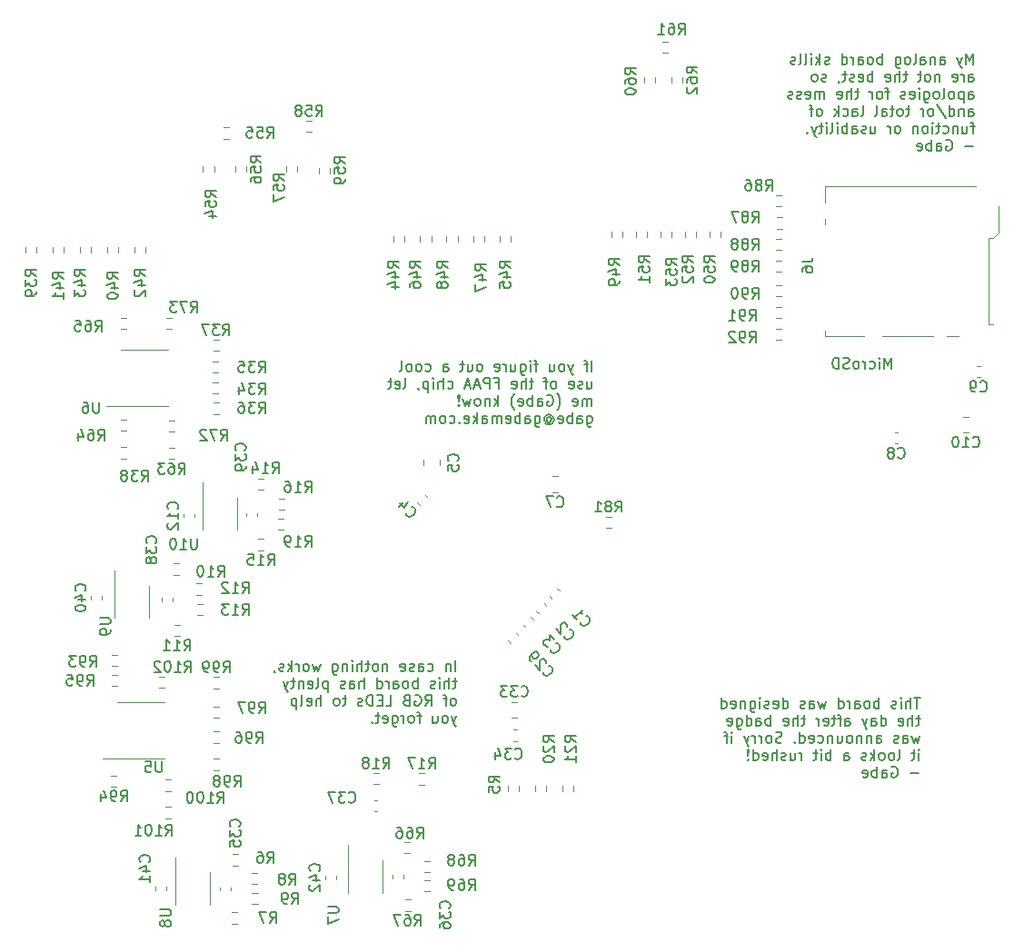
<source format=gbr>
%TF.GenerationSoftware,KiCad,Pcbnew,7.0.7*%
%TF.CreationDate,2023-10-22T01:08:48-07:00*%
%TF.ProjectId,fpaa_esp32_badge,66706161-5f65-4737-9033-325f62616467,rev?*%
%TF.SameCoordinates,Original*%
%TF.FileFunction,Legend,Bot*%
%TF.FilePolarity,Positive*%
%FSLAX46Y46*%
G04 Gerber Fmt 4.6, Leading zero omitted, Abs format (unit mm)*
G04 Created by KiCad (PCBNEW 7.0.7) date 2023-10-22 01:08:48*
%MOMM*%
%LPD*%
G01*
G04 APERTURE LIST*
%ADD10C,0.150000*%
%ADD11C,0.120000*%
G04 APERTURE END LIST*
D10*
X164906077Y-111809819D02*
X164334649Y-111809819D01*
X164620363Y-112809819D02*
X164620363Y-111809819D01*
X164001315Y-112809819D02*
X164001315Y-111809819D01*
X163572744Y-112809819D02*
X163572744Y-112286009D01*
X163572744Y-112286009D02*
X163620363Y-112190771D01*
X163620363Y-112190771D02*
X163715601Y-112143152D01*
X163715601Y-112143152D02*
X163858458Y-112143152D01*
X163858458Y-112143152D02*
X163953696Y-112190771D01*
X163953696Y-112190771D02*
X164001315Y-112238390D01*
X163096553Y-112809819D02*
X163096553Y-112143152D01*
X163096553Y-111809819D02*
X163144172Y-111857438D01*
X163144172Y-111857438D02*
X163096553Y-111905057D01*
X163096553Y-111905057D02*
X163048934Y-111857438D01*
X163048934Y-111857438D02*
X163096553Y-111809819D01*
X163096553Y-111809819D02*
X163096553Y-111905057D01*
X162667982Y-112762200D02*
X162572744Y-112809819D01*
X162572744Y-112809819D02*
X162382268Y-112809819D01*
X162382268Y-112809819D02*
X162287030Y-112762200D01*
X162287030Y-112762200D02*
X162239411Y-112666961D01*
X162239411Y-112666961D02*
X162239411Y-112619342D01*
X162239411Y-112619342D02*
X162287030Y-112524104D01*
X162287030Y-112524104D02*
X162382268Y-112476485D01*
X162382268Y-112476485D02*
X162525125Y-112476485D01*
X162525125Y-112476485D02*
X162620363Y-112428866D01*
X162620363Y-112428866D02*
X162667982Y-112333628D01*
X162667982Y-112333628D02*
X162667982Y-112286009D01*
X162667982Y-112286009D02*
X162620363Y-112190771D01*
X162620363Y-112190771D02*
X162525125Y-112143152D01*
X162525125Y-112143152D02*
X162382268Y-112143152D01*
X162382268Y-112143152D02*
X162287030Y-112190771D01*
X161048934Y-112809819D02*
X161048934Y-111809819D01*
X161048934Y-112190771D02*
X160953696Y-112143152D01*
X160953696Y-112143152D02*
X160763220Y-112143152D01*
X160763220Y-112143152D02*
X160667982Y-112190771D01*
X160667982Y-112190771D02*
X160620363Y-112238390D01*
X160620363Y-112238390D02*
X160572744Y-112333628D01*
X160572744Y-112333628D02*
X160572744Y-112619342D01*
X160572744Y-112619342D02*
X160620363Y-112714580D01*
X160620363Y-112714580D02*
X160667982Y-112762200D01*
X160667982Y-112762200D02*
X160763220Y-112809819D01*
X160763220Y-112809819D02*
X160953696Y-112809819D01*
X160953696Y-112809819D02*
X161048934Y-112762200D01*
X160001315Y-112809819D02*
X160096553Y-112762200D01*
X160096553Y-112762200D02*
X160144172Y-112714580D01*
X160144172Y-112714580D02*
X160191791Y-112619342D01*
X160191791Y-112619342D02*
X160191791Y-112333628D01*
X160191791Y-112333628D02*
X160144172Y-112238390D01*
X160144172Y-112238390D02*
X160096553Y-112190771D01*
X160096553Y-112190771D02*
X160001315Y-112143152D01*
X160001315Y-112143152D02*
X159858458Y-112143152D01*
X159858458Y-112143152D02*
X159763220Y-112190771D01*
X159763220Y-112190771D02*
X159715601Y-112238390D01*
X159715601Y-112238390D02*
X159667982Y-112333628D01*
X159667982Y-112333628D02*
X159667982Y-112619342D01*
X159667982Y-112619342D02*
X159715601Y-112714580D01*
X159715601Y-112714580D02*
X159763220Y-112762200D01*
X159763220Y-112762200D02*
X159858458Y-112809819D01*
X159858458Y-112809819D02*
X160001315Y-112809819D01*
X158810839Y-112809819D02*
X158810839Y-112286009D01*
X158810839Y-112286009D02*
X158858458Y-112190771D01*
X158858458Y-112190771D02*
X158953696Y-112143152D01*
X158953696Y-112143152D02*
X159144172Y-112143152D01*
X159144172Y-112143152D02*
X159239410Y-112190771D01*
X158810839Y-112762200D02*
X158906077Y-112809819D01*
X158906077Y-112809819D02*
X159144172Y-112809819D01*
X159144172Y-112809819D02*
X159239410Y-112762200D01*
X159239410Y-112762200D02*
X159287029Y-112666961D01*
X159287029Y-112666961D02*
X159287029Y-112571723D01*
X159287029Y-112571723D02*
X159239410Y-112476485D01*
X159239410Y-112476485D02*
X159144172Y-112428866D01*
X159144172Y-112428866D02*
X158906077Y-112428866D01*
X158906077Y-112428866D02*
X158810839Y-112381247D01*
X158334648Y-112809819D02*
X158334648Y-112143152D01*
X158334648Y-112333628D02*
X158287029Y-112238390D01*
X158287029Y-112238390D02*
X158239410Y-112190771D01*
X158239410Y-112190771D02*
X158144172Y-112143152D01*
X158144172Y-112143152D02*
X158048934Y-112143152D01*
X157287029Y-112809819D02*
X157287029Y-111809819D01*
X157287029Y-112762200D02*
X157382267Y-112809819D01*
X157382267Y-112809819D02*
X157572743Y-112809819D01*
X157572743Y-112809819D02*
X157667981Y-112762200D01*
X157667981Y-112762200D02*
X157715600Y-112714580D01*
X157715600Y-112714580D02*
X157763219Y-112619342D01*
X157763219Y-112619342D02*
X157763219Y-112333628D01*
X157763219Y-112333628D02*
X157715600Y-112238390D01*
X157715600Y-112238390D02*
X157667981Y-112190771D01*
X157667981Y-112190771D02*
X157572743Y-112143152D01*
X157572743Y-112143152D02*
X157382267Y-112143152D01*
X157382267Y-112143152D02*
X157287029Y-112190771D01*
X156144171Y-112143152D02*
X155953695Y-112809819D01*
X155953695Y-112809819D02*
X155763219Y-112333628D01*
X155763219Y-112333628D02*
X155572743Y-112809819D01*
X155572743Y-112809819D02*
X155382267Y-112143152D01*
X154572743Y-112809819D02*
X154572743Y-112286009D01*
X154572743Y-112286009D02*
X154620362Y-112190771D01*
X154620362Y-112190771D02*
X154715600Y-112143152D01*
X154715600Y-112143152D02*
X154906076Y-112143152D01*
X154906076Y-112143152D02*
X155001314Y-112190771D01*
X154572743Y-112762200D02*
X154667981Y-112809819D01*
X154667981Y-112809819D02*
X154906076Y-112809819D01*
X154906076Y-112809819D02*
X155001314Y-112762200D01*
X155001314Y-112762200D02*
X155048933Y-112666961D01*
X155048933Y-112666961D02*
X155048933Y-112571723D01*
X155048933Y-112571723D02*
X155001314Y-112476485D01*
X155001314Y-112476485D02*
X154906076Y-112428866D01*
X154906076Y-112428866D02*
X154667981Y-112428866D01*
X154667981Y-112428866D02*
X154572743Y-112381247D01*
X154144171Y-112762200D02*
X154048933Y-112809819D01*
X154048933Y-112809819D02*
X153858457Y-112809819D01*
X153858457Y-112809819D02*
X153763219Y-112762200D01*
X153763219Y-112762200D02*
X153715600Y-112666961D01*
X153715600Y-112666961D02*
X153715600Y-112619342D01*
X153715600Y-112619342D02*
X153763219Y-112524104D01*
X153763219Y-112524104D02*
X153858457Y-112476485D01*
X153858457Y-112476485D02*
X154001314Y-112476485D01*
X154001314Y-112476485D02*
X154096552Y-112428866D01*
X154096552Y-112428866D02*
X154144171Y-112333628D01*
X154144171Y-112333628D02*
X154144171Y-112286009D01*
X154144171Y-112286009D02*
X154096552Y-112190771D01*
X154096552Y-112190771D02*
X154001314Y-112143152D01*
X154001314Y-112143152D02*
X153858457Y-112143152D01*
X153858457Y-112143152D02*
X153763219Y-112190771D01*
X152096552Y-112809819D02*
X152096552Y-111809819D01*
X152096552Y-112762200D02*
X152191790Y-112809819D01*
X152191790Y-112809819D02*
X152382266Y-112809819D01*
X152382266Y-112809819D02*
X152477504Y-112762200D01*
X152477504Y-112762200D02*
X152525123Y-112714580D01*
X152525123Y-112714580D02*
X152572742Y-112619342D01*
X152572742Y-112619342D02*
X152572742Y-112333628D01*
X152572742Y-112333628D02*
X152525123Y-112238390D01*
X152525123Y-112238390D02*
X152477504Y-112190771D01*
X152477504Y-112190771D02*
X152382266Y-112143152D01*
X152382266Y-112143152D02*
X152191790Y-112143152D01*
X152191790Y-112143152D02*
X152096552Y-112190771D01*
X151239409Y-112762200D02*
X151334647Y-112809819D01*
X151334647Y-112809819D02*
X151525123Y-112809819D01*
X151525123Y-112809819D02*
X151620361Y-112762200D01*
X151620361Y-112762200D02*
X151667980Y-112666961D01*
X151667980Y-112666961D02*
X151667980Y-112286009D01*
X151667980Y-112286009D02*
X151620361Y-112190771D01*
X151620361Y-112190771D02*
X151525123Y-112143152D01*
X151525123Y-112143152D02*
X151334647Y-112143152D01*
X151334647Y-112143152D02*
X151239409Y-112190771D01*
X151239409Y-112190771D02*
X151191790Y-112286009D01*
X151191790Y-112286009D02*
X151191790Y-112381247D01*
X151191790Y-112381247D02*
X151667980Y-112476485D01*
X150810837Y-112762200D02*
X150715599Y-112809819D01*
X150715599Y-112809819D02*
X150525123Y-112809819D01*
X150525123Y-112809819D02*
X150429885Y-112762200D01*
X150429885Y-112762200D02*
X150382266Y-112666961D01*
X150382266Y-112666961D02*
X150382266Y-112619342D01*
X150382266Y-112619342D02*
X150429885Y-112524104D01*
X150429885Y-112524104D02*
X150525123Y-112476485D01*
X150525123Y-112476485D02*
X150667980Y-112476485D01*
X150667980Y-112476485D02*
X150763218Y-112428866D01*
X150763218Y-112428866D02*
X150810837Y-112333628D01*
X150810837Y-112333628D02*
X150810837Y-112286009D01*
X150810837Y-112286009D02*
X150763218Y-112190771D01*
X150763218Y-112190771D02*
X150667980Y-112143152D01*
X150667980Y-112143152D02*
X150525123Y-112143152D01*
X150525123Y-112143152D02*
X150429885Y-112190771D01*
X149953694Y-112809819D02*
X149953694Y-112143152D01*
X149953694Y-111809819D02*
X150001313Y-111857438D01*
X150001313Y-111857438D02*
X149953694Y-111905057D01*
X149953694Y-111905057D02*
X149906075Y-111857438D01*
X149906075Y-111857438D02*
X149953694Y-111809819D01*
X149953694Y-111809819D02*
X149953694Y-111905057D01*
X149048933Y-112143152D02*
X149048933Y-112952676D01*
X149048933Y-112952676D02*
X149096552Y-113047914D01*
X149096552Y-113047914D02*
X149144171Y-113095533D01*
X149144171Y-113095533D02*
X149239409Y-113143152D01*
X149239409Y-113143152D02*
X149382266Y-113143152D01*
X149382266Y-113143152D02*
X149477504Y-113095533D01*
X149048933Y-112762200D02*
X149144171Y-112809819D01*
X149144171Y-112809819D02*
X149334647Y-112809819D01*
X149334647Y-112809819D02*
X149429885Y-112762200D01*
X149429885Y-112762200D02*
X149477504Y-112714580D01*
X149477504Y-112714580D02*
X149525123Y-112619342D01*
X149525123Y-112619342D02*
X149525123Y-112333628D01*
X149525123Y-112333628D02*
X149477504Y-112238390D01*
X149477504Y-112238390D02*
X149429885Y-112190771D01*
X149429885Y-112190771D02*
X149334647Y-112143152D01*
X149334647Y-112143152D02*
X149144171Y-112143152D01*
X149144171Y-112143152D02*
X149048933Y-112190771D01*
X148572742Y-112143152D02*
X148572742Y-112809819D01*
X148572742Y-112238390D02*
X148525123Y-112190771D01*
X148525123Y-112190771D02*
X148429885Y-112143152D01*
X148429885Y-112143152D02*
X148287028Y-112143152D01*
X148287028Y-112143152D02*
X148191790Y-112190771D01*
X148191790Y-112190771D02*
X148144171Y-112286009D01*
X148144171Y-112286009D02*
X148144171Y-112809819D01*
X147287028Y-112762200D02*
X147382266Y-112809819D01*
X147382266Y-112809819D02*
X147572742Y-112809819D01*
X147572742Y-112809819D02*
X147667980Y-112762200D01*
X147667980Y-112762200D02*
X147715599Y-112666961D01*
X147715599Y-112666961D02*
X147715599Y-112286009D01*
X147715599Y-112286009D02*
X147667980Y-112190771D01*
X147667980Y-112190771D02*
X147572742Y-112143152D01*
X147572742Y-112143152D02*
X147382266Y-112143152D01*
X147382266Y-112143152D02*
X147287028Y-112190771D01*
X147287028Y-112190771D02*
X147239409Y-112286009D01*
X147239409Y-112286009D02*
X147239409Y-112381247D01*
X147239409Y-112381247D02*
X147715599Y-112476485D01*
X146382266Y-112809819D02*
X146382266Y-111809819D01*
X146382266Y-112762200D02*
X146477504Y-112809819D01*
X146477504Y-112809819D02*
X146667980Y-112809819D01*
X146667980Y-112809819D02*
X146763218Y-112762200D01*
X146763218Y-112762200D02*
X146810837Y-112714580D01*
X146810837Y-112714580D02*
X146858456Y-112619342D01*
X146858456Y-112619342D02*
X146858456Y-112333628D01*
X146858456Y-112333628D02*
X146810837Y-112238390D01*
X146810837Y-112238390D02*
X146763218Y-112190771D01*
X146763218Y-112190771D02*
X146667980Y-112143152D01*
X146667980Y-112143152D02*
X146477504Y-112143152D01*
X146477504Y-112143152D02*
X146382266Y-112190771D01*
X164906077Y-113753152D02*
X164525125Y-113753152D01*
X164763220Y-113419819D02*
X164763220Y-114276961D01*
X164763220Y-114276961D02*
X164715601Y-114372200D01*
X164715601Y-114372200D02*
X164620363Y-114419819D01*
X164620363Y-114419819D02*
X164525125Y-114419819D01*
X164191791Y-114419819D02*
X164191791Y-113419819D01*
X163763220Y-114419819D02*
X163763220Y-113896009D01*
X163763220Y-113896009D02*
X163810839Y-113800771D01*
X163810839Y-113800771D02*
X163906077Y-113753152D01*
X163906077Y-113753152D02*
X164048934Y-113753152D01*
X164048934Y-113753152D02*
X164144172Y-113800771D01*
X164144172Y-113800771D02*
X164191791Y-113848390D01*
X162906077Y-114372200D02*
X163001315Y-114419819D01*
X163001315Y-114419819D02*
X163191791Y-114419819D01*
X163191791Y-114419819D02*
X163287029Y-114372200D01*
X163287029Y-114372200D02*
X163334648Y-114276961D01*
X163334648Y-114276961D02*
X163334648Y-113896009D01*
X163334648Y-113896009D02*
X163287029Y-113800771D01*
X163287029Y-113800771D02*
X163191791Y-113753152D01*
X163191791Y-113753152D02*
X163001315Y-113753152D01*
X163001315Y-113753152D02*
X162906077Y-113800771D01*
X162906077Y-113800771D02*
X162858458Y-113896009D01*
X162858458Y-113896009D02*
X162858458Y-113991247D01*
X162858458Y-113991247D02*
X163334648Y-114086485D01*
X161239410Y-114419819D02*
X161239410Y-113419819D01*
X161239410Y-114372200D02*
X161334648Y-114419819D01*
X161334648Y-114419819D02*
X161525124Y-114419819D01*
X161525124Y-114419819D02*
X161620362Y-114372200D01*
X161620362Y-114372200D02*
X161667981Y-114324580D01*
X161667981Y-114324580D02*
X161715600Y-114229342D01*
X161715600Y-114229342D02*
X161715600Y-113943628D01*
X161715600Y-113943628D02*
X161667981Y-113848390D01*
X161667981Y-113848390D02*
X161620362Y-113800771D01*
X161620362Y-113800771D02*
X161525124Y-113753152D01*
X161525124Y-113753152D02*
X161334648Y-113753152D01*
X161334648Y-113753152D02*
X161239410Y-113800771D01*
X160334648Y-114419819D02*
X160334648Y-113896009D01*
X160334648Y-113896009D02*
X160382267Y-113800771D01*
X160382267Y-113800771D02*
X160477505Y-113753152D01*
X160477505Y-113753152D02*
X160667981Y-113753152D01*
X160667981Y-113753152D02*
X160763219Y-113800771D01*
X160334648Y-114372200D02*
X160429886Y-114419819D01*
X160429886Y-114419819D02*
X160667981Y-114419819D01*
X160667981Y-114419819D02*
X160763219Y-114372200D01*
X160763219Y-114372200D02*
X160810838Y-114276961D01*
X160810838Y-114276961D02*
X160810838Y-114181723D01*
X160810838Y-114181723D02*
X160763219Y-114086485D01*
X160763219Y-114086485D02*
X160667981Y-114038866D01*
X160667981Y-114038866D02*
X160429886Y-114038866D01*
X160429886Y-114038866D02*
X160334648Y-113991247D01*
X159953695Y-113753152D02*
X159715600Y-114419819D01*
X159477505Y-113753152D02*
X159715600Y-114419819D01*
X159715600Y-114419819D02*
X159810838Y-114657914D01*
X159810838Y-114657914D02*
X159858457Y-114705533D01*
X159858457Y-114705533D02*
X159953695Y-114753152D01*
X157906076Y-114419819D02*
X157906076Y-113896009D01*
X157906076Y-113896009D02*
X157953695Y-113800771D01*
X157953695Y-113800771D02*
X158048933Y-113753152D01*
X158048933Y-113753152D02*
X158239409Y-113753152D01*
X158239409Y-113753152D02*
X158334647Y-113800771D01*
X157906076Y-114372200D02*
X158001314Y-114419819D01*
X158001314Y-114419819D02*
X158239409Y-114419819D01*
X158239409Y-114419819D02*
X158334647Y-114372200D01*
X158334647Y-114372200D02*
X158382266Y-114276961D01*
X158382266Y-114276961D02*
X158382266Y-114181723D01*
X158382266Y-114181723D02*
X158334647Y-114086485D01*
X158334647Y-114086485D02*
X158239409Y-114038866D01*
X158239409Y-114038866D02*
X158001314Y-114038866D01*
X158001314Y-114038866D02*
X157906076Y-113991247D01*
X157572742Y-113753152D02*
X157191790Y-113753152D01*
X157429885Y-114419819D02*
X157429885Y-113562676D01*
X157429885Y-113562676D02*
X157382266Y-113467438D01*
X157382266Y-113467438D02*
X157287028Y-113419819D01*
X157287028Y-113419819D02*
X157191790Y-113419819D01*
X157001313Y-113753152D02*
X156620361Y-113753152D01*
X156858456Y-113419819D02*
X156858456Y-114276961D01*
X156858456Y-114276961D02*
X156810837Y-114372200D01*
X156810837Y-114372200D02*
X156715599Y-114419819D01*
X156715599Y-114419819D02*
X156620361Y-114419819D01*
X155906075Y-114372200D02*
X156001313Y-114419819D01*
X156001313Y-114419819D02*
X156191789Y-114419819D01*
X156191789Y-114419819D02*
X156287027Y-114372200D01*
X156287027Y-114372200D02*
X156334646Y-114276961D01*
X156334646Y-114276961D02*
X156334646Y-113896009D01*
X156334646Y-113896009D02*
X156287027Y-113800771D01*
X156287027Y-113800771D02*
X156191789Y-113753152D01*
X156191789Y-113753152D02*
X156001313Y-113753152D01*
X156001313Y-113753152D02*
X155906075Y-113800771D01*
X155906075Y-113800771D02*
X155858456Y-113896009D01*
X155858456Y-113896009D02*
X155858456Y-113991247D01*
X155858456Y-113991247D02*
X156334646Y-114086485D01*
X155429884Y-114419819D02*
X155429884Y-113753152D01*
X155429884Y-113943628D02*
X155382265Y-113848390D01*
X155382265Y-113848390D02*
X155334646Y-113800771D01*
X155334646Y-113800771D02*
X155239408Y-113753152D01*
X155239408Y-113753152D02*
X155144170Y-113753152D01*
X154191788Y-113753152D02*
X153810836Y-113753152D01*
X154048931Y-113419819D02*
X154048931Y-114276961D01*
X154048931Y-114276961D02*
X154001312Y-114372200D01*
X154001312Y-114372200D02*
X153906074Y-114419819D01*
X153906074Y-114419819D02*
X153810836Y-114419819D01*
X153477502Y-114419819D02*
X153477502Y-113419819D01*
X153048931Y-114419819D02*
X153048931Y-113896009D01*
X153048931Y-113896009D02*
X153096550Y-113800771D01*
X153096550Y-113800771D02*
X153191788Y-113753152D01*
X153191788Y-113753152D02*
X153334645Y-113753152D01*
X153334645Y-113753152D02*
X153429883Y-113800771D01*
X153429883Y-113800771D02*
X153477502Y-113848390D01*
X152191788Y-114372200D02*
X152287026Y-114419819D01*
X152287026Y-114419819D02*
X152477502Y-114419819D01*
X152477502Y-114419819D02*
X152572740Y-114372200D01*
X152572740Y-114372200D02*
X152620359Y-114276961D01*
X152620359Y-114276961D02*
X152620359Y-113896009D01*
X152620359Y-113896009D02*
X152572740Y-113800771D01*
X152572740Y-113800771D02*
X152477502Y-113753152D01*
X152477502Y-113753152D02*
X152287026Y-113753152D01*
X152287026Y-113753152D02*
X152191788Y-113800771D01*
X152191788Y-113800771D02*
X152144169Y-113896009D01*
X152144169Y-113896009D02*
X152144169Y-113991247D01*
X152144169Y-113991247D02*
X152620359Y-114086485D01*
X150953692Y-114419819D02*
X150953692Y-113419819D01*
X150953692Y-113800771D02*
X150858454Y-113753152D01*
X150858454Y-113753152D02*
X150667978Y-113753152D01*
X150667978Y-113753152D02*
X150572740Y-113800771D01*
X150572740Y-113800771D02*
X150525121Y-113848390D01*
X150525121Y-113848390D02*
X150477502Y-113943628D01*
X150477502Y-113943628D02*
X150477502Y-114229342D01*
X150477502Y-114229342D02*
X150525121Y-114324580D01*
X150525121Y-114324580D02*
X150572740Y-114372200D01*
X150572740Y-114372200D02*
X150667978Y-114419819D01*
X150667978Y-114419819D02*
X150858454Y-114419819D01*
X150858454Y-114419819D02*
X150953692Y-114372200D01*
X149620359Y-114419819D02*
X149620359Y-113896009D01*
X149620359Y-113896009D02*
X149667978Y-113800771D01*
X149667978Y-113800771D02*
X149763216Y-113753152D01*
X149763216Y-113753152D02*
X149953692Y-113753152D01*
X149953692Y-113753152D02*
X150048930Y-113800771D01*
X149620359Y-114372200D02*
X149715597Y-114419819D01*
X149715597Y-114419819D02*
X149953692Y-114419819D01*
X149953692Y-114419819D02*
X150048930Y-114372200D01*
X150048930Y-114372200D02*
X150096549Y-114276961D01*
X150096549Y-114276961D02*
X150096549Y-114181723D01*
X150096549Y-114181723D02*
X150048930Y-114086485D01*
X150048930Y-114086485D02*
X149953692Y-114038866D01*
X149953692Y-114038866D02*
X149715597Y-114038866D01*
X149715597Y-114038866D02*
X149620359Y-113991247D01*
X148715597Y-114419819D02*
X148715597Y-113419819D01*
X148715597Y-114372200D02*
X148810835Y-114419819D01*
X148810835Y-114419819D02*
X149001311Y-114419819D01*
X149001311Y-114419819D02*
X149096549Y-114372200D01*
X149096549Y-114372200D02*
X149144168Y-114324580D01*
X149144168Y-114324580D02*
X149191787Y-114229342D01*
X149191787Y-114229342D02*
X149191787Y-113943628D01*
X149191787Y-113943628D02*
X149144168Y-113848390D01*
X149144168Y-113848390D02*
X149096549Y-113800771D01*
X149096549Y-113800771D02*
X149001311Y-113753152D01*
X149001311Y-113753152D02*
X148810835Y-113753152D01*
X148810835Y-113753152D02*
X148715597Y-113800771D01*
X147810835Y-113753152D02*
X147810835Y-114562676D01*
X147810835Y-114562676D02*
X147858454Y-114657914D01*
X147858454Y-114657914D02*
X147906073Y-114705533D01*
X147906073Y-114705533D02*
X148001311Y-114753152D01*
X148001311Y-114753152D02*
X148144168Y-114753152D01*
X148144168Y-114753152D02*
X148239406Y-114705533D01*
X147810835Y-114372200D02*
X147906073Y-114419819D01*
X147906073Y-114419819D02*
X148096549Y-114419819D01*
X148096549Y-114419819D02*
X148191787Y-114372200D01*
X148191787Y-114372200D02*
X148239406Y-114324580D01*
X148239406Y-114324580D02*
X148287025Y-114229342D01*
X148287025Y-114229342D02*
X148287025Y-113943628D01*
X148287025Y-113943628D02*
X148239406Y-113848390D01*
X148239406Y-113848390D02*
X148191787Y-113800771D01*
X148191787Y-113800771D02*
X148096549Y-113753152D01*
X148096549Y-113753152D02*
X147906073Y-113753152D01*
X147906073Y-113753152D02*
X147810835Y-113800771D01*
X146953692Y-114372200D02*
X147048930Y-114419819D01*
X147048930Y-114419819D02*
X147239406Y-114419819D01*
X147239406Y-114419819D02*
X147334644Y-114372200D01*
X147334644Y-114372200D02*
X147382263Y-114276961D01*
X147382263Y-114276961D02*
X147382263Y-113896009D01*
X147382263Y-113896009D02*
X147334644Y-113800771D01*
X147334644Y-113800771D02*
X147239406Y-113753152D01*
X147239406Y-113753152D02*
X147048930Y-113753152D01*
X147048930Y-113753152D02*
X146953692Y-113800771D01*
X146953692Y-113800771D02*
X146906073Y-113896009D01*
X146906073Y-113896009D02*
X146906073Y-113991247D01*
X146906073Y-113991247D02*
X147382263Y-114086485D01*
X164858458Y-115363152D02*
X164667982Y-116029819D01*
X164667982Y-116029819D02*
X164477506Y-115553628D01*
X164477506Y-115553628D02*
X164287030Y-116029819D01*
X164287030Y-116029819D02*
X164096554Y-115363152D01*
X163287030Y-116029819D02*
X163287030Y-115506009D01*
X163287030Y-115506009D02*
X163334649Y-115410771D01*
X163334649Y-115410771D02*
X163429887Y-115363152D01*
X163429887Y-115363152D02*
X163620363Y-115363152D01*
X163620363Y-115363152D02*
X163715601Y-115410771D01*
X163287030Y-115982200D02*
X163382268Y-116029819D01*
X163382268Y-116029819D02*
X163620363Y-116029819D01*
X163620363Y-116029819D02*
X163715601Y-115982200D01*
X163715601Y-115982200D02*
X163763220Y-115886961D01*
X163763220Y-115886961D02*
X163763220Y-115791723D01*
X163763220Y-115791723D02*
X163715601Y-115696485D01*
X163715601Y-115696485D02*
X163620363Y-115648866D01*
X163620363Y-115648866D02*
X163382268Y-115648866D01*
X163382268Y-115648866D02*
X163287030Y-115601247D01*
X162858458Y-115982200D02*
X162763220Y-116029819D01*
X162763220Y-116029819D02*
X162572744Y-116029819D01*
X162572744Y-116029819D02*
X162477506Y-115982200D01*
X162477506Y-115982200D02*
X162429887Y-115886961D01*
X162429887Y-115886961D02*
X162429887Y-115839342D01*
X162429887Y-115839342D02*
X162477506Y-115744104D01*
X162477506Y-115744104D02*
X162572744Y-115696485D01*
X162572744Y-115696485D02*
X162715601Y-115696485D01*
X162715601Y-115696485D02*
X162810839Y-115648866D01*
X162810839Y-115648866D02*
X162858458Y-115553628D01*
X162858458Y-115553628D02*
X162858458Y-115506009D01*
X162858458Y-115506009D02*
X162810839Y-115410771D01*
X162810839Y-115410771D02*
X162715601Y-115363152D01*
X162715601Y-115363152D02*
X162572744Y-115363152D01*
X162572744Y-115363152D02*
X162477506Y-115410771D01*
X160810839Y-116029819D02*
X160810839Y-115506009D01*
X160810839Y-115506009D02*
X160858458Y-115410771D01*
X160858458Y-115410771D02*
X160953696Y-115363152D01*
X160953696Y-115363152D02*
X161144172Y-115363152D01*
X161144172Y-115363152D02*
X161239410Y-115410771D01*
X160810839Y-115982200D02*
X160906077Y-116029819D01*
X160906077Y-116029819D02*
X161144172Y-116029819D01*
X161144172Y-116029819D02*
X161239410Y-115982200D01*
X161239410Y-115982200D02*
X161287029Y-115886961D01*
X161287029Y-115886961D02*
X161287029Y-115791723D01*
X161287029Y-115791723D02*
X161239410Y-115696485D01*
X161239410Y-115696485D02*
X161144172Y-115648866D01*
X161144172Y-115648866D02*
X160906077Y-115648866D01*
X160906077Y-115648866D02*
X160810839Y-115601247D01*
X160334648Y-115363152D02*
X160334648Y-116029819D01*
X160334648Y-115458390D02*
X160287029Y-115410771D01*
X160287029Y-115410771D02*
X160191791Y-115363152D01*
X160191791Y-115363152D02*
X160048934Y-115363152D01*
X160048934Y-115363152D02*
X159953696Y-115410771D01*
X159953696Y-115410771D02*
X159906077Y-115506009D01*
X159906077Y-115506009D02*
X159906077Y-116029819D01*
X159429886Y-115363152D02*
X159429886Y-116029819D01*
X159429886Y-115458390D02*
X159382267Y-115410771D01*
X159382267Y-115410771D02*
X159287029Y-115363152D01*
X159287029Y-115363152D02*
X159144172Y-115363152D01*
X159144172Y-115363152D02*
X159048934Y-115410771D01*
X159048934Y-115410771D02*
X159001315Y-115506009D01*
X159001315Y-115506009D02*
X159001315Y-116029819D01*
X158382267Y-116029819D02*
X158477505Y-115982200D01*
X158477505Y-115982200D02*
X158525124Y-115934580D01*
X158525124Y-115934580D02*
X158572743Y-115839342D01*
X158572743Y-115839342D02*
X158572743Y-115553628D01*
X158572743Y-115553628D02*
X158525124Y-115458390D01*
X158525124Y-115458390D02*
X158477505Y-115410771D01*
X158477505Y-115410771D02*
X158382267Y-115363152D01*
X158382267Y-115363152D02*
X158239410Y-115363152D01*
X158239410Y-115363152D02*
X158144172Y-115410771D01*
X158144172Y-115410771D02*
X158096553Y-115458390D01*
X158096553Y-115458390D02*
X158048934Y-115553628D01*
X158048934Y-115553628D02*
X158048934Y-115839342D01*
X158048934Y-115839342D02*
X158096553Y-115934580D01*
X158096553Y-115934580D02*
X158144172Y-115982200D01*
X158144172Y-115982200D02*
X158239410Y-116029819D01*
X158239410Y-116029819D02*
X158382267Y-116029819D01*
X157191791Y-115363152D02*
X157191791Y-116029819D01*
X157620362Y-115363152D02*
X157620362Y-115886961D01*
X157620362Y-115886961D02*
X157572743Y-115982200D01*
X157572743Y-115982200D02*
X157477505Y-116029819D01*
X157477505Y-116029819D02*
X157334648Y-116029819D01*
X157334648Y-116029819D02*
X157239410Y-115982200D01*
X157239410Y-115982200D02*
X157191791Y-115934580D01*
X156715600Y-115363152D02*
X156715600Y-116029819D01*
X156715600Y-115458390D02*
X156667981Y-115410771D01*
X156667981Y-115410771D02*
X156572743Y-115363152D01*
X156572743Y-115363152D02*
X156429886Y-115363152D01*
X156429886Y-115363152D02*
X156334648Y-115410771D01*
X156334648Y-115410771D02*
X156287029Y-115506009D01*
X156287029Y-115506009D02*
X156287029Y-116029819D01*
X155382267Y-115982200D02*
X155477505Y-116029819D01*
X155477505Y-116029819D02*
X155667981Y-116029819D01*
X155667981Y-116029819D02*
X155763219Y-115982200D01*
X155763219Y-115982200D02*
X155810838Y-115934580D01*
X155810838Y-115934580D02*
X155858457Y-115839342D01*
X155858457Y-115839342D02*
X155858457Y-115553628D01*
X155858457Y-115553628D02*
X155810838Y-115458390D01*
X155810838Y-115458390D02*
X155763219Y-115410771D01*
X155763219Y-115410771D02*
X155667981Y-115363152D01*
X155667981Y-115363152D02*
X155477505Y-115363152D01*
X155477505Y-115363152D02*
X155382267Y-115410771D01*
X154572743Y-115982200D02*
X154667981Y-116029819D01*
X154667981Y-116029819D02*
X154858457Y-116029819D01*
X154858457Y-116029819D02*
X154953695Y-115982200D01*
X154953695Y-115982200D02*
X155001314Y-115886961D01*
X155001314Y-115886961D02*
X155001314Y-115506009D01*
X155001314Y-115506009D02*
X154953695Y-115410771D01*
X154953695Y-115410771D02*
X154858457Y-115363152D01*
X154858457Y-115363152D02*
X154667981Y-115363152D01*
X154667981Y-115363152D02*
X154572743Y-115410771D01*
X154572743Y-115410771D02*
X154525124Y-115506009D01*
X154525124Y-115506009D02*
X154525124Y-115601247D01*
X154525124Y-115601247D02*
X155001314Y-115696485D01*
X153667981Y-116029819D02*
X153667981Y-115029819D01*
X153667981Y-115982200D02*
X153763219Y-116029819D01*
X153763219Y-116029819D02*
X153953695Y-116029819D01*
X153953695Y-116029819D02*
X154048933Y-115982200D01*
X154048933Y-115982200D02*
X154096552Y-115934580D01*
X154096552Y-115934580D02*
X154144171Y-115839342D01*
X154144171Y-115839342D02*
X154144171Y-115553628D01*
X154144171Y-115553628D02*
X154096552Y-115458390D01*
X154096552Y-115458390D02*
X154048933Y-115410771D01*
X154048933Y-115410771D02*
X153953695Y-115363152D01*
X153953695Y-115363152D02*
X153763219Y-115363152D01*
X153763219Y-115363152D02*
X153667981Y-115410771D01*
X153191790Y-115934580D02*
X153144171Y-115982200D01*
X153144171Y-115982200D02*
X153191790Y-116029819D01*
X153191790Y-116029819D02*
X153239409Y-115982200D01*
X153239409Y-115982200D02*
X153191790Y-115934580D01*
X153191790Y-115934580D02*
X153191790Y-116029819D01*
X152001314Y-115982200D02*
X151858457Y-116029819D01*
X151858457Y-116029819D02*
X151620362Y-116029819D01*
X151620362Y-116029819D02*
X151525124Y-115982200D01*
X151525124Y-115982200D02*
X151477505Y-115934580D01*
X151477505Y-115934580D02*
X151429886Y-115839342D01*
X151429886Y-115839342D02*
X151429886Y-115744104D01*
X151429886Y-115744104D02*
X151477505Y-115648866D01*
X151477505Y-115648866D02*
X151525124Y-115601247D01*
X151525124Y-115601247D02*
X151620362Y-115553628D01*
X151620362Y-115553628D02*
X151810838Y-115506009D01*
X151810838Y-115506009D02*
X151906076Y-115458390D01*
X151906076Y-115458390D02*
X151953695Y-115410771D01*
X151953695Y-115410771D02*
X152001314Y-115315533D01*
X152001314Y-115315533D02*
X152001314Y-115220295D01*
X152001314Y-115220295D02*
X151953695Y-115125057D01*
X151953695Y-115125057D02*
X151906076Y-115077438D01*
X151906076Y-115077438D02*
X151810838Y-115029819D01*
X151810838Y-115029819D02*
X151572743Y-115029819D01*
X151572743Y-115029819D02*
X151429886Y-115077438D01*
X150858457Y-116029819D02*
X150953695Y-115982200D01*
X150953695Y-115982200D02*
X151001314Y-115934580D01*
X151001314Y-115934580D02*
X151048933Y-115839342D01*
X151048933Y-115839342D02*
X151048933Y-115553628D01*
X151048933Y-115553628D02*
X151001314Y-115458390D01*
X151001314Y-115458390D02*
X150953695Y-115410771D01*
X150953695Y-115410771D02*
X150858457Y-115363152D01*
X150858457Y-115363152D02*
X150715600Y-115363152D01*
X150715600Y-115363152D02*
X150620362Y-115410771D01*
X150620362Y-115410771D02*
X150572743Y-115458390D01*
X150572743Y-115458390D02*
X150525124Y-115553628D01*
X150525124Y-115553628D02*
X150525124Y-115839342D01*
X150525124Y-115839342D02*
X150572743Y-115934580D01*
X150572743Y-115934580D02*
X150620362Y-115982200D01*
X150620362Y-115982200D02*
X150715600Y-116029819D01*
X150715600Y-116029819D02*
X150858457Y-116029819D01*
X150096552Y-116029819D02*
X150096552Y-115363152D01*
X150096552Y-115553628D02*
X150048933Y-115458390D01*
X150048933Y-115458390D02*
X150001314Y-115410771D01*
X150001314Y-115410771D02*
X149906076Y-115363152D01*
X149906076Y-115363152D02*
X149810838Y-115363152D01*
X149477504Y-116029819D02*
X149477504Y-115363152D01*
X149477504Y-115553628D02*
X149429885Y-115458390D01*
X149429885Y-115458390D02*
X149382266Y-115410771D01*
X149382266Y-115410771D02*
X149287028Y-115363152D01*
X149287028Y-115363152D02*
X149191790Y-115363152D01*
X148953694Y-115363152D02*
X148715599Y-116029819D01*
X148477504Y-115363152D02*
X148715599Y-116029819D01*
X148715599Y-116029819D02*
X148810837Y-116267914D01*
X148810837Y-116267914D02*
X148858456Y-116315533D01*
X148858456Y-116315533D02*
X148953694Y-116363152D01*
X147334646Y-116029819D02*
X147334646Y-115363152D01*
X147334646Y-115029819D02*
X147382265Y-115077438D01*
X147382265Y-115077438D02*
X147334646Y-115125057D01*
X147334646Y-115125057D02*
X147287027Y-115077438D01*
X147287027Y-115077438D02*
X147334646Y-115029819D01*
X147334646Y-115029819D02*
X147334646Y-115125057D01*
X147001313Y-115363152D02*
X146620361Y-115363152D01*
X146858456Y-116029819D02*
X146858456Y-115172676D01*
X146858456Y-115172676D02*
X146810837Y-115077438D01*
X146810837Y-115077438D02*
X146715599Y-115029819D01*
X146715599Y-115029819D02*
X146620361Y-115029819D01*
X164763220Y-117639819D02*
X164763220Y-116973152D01*
X164763220Y-116639819D02*
X164810839Y-116687438D01*
X164810839Y-116687438D02*
X164763220Y-116735057D01*
X164763220Y-116735057D02*
X164715601Y-116687438D01*
X164715601Y-116687438D02*
X164763220Y-116639819D01*
X164763220Y-116639819D02*
X164763220Y-116735057D01*
X164429887Y-116973152D02*
X164048935Y-116973152D01*
X164287030Y-116639819D02*
X164287030Y-117496961D01*
X164287030Y-117496961D02*
X164239411Y-117592200D01*
X164239411Y-117592200D02*
X164144173Y-117639819D01*
X164144173Y-117639819D02*
X164048935Y-117639819D01*
X162810839Y-117639819D02*
X162906077Y-117592200D01*
X162906077Y-117592200D02*
X162953696Y-117496961D01*
X162953696Y-117496961D02*
X162953696Y-116639819D01*
X162287029Y-117639819D02*
X162382267Y-117592200D01*
X162382267Y-117592200D02*
X162429886Y-117544580D01*
X162429886Y-117544580D02*
X162477505Y-117449342D01*
X162477505Y-117449342D02*
X162477505Y-117163628D01*
X162477505Y-117163628D02*
X162429886Y-117068390D01*
X162429886Y-117068390D02*
X162382267Y-117020771D01*
X162382267Y-117020771D02*
X162287029Y-116973152D01*
X162287029Y-116973152D02*
X162144172Y-116973152D01*
X162144172Y-116973152D02*
X162048934Y-117020771D01*
X162048934Y-117020771D02*
X162001315Y-117068390D01*
X162001315Y-117068390D02*
X161953696Y-117163628D01*
X161953696Y-117163628D02*
X161953696Y-117449342D01*
X161953696Y-117449342D02*
X162001315Y-117544580D01*
X162001315Y-117544580D02*
X162048934Y-117592200D01*
X162048934Y-117592200D02*
X162144172Y-117639819D01*
X162144172Y-117639819D02*
X162287029Y-117639819D01*
X161382267Y-117639819D02*
X161477505Y-117592200D01*
X161477505Y-117592200D02*
X161525124Y-117544580D01*
X161525124Y-117544580D02*
X161572743Y-117449342D01*
X161572743Y-117449342D02*
X161572743Y-117163628D01*
X161572743Y-117163628D02*
X161525124Y-117068390D01*
X161525124Y-117068390D02*
X161477505Y-117020771D01*
X161477505Y-117020771D02*
X161382267Y-116973152D01*
X161382267Y-116973152D02*
X161239410Y-116973152D01*
X161239410Y-116973152D02*
X161144172Y-117020771D01*
X161144172Y-117020771D02*
X161096553Y-117068390D01*
X161096553Y-117068390D02*
X161048934Y-117163628D01*
X161048934Y-117163628D02*
X161048934Y-117449342D01*
X161048934Y-117449342D02*
X161096553Y-117544580D01*
X161096553Y-117544580D02*
X161144172Y-117592200D01*
X161144172Y-117592200D02*
X161239410Y-117639819D01*
X161239410Y-117639819D02*
X161382267Y-117639819D01*
X160620362Y-117639819D02*
X160620362Y-116639819D01*
X160525124Y-117258866D02*
X160239410Y-117639819D01*
X160239410Y-116973152D02*
X160620362Y-117354104D01*
X159858457Y-117592200D02*
X159763219Y-117639819D01*
X159763219Y-117639819D02*
X159572743Y-117639819D01*
X159572743Y-117639819D02*
X159477505Y-117592200D01*
X159477505Y-117592200D02*
X159429886Y-117496961D01*
X159429886Y-117496961D02*
X159429886Y-117449342D01*
X159429886Y-117449342D02*
X159477505Y-117354104D01*
X159477505Y-117354104D02*
X159572743Y-117306485D01*
X159572743Y-117306485D02*
X159715600Y-117306485D01*
X159715600Y-117306485D02*
X159810838Y-117258866D01*
X159810838Y-117258866D02*
X159858457Y-117163628D01*
X159858457Y-117163628D02*
X159858457Y-117116009D01*
X159858457Y-117116009D02*
X159810838Y-117020771D01*
X159810838Y-117020771D02*
X159715600Y-116973152D01*
X159715600Y-116973152D02*
X159572743Y-116973152D01*
X159572743Y-116973152D02*
X159477505Y-117020771D01*
X157810838Y-117639819D02*
X157810838Y-117116009D01*
X157810838Y-117116009D02*
X157858457Y-117020771D01*
X157858457Y-117020771D02*
X157953695Y-116973152D01*
X157953695Y-116973152D02*
X158144171Y-116973152D01*
X158144171Y-116973152D02*
X158239409Y-117020771D01*
X157810838Y-117592200D02*
X157906076Y-117639819D01*
X157906076Y-117639819D02*
X158144171Y-117639819D01*
X158144171Y-117639819D02*
X158239409Y-117592200D01*
X158239409Y-117592200D02*
X158287028Y-117496961D01*
X158287028Y-117496961D02*
X158287028Y-117401723D01*
X158287028Y-117401723D02*
X158239409Y-117306485D01*
X158239409Y-117306485D02*
X158144171Y-117258866D01*
X158144171Y-117258866D02*
X157906076Y-117258866D01*
X157906076Y-117258866D02*
X157810838Y-117211247D01*
X156572742Y-117639819D02*
X156572742Y-116639819D01*
X156572742Y-117020771D02*
X156477504Y-116973152D01*
X156477504Y-116973152D02*
X156287028Y-116973152D01*
X156287028Y-116973152D02*
X156191790Y-117020771D01*
X156191790Y-117020771D02*
X156144171Y-117068390D01*
X156144171Y-117068390D02*
X156096552Y-117163628D01*
X156096552Y-117163628D02*
X156096552Y-117449342D01*
X156096552Y-117449342D02*
X156144171Y-117544580D01*
X156144171Y-117544580D02*
X156191790Y-117592200D01*
X156191790Y-117592200D02*
X156287028Y-117639819D01*
X156287028Y-117639819D02*
X156477504Y-117639819D01*
X156477504Y-117639819D02*
X156572742Y-117592200D01*
X155667980Y-117639819D02*
X155667980Y-116973152D01*
X155667980Y-116639819D02*
X155715599Y-116687438D01*
X155715599Y-116687438D02*
X155667980Y-116735057D01*
X155667980Y-116735057D02*
X155620361Y-116687438D01*
X155620361Y-116687438D02*
X155667980Y-116639819D01*
X155667980Y-116639819D02*
X155667980Y-116735057D01*
X155334647Y-116973152D02*
X154953695Y-116973152D01*
X155191790Y-116639819D02*
X155191790Y-117496961D01*
X155191790Y-117496961D02*
X155144171Y-117592200D01*
X155144171Y-117592200D02*
X155048933Y-117639819D01*
X155048933Y-117639819D02*
X154953695Y-117639819D01*
X153858456Y-117639819D02*
X153858456Y-116973152D01*
X153858456Y-117163628D02*
X153810837Y-117068390D01*
X153810837Y-117068390D02*
X153763218Y-117020771D01*
X153763218Y-117020771D02*
X153667980Y-116973152D01*
X153667980Y-116973152D02*
X153572742Y-116973152D01*
X152810837Y-116973152D02*
X152810837Y-117639819D01*
X153239408Y-116973152D02*
X153239408Y-117496961D01*
X153239408Y-117496961D02*
X153191789Y-117592200D01*
X153191789Y-117592200D02*
X153096551Y-117639819D01*
X153096551Y-117639819D02*
X152953694Y-117639819D01*
X152953694Y-117639819D02*
X152858456Y-117592200D01*
X152858456Y-117592200D02*
X152810837Y-117544580D01*
X152382265Y-117592200D02*
X152287027Y-117639819D01*
X152287027Y-117639819D02*
X152096551Y-117639819D01*
X152096551Y-117639819D02*
X152001313Y-117592200D01*
X152001313Y-117592200D02*
X151953694Y-117496961D01*
X151953694Y-117496961D02*
X151953694Y-117449342D01*
X151953694Y-117449342D02*
X152001313Y-117354104D01*
X152001313Y-117354104D02*
X152096551Y-117306485D01*
X152096551Y-117306485D02*
X152239408Y-117306485D01*
X152239408Y-117306485D02*
X152334646Y-117258866D01*
X152334646Y-117258866D02*
X152382265Y-117163628D01*
X152382265Y-117163628D02*
X152382265Y-117116009D01*
X152382265Y-117116009D02*
X152334646Y-117020771D01*
X152334646Y-117020771D02*
X152239408Y-116973152D01*
X152239408Y-116973152D02*
X152096551Y-116973152D01*
X152096551Y-116973152D02*
X152001313Y-117020771D01*
X151525122Y-117639819D02*
X151525122Y-116639819D01*
X151096551Y-117639819D02*
X151096551Y-117116009D01*
X151096551Y-117116009D02*
X151144170Y-117020771D01*
X151144170Y-117020771D02*
X151239408Y-116973152D01*
X151239408Y-116973152D02*
X151382265Y-116973152D01*
X151382265Y-116973152D02*
X151477503Y-117020771D01*
X151477503Y-117020771D02*
X151525122Y-117068390D01*
X150239408Y-117592200D02*
X150334646Y-117639819D01*
X150334646Y-117639819D02*
X150525122Y-117639819D01*
X150525122Y-117639819D02*
X150620360Y-117592200D01*
X150620360Y-117592200D02*
X150667979Y-117496961D01*
X150667979Y-117496961D02*
X150667979Y-117116009D01*
X150667979Y-117116009D02*
X150620360Y-117020771D01*
X150620360Y-117020771D02*
X150525122Y-116973152D01*
X150525122Y-116973152D02*
X150334646Y-116973152D01*
X150334646Y-116973152D02*
X150239408Y-117020771D01*
X150239408Y-117020771D02*
X150191789Y-117116009D01*
X150191789Y-117116009D02*
X150191789Y-117211247D01*
X150191789Y-117211247D02*
X150667979Y-117306485D01*
X149334646Y-117639819D02*
X149334646Y-116639819D01*
X149334646Y-117592200D02*
X149429884Y-117639819D01*
X149429884Y-117639819D02*
X149620360Y-117639819D01*
X149620360Y-117639819D02*
X149715598Y-117592200D01*
X149715598Y-117592200D02*
X149763217Y-117544580D01*
X149763217Y-117544580D02*
X149810836Y-117449342D01*
X149810836Y-117449342D02*
X149810836Y-117163628D01*
X149810836Y-117163628D02*
X149763217Y-117068390D01*
X149763217Y-117068390D02*
X149715598Y-117020771D01*
X149715598Y-117020771D02*
X149620360Y-116973152D01*
X149620360Y-116973152D02*
X149429884Y-116973152D01*
X149429884Y-116973152D02*
X149334646Y-117020771D01*
X148858455Y-117544580D02*
X148810836Y-117592200D01*
X148810836Y-117592200D02*
X148858455Y-117639819D01*
X148858455Y-117639819D02*
X148906074Y-117592200D01*
X148906074Y-117592200D02*
X148858455Y-117544580D01*
X148858455Y-117544580D02*
X148858455Y-117639819D01*
X148858455Y-117258866D02*
X148906074Y-116687438D01*
X148906074Y-116687438D02*
X148858455Y-116639819D01*
X148858455Y-116639819D02*
X148810836Y-116687438D01*
X148810836Y-116687438D02*
X148858455Y-117258866D01*
X148858455Y-117258866D02*
X148858455Y-116639819D01*
X164763220Y-118868866D02*
X164001316Y-118868866D01*
X162239411Y-118297438D02*
X162334649Y-118249819D01*
X162334649Y-118249819D02*
X162477506Y-118249819D01*
X162477506Y-118249819D02*
X162620363Y-118297438D01*
X162620363Y-118297438D02*
X162715601Y-118392676D01*
X162715601Y-118392676D02*
X162763220Y-118487914D01*
X162763220Y-118487914D02*
X162810839Y-118678390D01*
X162810839Y-118678390D02*
X162810839Y-118821247D01*
X162810839Y-118821247D02*
X162763220Y-119011723D01*
X162763220Y-119011723D02*
X162715601Y-119106961D01*
X162715601Y-119106961D02*
X162620363Y-119202200D01*
X162620363Y-119202200D02*
X162477506Y-119249819D01*
X162477506Y-119249819D02*
X162382268Y-119249819D01*
X162382268Y-119249819D02*
X162239411Y-119202200D01*
X162239411Y-119202200D02*
X162191792Y-119154580D01*
X162191792Y-119154580D02*
X162191792Y-118821247D01*
X162191792Y-118821247D02*
X162382268Y-118821247D01*
X161334649Y-119249819D02*
X161334649Y-118726009D01*
X161334649Y-118726009D02*
X161382268Y-118630771D01*
X161382268Y-118630771D02*
X161477506Y-118583152D01*
X161477506Y-118583152D02*
X161667982Y-118583152D01*
X161667982Y-118583152D02*
X161763220Y-118630771D01*
X161334649Y-119202200D02*
X161429887Y-119249819D01*
X161429887Y-119249819D02*
X161667982Y-119249819D01*
X161667982Y-119249819D02*
X161763220Y-119202200D01*
X161763220Y-119202200D02*
X161810839Y-119106961D01*
X161810839Y-119106961D02*
X161810839Y-119011723D01*
X161810839Y-119011723D02*
X161763220Y-118916485D01*
X161763220Y-118916485D02*
X161667982Y-118868866D01*
X161667982Y-118868866D02*
X161429887Y-118868866D01*
X161429887Y-118868866D02*
X161334649Y-118821247D01*
X160858458Y-119249819D02*
X160858458Y-118249819D01*
X160858458Y-118630771D02*
X160763220Y-118583152D01*
X160763220Y-118583152D02*
X160572744Y-118583152D01*
X160572744Y-118583152D02*
X160477506Y-118630771D01*
X160477506Y-118630771D02*
X160429887Y-118678390D01*
X160429887Y-118678390D02*
X160382268Y-118773628D01*
X160382268Y-118773628D02*
X160382268Y-119059342D01*
X160382268Y-119059342D02*
X160429887Y-119154580D01*
X160429887Y-119154580D02*
X160477506Y-119202200D01*
X160477506Y-119202200D02*
X160572744Y-119249819D01*
X160572744Y-119249819D02*
X160763220Y-119249819D01*
X160763220Y-119249819D02*
X160858458Y-119202200D01*
X159572744Y-119202200D02*
X159667982Y-119249819D01*
X159667982Y-119249819D02*
X159858458Y-119249819D01*
X159858458Y-119249819D02*
X159953696Y-119202200D01*
X159953696Y-119202200D02*
X160001315Y-119106961D01*
X160001315Y-119106961D02*
X160001315Y-118726009D01*
X160001315Y-118726009D02*
X159953696Y-118630771D01*
X159953696Y-118630771D02*
X159858458Y-118583152D01*
X159858458Y-118583152D02*
X159667982Y-118583152D01*
X159667982Y-118583152D02*
X159572744Y-118630771D01*
X159572744Y-118630771D02*
X159525125Y-118726009D01*
X159525125Y-118726009D02*
X159525125Y-118821247D01*
X159525125Y-118821247D02*
X160001315Y-118916485D01*
X134283220Y-81399819D02*
X134283220Y-80399819D01*
X133949887Y-80733152D02*
X133568935Y-80733152D01*
X133807030Y-81399819D02*
X133807030Y-80542676D01*
X133807030Y-80542676D02*
X133759411Y-80447438D01*
X133759411Y-80447438D02*
X133664173Y-80399819D01*
X133664173Y-80399819D02*
X133568935Y-80399819D01*
X132568934Y-80733152D02*
X132330839Y-81399819D01*
X132092744Y-80733152D02*
X132330839Y-81399819D01*
X132330839Y-81399819D02*
X132426077Y-81637914D01*
X132426077Y-81637914D02*
X132473696Y-81685533D01*
X132473696Y-81685533D02*
X132568934Y-81733152D01*
X131568934Y-81399819D02*
X131664172Y-81352200D01*
X131664172Y-81352200D02*
X131711791Y-81304580D01*
X131711791Y-81304580D02*
X131759410Y-81209342D01*
X131759410Y-81209342D02*
X131759410Y-80923628D01*
X131759410Y-80923628D02*
X131711791Y-80828390D01*
X131711791Y-80828390D02*
X131664172Y-80780771D01*
X131664172Y-80780771D02*
X131568934Y-80733152D01*
X131568934Y-80733152D02*
X131426077Y-80733152D01*
X131426077Y-80733152D02*
X131330839Y-80780771D01*
X131330839Y-80780771D02*
X131283220Y-80828390D01*
X131283220Y-80828390D02*
X131235601Y-80923628D01*
X131235601Y-80923628D02*
X131235601Y-81209342D01*
X131235601Y-81209342D02*
X131283220Y-81304580D01*
X131283220Y-81304580D02*
X131330839Y-81352200D01*
X131330839Y-81352200D02*
X131426077Y-81399819D01*
X131426077Y-81399819D02*
X131568934Y-81399819D01*
X130378458Y-80733152D02*
X130378458Y-81399819D01*
X130807029Y-80733152D02*
X130807029Y-81256961D01*
X130807029Y-81256961D02*
X130759410Y-81352200D01*
X130759410Y-81352200D02*
X130664172Y-81399819D01*
X130664172Y-81399819D02*
X130521315Y-81399819D01*
X130521315Y-81399819D02*
X130426077Y-81352200D01*
X130426077Y-81352200D02*
X130378458Y-81304580D01*
X129283219Y-80733152D02*
X128902267Y-80733152D01*
X129140362Y-81399819D02*
X129140362Y-80542676D01*
X129140362Y-80542676D02*
X129092743Y-80447438D01*
X129092743Y-80447438D02*
X128997505Y-80399819D01*
X128997505Y-80399819D02*
X128902267Y-80399819D01*
X128568933Y-81399819D02*
X128568933Y-80733152D01*
X128568933Y-80399819D02*
X128616552Y-80447438D01*
X128616552Y-80447438D02*
X128568933Y-80495057D01*
X128568933Y-80495057D02*
X128521314Y-80447438D01*
X128521314Y-80447438D02*
X128568933Y-80399819D01*
X128568933Y-80399819D02*
X128568933Y-80495057D01*
X127664172Y-80733152D02*
X127664172Y-81542676D01*
X127664172Y-81542676D02*
X127711791Y-81637914D01*
X127711791Y-81637914D02*
X127759410Y-81685533D01*
X127759410Y-81685533D02*
X127854648Y-81733152D01*
X127854648Y-81733152D02*
X127997505Y-81733152D01*
X127997505Y-81733152D02*
X128092743Y-81685533D01*
X127664172Y-81352200D02*
X127759410Y-81399819D01*
X127759410Y-81399819D02*
X127949886Y-81399819D01*
X127949886Y-81399819D02*
X128045124Y-81352200D01*
X128045124Y-81352200D02*
X128092743Y-81304580D01*
X128092743Y-81304580D02*
X128140362Y-81209342D01*
X128140362Y-81209342D02*
X128140362Y-80923628D01*
X128140362Y-80923628D02*
X128092743Y-80828390D01*
X128092743Y-80828390D02*
X128045124Y-80780771D01*
X128045124Y-80780771D02*
X127949886Y-80733152D01*
X127949886Y-80733152D02*
X127759410Y-80733152D01*
X127759410Y-80733152D02*
X127664172Y-80780771D01*
X126759410Y-80733152D02*
X126759410Y-81399819D01*
X127187981Y-80733152D02*
X127187981Y-81256961D01*
X127187981Y-81256961D02*
X127140362Y-81352200D01*
X127140362Y-81352200D02*
X127045124Y-81399819D01*
X127045124Y-81399819D02*
X126902267Y-81399819D01*
X126902267Y-81399819D02*
X126807029Y-81352200D01*
X126807029Y-81352200D02*
X126759410Y-81304580D01*
X126283219Y-81399819D02*
X126283219Y-80733152D01*
X126283219Y-80923628D02*
X126235600Y-80828390D01*
X126235600Y-80828390D02*
X126187981Y-80780771D01*
X126187981Y-80780771D02*
X126092743Y-80733152D01*
X126092743Y-80733152D02*
X125997505Y-80733152D01*
X125283219Y-81352200D02*
X125378457Y-81399819D01*
X125378457Y-81399819D02*
X125568933Y-81399819D01*
X125568933Y-81399819D02*
X125664171Y-81352200D01*
X125664171Y-81352200D02*
X125711790Y-81256961D01*
X125711790Y-81256961D02*
X125711790Y-80876009D01*
X125711790Y-80876009D02*
X125664171Y-80780771D01*
X125664171Y-80780771D02*
X125568933Y-80733152D01*
X125568933Y-80733152D02*
X125378457Y-80733152D01*
X125378457Y-80733152D02*
X125283219Y-80780771D01*
X125283219Y-80780771D02*
X125235600Y-80876009D01*
X125235600Y-80876009D02*
X125235600Y-80971247D01*
X125235600Y-80971247D02*
X125711790Y-81066485D01*
X123902266Y-81399819D02*
X123997504Y-81352200D01*
X123997504Y-81352200D02*
X124045123Y-81304580D01*
X124045123Y-81304580D02*
X124092742Y-81209342D01*
X124092742Y-81209342D02*
X124092742Y-80923628D01*
X124092742Y-80923628D02*
X124045123Y-80828390D01*
X124045123Y-80828390D02*
X123997504Y-80780771D01*
X123997504Y-80780771D02*
X123902266Y-80733152D01*
X123902266Y-80733152D02*
X123759409Y-80733152D01*
X123759409Y-80733152D02*
X123664171Y-80780771D01*
X123664171Y-80780771D02*
X123616552Y-80828390D01*
X123616552Y-80828390D02*
X123568933Y-80923628D01*
X123568933Y-80923628D02*
X123568933Y-81209342D01*
X123568933Y-81209342D02*
X123616552Y-81304580D01*
X123616552Y-81304580D02*
X123664171Y-81352200D01*
X123664171Y-81352200D02*
X123759409Y-81399819D01*
X123759409Y-81399819D02*
X123902266Y-81399819D01*
X122711790Y-80733152D02*
X122711790Y-81399819D01*
X123140361Y-80733152D02*
X123140361Y-81256961D01*
X123140361Y-81256961D02*
X123092742Y-81352200D01*
X123092742Y-81352200D02*
X122997504Y-81399819D01*
X122997504Y-81399819D02*
X122854647Y-81399819D01*
X122854647Y-81399819D02*
X122759409Y-81352200D01*
X122759409Y-81352200D02*
X122711790Y-81304580D01*
X122378456Y-80733152D02*
X121997504Y-80733152D01*
X122235599Y-80399819D02*
X122235599Y-81256961D01*
X122235599Y-81256961D02*
X122187980Y-81352200D01*
X122187980Y-81352200D02*
X122092742Y-81399819D01*
X122092742Y-81399819D02*
X121997504Y-81399819D01*
X120473694Y-81399819D02*
X120473694Y-80876009D01*
X120473694Y-80876009D02*
X120521313Y-80780771D01*
X120521313Y-80780771D02*
X120616551Y-80733152D01*
X120616551Y-80733152D02*
X120807027Y-80733152D01*
X120807027Y-80733152D02*
X120902265Y-80780771D01*
X120473694Y-81352200D02*
X120568932Y-81399819D01*
X120568932Y-81399819D02*
X120807027Y-81399819D01*
X120807027Y-81399819D02*
X120902265Y-81352200D01*
X120902265Y-81352200D02*
X120949884Y-81256961D01*
X120949884Y-81256961D02*
X120949884Y-81161723D01*
X120949884Y-81161723D02*
X120902265Y-81066485D01*
X120902265Y-81066485D02*
X120807027Y-81018866D01*
X120807027Y-81018866D02*
X120568932Y-81018866D01*
X120568932Y-81018866D02*
X120473694Y-80971247D01*
X118807027Y-81352200D02*
X118902265Y-81399819D01*
X118902265Y-81399819D02*
X119092741Y-81399819D01*
X119092741Y-81399819D02*
X119187979Y-81352200D01*
X119187979Y-81352200D02*
X119235598Y-81304580D01*
X119235598Y-81304580D02*
X119283217Y-81209342D01*
X119283217Y-81209342D02*
X119283217Y-80923628D01*
X119283217Y-80923628D02*
X119235598Y-80828390D01*
X119235598Y-80828390D02*
X119187979Y-80780771D01*
X119187979Y-80780771D02*
X119092741Y-80733152D01*
X119092741Y-80733152D02*
X118902265Y-80733152D01*
X118902265Y-80733152D02*
X118807027Y-80780771D01*
X118235598Y-81399819D02*
X118330836Y-81352200D01*
X118330836Y-81352200D02*
X118378455Y-81304580D01*
X118378455Y-81304580D02*
X118426074Y-81209342D01*
X118426074Y-81209342D02*
X118426074Y-80923628D01*
X118426074Y-80923628D02*
X118378455Y-80828390D01*
X118378455Y-80828390D02*
X118330836Y-80780771D01*
X118330836Y-80780771D02*
X118235598Y-80733152D01*
X118235598Y-80733152D02*
X118092741Y-80733152D01*
X118092741Y-80733152D02*
X117997503Y-80780771D01*
X117997503Y-80780771D02*
X117949884Y-80828390D01*
X117949884Y-80828390D02*
X117902265Y-80923628D01*
X117902265Y-80923628D02*
X117902265Y-81209342D01*
X117902265Y-81209342D02*
X117949884Y-81304580D01*
X117949884Y-81304580D02*
X117997503Y-81352200D01*
X117997503Y-81352200D02*
X118092741Y-81399819D01*
X118092741Y-81399819D02*
X118235598Y-81399819D01*
X117330836Y-81399819D02*
X117426074Y-81352200D01*
X117426074Y-81352200D02*
X117473693Y-81304580D01*
X117473693Y-81304580D02*
X117521312Y-81209342D01*
X117521312Y-81209342D02*
X117521312Y-80923628D01*
X117521312Y-80923628D02*
X117473693Y-80828390D01*
X117473693Y-80828390D02*
X117426074Y-80780771D01*
X117426074Y-80780771D02*
X117330836Y-80733152D01*
X117330836Y-80733152D02*
X117187979Y-80733152D01*
X117187979Y-80733152D02*
X117092741Y-80780771D01*
X117092741Y-80780771D02*
X117045122Y-80828390D01*
X117045122Y-80828390D02*
X116997503Y-80923628D01*
X116997503Y-80923628D02*
X116997503Y-81209342D01*
X116997503Y-81209342D02*
X117045122Y-81304580D01*
X117045122Y-81304580D02*
X117092741Y-81352200D01*
X117092741Y-81352200D02*
X117187979Y-81399819D01*
X117187979Y-81399819D02*
X117330836Y-81399819D01*
X116426074Y-81399819D02*
X116521312Y-81352200D01*
X116521312Y-81352200D02*
X116568931Y-81256961D01*
X116568931Y-81256961D02*
X116568931Y-80399819D01*
X133854649Y-82343152D02*
X133854649Y-83009819D01*
X134283220Y-82343152D02*
X134283220Y-82866961D01*
X134283220Y-82866961D02*
X134235601Y-82962200D01*
X134235601Y-82962200D02*
X134140363Y-83009819D01*
X134140363Y-83009819D02*
X133997506Y-83009819D01*
X133997506Y-83009819D02*
X133902268Y-82962200D01*
X133902268Y-82962200D02*
X133854649Y-82914580D01*
X133426077Y-82962200D02*
X133330839Y-83009819D01*
X133330839Y-83009819D02*
X133140363Y-83009819D01*
X133140363Y-83009819D02*
X133045125Y-82962200D01*
X133045125Y-82962200D02*
X132997506Y-82866961D01*
X132997506Y-82866961D02*
X132997506Y-82819342D01*
X132997506Y-82819342D02*
X133045125Y-82724104D01*
X133045125Y-82724104D02*
X133140363Y-82676485D01*
X133140363Y-82676485D02*
X133283220Y-82676485D01*
X133283220Y-82676485D02*
X133378458Y-82628866D01*
X133378458Y-82628866D02*
X133426077Y-82533628D01*
X133426077Y-82533628D02*
X133426077Y-82486009D01*
X133426077Y-82486009D02*
X133378458Y-82390771D01*
X133378458Y-82390771D02*
X133283220Y-82343152D01*
X133283220Y-82343152D02*
X133140363Y-82343152D01*
X133140363Y-82343152D02*
X133045125Y-82390771D01*
X132187982Y-82962200D02*
X132283220Y-83009819D01*
X132283220Y-83009819D02*
X132473696Y-83009819D01*
X132473696Y-83009819D02*
X132568934Y-82962200D01*
X132568934Y-82962200D02*
X132616553Y-82866961D01*
X132616553Y-82866961D02*
X132616553Y-82486009D01*
X132616553Y-82486009D02*
X132568934Y-82390771D01*
X132568934Y-82390771D02*
X132473696Y-82343152D01*
X132473696Y-82343152D02*
X132283220Y-82343152D01*
X132283220Y-82343152D02*
X132187982Y-82390771D01*
X132187982Y-82390771D02*
X132140363Y-82486009D01*
X132140363Y-82486009D02*
X132140363Y-82581247D01*
X132140363Y-82581247D02*
X132616553Y-82676485D01*
X130807029Y-83009819D02*
X130902267Y-82962200D01*
X130902267Y-82962200D02*
X130949886Y-82914580D01*
X130949886Y-82914580D02*
X130997505Y-82819342D01*
X130997505Y-82819342D02*
X130997505Y-82533628D01*
X130997505Y-82533628D02*
X130949886Y-82438390D01*
X130949886Y-82438390D02*
X130902267Y-82390771D01*
X130902267Y-82390771D02*
X130807029Y-82343152D01*
X130807029Y-82343152D02*
X130664172Y-82343152D01*
X130664172Y-82343152D02*
X130568934Y-82390771D01*
X130568934Y-82390771D02*
X130521315Y-82438390D01*
X130521315Y-82438390D02*
X130473696Y-82533628D01*
X130473696Y-82533628D02*
X130473696Y-82819342D01*
X130473696Y-82819342D02*
X130521315Y-82914580D01*
X130521315Y-82914580D02*
X130568934Y-82962200D01*
X130568934Y-82962200D02*
X130664172Y-83009819D01*
X130664172Y-83009819D02*
X130807029Y-83009819D01*
X130187981Y-82343152D02*
X129807029Y-82343152D01*
X130045124Y-83009819D02*
X130045124Y-82152676D01*
X130045124Y-82152676D02*
X129997505Y-82057438D01*
X129997505Y-82057438D02*
X129902267Y-82009819D01*
X129902267Y-82009819D02*
X129807029Y-82009819D01*
X128854647Y-82343152D02*
X128473695Y-82343152D01*
X128711790Y-82009819D02*
X128711790Y-82866961D01*
X128711790Y-82866961D02*
X128664171Y-82962200D01*
X128664171Y-82962200D02*
X128568933Y-83009819D01*
X128568933Y-83009819D02*
X128473695Y-83009819D01*
X128140361Y-83009819D02*
X128140361Y-82009819D01*
X127711790Y-83009819D02*
X127711790Y-82486009D01*
X127711790Y-82486009D02*
X127759409Y-82390771D01*
X127759409Y-82390771D02*
X127854647Y-82343152D01*
X127854647Y-82343152D02*
X127997504Y-82343152D01*
X127997504Y-82343152D02*
X128092742Y-82390771D01*
X128092742Y-82390771D02*
X128140361Y-82438390D01*
X126854647Y-82962200D02*
X126949885Y-83009819D01*
X126949885Y-83009819D02*
X127140361Y-83009819D01*
X127140361Y-83009819D02*
X127235599Y-82962200D01*
X127235599Y-82962200D02*
X127283218Y-82866961D01*
X127283218Y-82866961D02*
X127283218Y-82486009D01*
X127283218Y-82486009D02*
X127235599Y-82390771D01*
X127235599Y-82390771D02*
X127140361Y-82343152D01*
X127140361Y-82343152D02*
X126949885Y-82343152D01*
X126949885Y-82343152D02*
X126854647Y-82390771D01*
X126854647Y-82390771D02*
X126807028Y-82486009D01*
X126807028Y-82486009D02*
X126807028Y-82581247D01*
X126807028Y-82581247D02*
X127283218Y-82676485D01*
X125283218Y-82486009D02*
X125616551Y-82486009D01*
X125616551Y-83009819D02*
X125616551Y-82009819D01*
X125616551Y-82009819D02*
X125140361Y-82009819D01*
X124759408Y-83009819D02*
X124759408Y-82009819D01*
X124759408Y-82009819D02*
X124378456Y-82009819D01*
X124378456Y-82009819D02*
X124283218Y-82057438D01*
X124283218Y-82057438D02*
X124235599Y-82105057D01*
X124235599Y-82105057D02*
X124187980Y-82200295D01*
X124187980Y-82200295D02*
X124187980Y-82343152D01*
X124187980Y-82343152D02*
X124235599Y-82438390D01*
X124235599Y-82438390D02*
X124283218Y-82486009D01*
X124283218Y-82486009D02*
X124378456Y-82533628D01*
X124378456Y-82533628D02*
X124759408Y-82533628D01*
X123807027Y-82724104D02*
X123330837Y-82724104D01*
X123902265Y-83009819D02*
X123568932Y-82009819D01*
X123568932Y-82009819D02*
X123235599Y-83009819D01*
X122949884Y-82724104D02*
X122473694Y-82724104D01*
X123045122Y-83009819D02*
X122711789Y-82009819D01*
X122711789Y-82009819D02*
X122378456Y-83009819D01*
X120854646Y-82962200D02*
X120949884Y-83009819D01*
X120949884Y-83009819D02*
X121140360Y-83009819D01*
X121140360Y-83009819D02*
X121235598Y-82962200D01*
X121235598Y-82962200D02*
X121283217Y-82914580D01*
X121283217Y-82914580D02*
X121330836Y-82819342D01*
X121330836Y-82819342D02*
X121330836Y-82533628D01*
X121330836Y-82533628D02*
X121283217Y-82438390D01*
X121283217Y-82438390D02*
X121235598Y-82390771D01*
X121235598Y-82390771D02*
X121140360Y-82343152D01*
X121140360Y-82343152D02*
X120949884Y-82343152D01*
X120949884Y-82343152D02*
X120854646Y-82390771D01*
X120426074Y-83009819D02*
X120426074Y-82009819D01*
X119997503Y-83009819D02*
X119997503Y-82486009D01*
X119997503Y-82486009D02*
X120045122Y-82390771D01*
X120045122Y-82390771D02*
X120140360Y-82343152D01*
X120140360Y-82343152D02*
X120283217Y-82343152D01*
X120283217Y-82343152D02*
X120378455Y-82390771D01*
X120378455Y-82390771D02*
X120426074Y-82438390D01*
X119521312Y-83009819D02*
X119521312Y-82343152D01*
X119521312Y-82009819D02*
X119568931Y-82057438D01*
X119568931Y-82057438D02*
X119521312Y-82105057D01*
X119521312Y-82105057D02*
X119473693Y-82057438D01*
X119473693Y-82057438D02*
X119521312Y-82009819D01*
X119521312Y-82009819D02*
X119521312Y-82105057D01*
X119045122Y-82343152D02*
X119045122Y-83343152D01*
X119045122Y-82390771D02*
X118949884Y-82343152D01*
X118949884Y-82343152D02*
X118759408Y-82343152D01*
X118759408Y-82343152D02*
X118664170Y-82390771D01*
X118664170Y-82390771D02*
X118616551Y-82438390D01*
X118616551Y-82438390D02*
X118568932Y-82533628D01*
X118568932Y-82533628D02*
X118568932Y-82819342D01*
X118568932Y-82819342D02*
X118616551Y-82914580D01*
X118616551Y-82914580D02*
X118664170Y-82962200D01*
X118664170Y-82962200D02*
X118759408Y-83009819D01*
X118759408Y-83009819D02*
X118949884Y-83009819D01*
X118949884Y-83009819D02*
X119045122Y-82962200D01*
X118092741Y-82962200D02*
X118092741Y-83009819D01*
X118092741Y-83009819D02*
X118140360Y-83105057D01*
X118140360Y-83105057D02*
X118187979Y-83152676D01*
X116759408Y-83009819D02*
X116854646Y-82962200D01*
X116854646Y-82962200D02*
X116902265Y-82866961D01*
X116902265Y-82866961D02*
X116902265Y-82009819D01*
X115997503Y-82962200D02*
X116092741Y-83009819D01*
X116092741Y-83009819D02*
X116283217Y-83009819D01*
X116283217Y-83009819D02*
X116378455Y-82962200D01*
X116378455Y-82962200D02*
X116426074Y-82866961D01*
X116426074Y-82866961D02*
X116426074Y-82486009D01*
X116426074Y-82486009D02*
X116378455Y-82390771D01*
X116378455Y-82390771D02*
X116283217Y-82343152D01*
X116283217Y-82343152D02*
X116092741Y-82343152D01*
X116092741Y-82343152D02*
X115997503Y-82390771D01*
X115997503Y-82390771D02*
X115949884Y-82486009D01*
X115949884Y-82486009D02*
X115949884Y-82581247D01*
X115949884Y-82581247D02*
X116426074Y-82676485D01*
X115664169Y-82343152D02*
X115283217Y-82343152D01*
X115521312Y-82009819D02*
X115521312Y-82866961D01*
X115521312Y-82866961D02*
X115473693Y-82962200D01*
X115473693Y-82962200D02*
X115378455Y-83009819D01*
X115378455Y-83009819D02*
X115283217Y-83009819D01*
X134283220Y-84619819D02*
X134283220Y-83953152D01*
X134283220Y-84048390D02*
X134235601Y-84000771D01*
X134235601Y-84000771D02*
X134140363Y-83953152D01*
X134140363Y-83953152D02*
X133997506Y-83953152D01*
X133997506Y-83953152D02*
X133902268Y-84000771D01*
X133902268Y-84000771D02*
X133854649Y-84096009D01*
X133854649Y-84096009D02*
X133854649Y-84619819D01*
X133854649Y-84096009D02*
X133807030Y-84000771D01*
X133807030Y-84000771D02*
X133711792Y-83953152D01*
X133711792Y-83953152D02*
X133568935Y-83953152D01*
X133568935Y-83953152D02*
X133473696Y-84000771D01*
X133473696Y-84000771D02*
X133426077Y-84096009D01*
X133426077Y-84096009D02*
X133426077Y-84619819D01*
X132568935Y-84572200D02*
X132664173Y-84619819D01*
X132664173Y-84619819D02*
X132854649Y-84619819D01*
X132854649Y-84619819D02*
X132949887Y-84572200D01*
X132949887Y-84572200D02*
X132997506Y-84476961D01*
X132997506Y-84476961D02*
X132997506Y-84096009D01*
X132997506Y-84096009D02*
X132949887Y-84000771D01*
X132949887Y-84000771D02*
X132854649Y-83953152D01*
X132854649Y-83953152D02*
X132664173Y-83953152D01*
X132664173Y-83953152D02*
X132568935Y-84000771D01*
X132568935Y-84000771D02*
X132521316Y-84096009D01*
X132521316Y-84096009D02*
X132521316Y-84191247D01*
X132521316Y-84191247D02*
X132997506Y-84286485D01*
X131045125Y-85000771D02*
X131092744Y-84953152D01*
X131092744Y-84953152D02*
X131187982Y-84810295D01*
X131187982Y-84810295D02*
X131235601Y-84715057D01*
X131235601Y-84715057D02*
X131283220Y-84572200D01*
X131283220Y-84572200D02*
X131330839Y-84334104D01*
X131330839Y-84334104D02*
X131330839Y-84143628D01*
X131330839Y-84143628D02*
X131283220Y-83905533D01*
X131283220Y-83905533D02*
X131235601Y-83762676D01*
X131235601Y-83762676D02*
X131187982Y-83667438D01*
X131187982Y-83667438D02*
X131092744Y-83524580D01*
X131092744Y-83524580D02*
X131045125Y-83476961D01*
X130140363Y-83667438D02*
X130235601Y-83619819D01*
X130235601Y-83619819D02*
X130378458Y-83619819D01*
X130378458Y-83619819D02*
X130521315Y-83667438D01*
X130521315Y-83667438D02*
X130616553Y-83762676D01*
X130616553Y-83762676D02*
X130664172Y-83857914D01*
X130664172Y-83857914D02*
X130711791Y-84048390D01*
X130711791Y-84048390D02*
X130711791Y-84191247D01*
X130711791Y-84191247D02*
X130664172Y-84381723D01*
X130664172Y-84381723D02*
X130616553Y-84476961D01*
X130616553Y-84476961D02*
X130521315Y-84572200D01*
X130521315Y-84572200D02*
X130378458Y-84619819D01*
X130378458Y-84619819D02*
X130283220Y-84619819D01*
X130283220Y-84619819D02*
X130140363Y-84572200D01*
X130140363Y-84572200D02*
X130092744Y-84524580D01*
X130092744Y-84524580D02*
X130092744Y-84191247D01*
X130092744Y-84191247D02*
X130283220Y-84191247D01*
X129235601Y-84619819D02*
X129235601Y-84096009D01*
X129235601Y-84096009D02*
X129283220Y-84000771D01*
X129283220Y-84000771D02*
X129378458Y-83953152D01*
X129378458Y-83953152D02*
X129568934Y-83953152D01*
X129568934Y-83953152D02*
X129664172Y-84000771D01*
X129235601Y-84572200D02*
X129330839Y-84619819D01*
X129330839Y-84619819D02*
X129568934Y-84619819D01*
X129568934Y-84619819D02*
X129664172Y-84572200D01*
X129664172Y-84572200D02*
X129711791Y-84476961D01*
X129711791Y-84476961D02*
X129711791Y-84381723D01*
X129711791Y-84381723D02*
X129664172Y-84286485D01*
X129664172Y-84286485D02*
X129568934Y-84238866D01*
X129568934Y-84238866D02*
X129330839Y-84238866D01*
X129330839Y-84238866D02*
X129235601Y-84191247D01*
X128759410Y-84619819D02*
X128759410Y-83619819D01*
X128759410Y-84000771D02*
X128664172Y-83953152D01*
X128664172Y-83953152D02*
X128473696Y-83953152D01*
X128473696Y-83953152D02*
X128378458Y-84000771D01*
X128378458Y-84000771D02*
X128330839Y-84048390D01*
X128330839Y-84048390D02*
X128283220Y-84143628D01*
X128283220Y-84143628D02*
X128283220Y-84429342D01*
X128283220Y-84429342D02*
X128330839Y-84524580D01*
X128330839Y-84524580D02*
X128378458Y-84572200D01*
X128378458Y-84572200D02*
X128473696Y-84619819D01*
X128473696Y-84619819D02*
X128664172Y-84619819D01*
X128664172Y-84619819D02*
X128759410Y-84572200D01*
X127473696Y-84572200D02*
X127568934Y-84619819D01*
X127568934Y-84619819D02*
X127759410Y-84619819D01*
X127759410Y-84619819D02*
X127854648Y-84572200D01*
X127854648Y-84572200D02*
X127902267Y-84476961D01*
X127902267Y-84476961D02*
X127902267Y-84096009D01*
X127902267Y-84096009D02*
X127854648Y-84000771D01*
X127854648Y-84000771D02*
X127759410Y-83953152D01*
X127759410Y-83953152D02*
X127568934Y-83953152D01*
X127568934Y-83953152D02*
X127473696Y-84000771D01*
X127473696Y-84000771D02*
X127426077Y-84096009D01*
X127426077Y-84096009D02*
X127426077Y-84191247D01*
X127426077Y-84191247D02*
X127902267Y-84286485D01*
X127092743Y-85000771D02*
X127045124Y-84953152D01*
X127045124Y-84953152D02*
X126949886Y-84810295D01*
X126949886Y-84810295D02*
X126902267Y-84715057D01*
X126902267Y-84715057D02*
X126854648Y-84572200D01*
X126854648Y-84572200D02*
X126807029Y-84334104D01*
X126807029Y-84334104D02*
X126807029Y-84143628D01*
X126807029Y-84143628D02*
X126854648Y-83905533D01*
X126854648Y-83905533D02*
X126902267Y-83762676D01*
X126902267Y-83762676D02*
X126949886Y-83667438D01*
X126949886Y-83667438D02*
X127045124Y-83524580D01*
X127045124Y-83524580D02*
X127092743Y-83476961D01*
X125568933Y-84619819D02*
X125568933Y-83619819D01*
X125473695Y-84238866D02*
X125187981Y-84619819D01*
X125187981Y-83953152D02*
X125568933Y-84334104D01*
X124759409Y-83953152D02*
X124759409Y-84619819D01*
X124759409Y-84048390D02*
X124711790Y-84000771D01*
X124711790Y-84000771D02*
X124616552Y-83953152D01*
X124616552Y-83953152D02*
X124473695Y-83953152D01*
X124473695Y-83953152D02*
X124378457Y-84000771D01*
X124378457Y-84000771D02*
X124330838Y-84096009D01*
X124330838Y-84096009D02*
X124330838Y-84619819D01*
X123711790Y-84619819D02*
X123807028Y-84572200D01*
X123807028Y-84572200D02*
X123854647Y-84524580D01*
X123854647Y-84524580D02*
X123902266Y-84429342D01*
X123902266Y-84429342D02*
X123902266Y-84143628D01*
X123902266Y-84143628D02*
X123854647Y-84048390D01*
X123854647Y-84048390D02*
X123807028Y-84000771D01*
X123807028Y-84000771D02*
X123711790Y-83953152D01*
X123711790Y-83953152D02*
X123568933Y-83953152D01*
X123568933Y-83953152D02*
X123473695Y-84000771D01*
X123473695Y-84000771D02*
X123426076Y-84048390D01*
X123426076Y-84048390D02*
X123378457Y-84143628D01*
X123378457Y-84143628D02*
X123378457Y-84429342D01*
X123378457Y-84429342D02*
X123426076Y-84524580D01*
X123426076Y-84524580D02*
X123473695Y-84572200D01*
X123473695Y-84572200D02*
X123568933Y-84619819D01*
X123568933Y-84619819D02*
X123711790Y-84619819D01*
X123045123Y-83953152D02*
X122854647Y-84619819D01*
X122854647Y-84619819D02*
X122664171Y-84143628D01*
X122664171Y-84143628D02*
X122473695Y-84619819D01*
X122473695Y-84619819D02*
X122283219Y-83953152D01*
X121902266Y-84524580D02*
X121854647Y-84572200D01*
X121854647Y-84572200D02*
X121902266Y-84619819D01*
X121902266Y-84619819D02*
X121949885Y-84572200D01*
X121949885Y-84572200D02*
X121902266Y-84524580D01*
X121902266Y-84524580D02*
X121902266Y-84619819D01*
X121902266Y-84238866D02*
X121949885Y-83667438D01*
X121949885Y-83667438D02*
X121902266Y-83619819D01*
X121902266Y-83619819D02*
X121854647Y-83667438D01*
X121854647Y-83667438D02*
X121902266Y-84238866D01*
X121902266Y-84238866D02*
X121902266Y-83619819D01*
X133854649Y-85563152D02*
X133854649Y-86372676D01*
X133854649Y-86372676D02*
X133902268Y-86467914D01*
X133902268Y-86467914D02*
X133949887Y-86515533D01*
X133949887Y-86515533D02*
X134045125Y-86563152D01*
X134045125Y-86563152D02*
X134187982Y-86563152D01*
X134187982Y-86563152D02*
X134283220Y-86515533D01*
X133854649Y-86182200D02*
X133949887Y-86229819D01*
X133949887Y-86229819D02*
X134140363Y-86229819D01*
X134140363Y-86229819D02*
X134235601Y-86182200D01*
X134235601Y-86182200D02*
X134283220Y-86134580D01*
X134283220Y-86134580D02*
X134330839Y-86039342D01*
X134330839Y-86039342D02*
X134330839Y-85753628D01*
X134330839Y-85753628D02*
X134283220Y-85658390D01*
X134283220Y-85658390D02*
X134235601Y-85610771D01*
X134235601Y-85610771D02*
X134140363Y-85563152D01*
X134140363Y-85563152D02*
X133949887Y-85563152D01*
X133949887Y-85563152D02*
X133854649Y-85610771D01*
X132949887Y-86229819D02*
X132949887Y-85706009D01*
X132949887Y-85706009D02*
X132997506Y-85610771D01*
X132997506Y-85610771D02*
X133092744Y-85563152D01*
X133092744Y-85563152D02*
X133283220Y-85563152D01*
X133283220Y-85563152D02*
X133378458Y-85610771D01*
X132949887Y-86182200D02*
X133045125Y-86229819D01*
X133045125Y-86229819D02*
X133283220Y-86229819D01*
X133283220Y-86229819D02*
X133378458Y-86182200D01*
X133378458Y-86182200D02*
X133426077Y-86086961D01*
X133426077Y-86086961D02*
X133426077Y-85991723D01*
X133426077Y-85991723D02*
X133378458Y-85896485D01*
X133378458Y-85896485D02*
X133283220Y-85848866D01*
X133283220Y-85848866D02*
X133045125Y-85848866D01*
X133045125Y-85848866D02*
X132949887Y-85801247D01*
X132473696Y-86229819D02*
X132473696Y-85229819D01*
X132473696Y-85610771D02*
X132378458Y-85563152D01*
X132378458Y-85563152D02*
X132187982Y-85563152D01*
X132187982Y-85563152D02*
X132092744Y-85610771D01*
X132092744Y-85610771D02*
X132045125Y-85658390D01*
X132045125Y-85658390D02*
X131997506Y-85753628D01*
X131997506Y-85753628D02*
X131997506Y-86039342D01*
X131997506Y-86039342D02*
X132045125Y-86134580D01*
X132045125Y-86134580D02*
X132092744Y-86182200D01*
X132092744Y-86182200D02*
X132187982Y-86229819D01*
X132187982Y-86229819D02*
X132378458Y-86229819D01*
X132378458Y-86229819D02*
X132473696Y-86182200D01*
X131187982Y-86182200D02*
X131283220Y-86229819D01*
X131283220Y-86229819D02*
X131473696Y-86229819D01*
X131473696Y-86229819D02*
X131568934Y-86182200D01*
X131568934Y-86182200D02*
X131616553Y-86086961D01*
X131616553Y-86086961D02*
X131616553Y-85706009D01*
X131616553Y-85706009D02*
X131568934Y-85610771D01*
X131568934Y-85610771D02*
X131473696Y-85563152D01*
X131473696Y-85563152D02*
X131283220Y-85563152D01*
X131283220Y-85563152D02*
X131187982Y-85610771D01*
X131187982Y-85610771D02*
X131140363Y-85706009D01*
X131140363Y-85706009D02*
X131140363Y-85801247D01*
X131140363Y-85801247D02*
X131616553Y-85896485D01*
X130092744Y-85753628D02*
X130140363Y-85706009D01*
X130140363Y-85706009D02*
X130235601Y-85658390D01*
X130235601Y-85658390D02*
X130330839Y-85658390D01*
X130330839Y-85658390D02*
X130426077Y-85706009D01*
X130426077Y-85706009D02*
X130473696Y-85753628D01*
X130473696Y-85753628D02*
X130521315Y-85848866D01*
X130521315Y-85848866D02*
X130521315Y-85944104D01*
X130521315Y-85944104D02*
X130473696Y-86039342D01*
X130473696Y-86039342D02*
X130426077Y-86086961D01*
X130426077Y-86086961D02*
X130330839Y-86134580D01*
X130330839Y-86134580D02*
X130235601Y-86134580D01*
X130235601Y-86134580D02*
X130140363Y-86086961D01*
X130140363Y-86086961D02*
X130092744Y-86039342D01*
X130092744Y-85658390D02*
X130092744Y-86039342D01*
X130092744Y-86039342D02*
X130045125Y-86086961D01*
X130045125Y-86086961D02*
X129997506Y-86086961D01*
X129997506Y-86086961D02*
X129902267Y-86039342D01*
X129902267Y-86039342D02*
X129854648Y-85944104D01*
X129854648Y-85944104D02*
X129854648Y-85706009D01*
X129854648Y-85706009D02*
X129949887Y-85563152D01*
X129949887Y-85563152D02*
X130092744Y-85467914D01*
X130092744Y-85467914D02*
X130283220Y-85420295D01*
X130283220Y-85420295D02*
X130473696Y-85467914D01*
X130473696Y-85467914D02*
X130616553Y-85563152D01*
X130616553Y-85563152D02*
X130711791Y-85706009D01*
X130711791Y-85706009D02*
X130759410Y-85896485D01*
X130759410Y-85896485D02*
X130711791Y-86086961D01*
X130711791Y-86086961D02*
X130616553Y-86229819D01*
X130616553Y-86229819D02*
X130473696Y-86325057D01*
X130473696Y-86325057D02*
X130283220Y-86372676D01*
X130283220Y-86372676D02*
X130092744Y-86325057D01*
X130092744Y-86325057D02*
X129949887Y-86229819D01*
X128997506Y-85563152D02*
X128997506Y-86372676D01*
X128997506Y-86372676D02*
X129045125Y-86467914D01*
X129045125Y-86467914D02*
X129092744Y-86515533D01*
X129092744Y-86515533D02*
X129187982Y-86563152D01*
X129187982Y-86563152D02*
X129330839Y-86563152D01*
X129330839Y-86563152D02*
X129426077Y-86515533D01*
X128997506Y-86182200D02*
X129092744Y-86229819D01*
X129092744Y-86229819D02*
X129283220Y-86229819D01*
X129283220Y-86229819D02*
X129378458Y-86182200D01*
X129378458Y-86182200D02*
X129426077Y-86134580D01*
X129426077Y-86134580D02*
X129473696Y-86039342D01*
X129473696Y-86039342D02*
X129473696Y-85753628D01*
X129473696Y-85753628D02*
X129426077Y-85658390D01*
X129426077Y-85658390D02*
X129378458Y-85610771D01*
X129378458Y-85610771D02*
X129283220Y-85563152D01*
X129283220Y-85563152D02*
X129092744Y-85563152D01*
X129092744Y-85563152D02*
X128997506Y-85610771D01*
X128092744Y-86229819D02*
X128092744Y-85706009D01*
X128092744Y-85706009D02*
X128140363Y-85610771D01*
X128140363Y-85610771D02*
X128235601Y-85563152D01*
X128235601Y-85563152D02*
X128426077Y-85563152D01*
X128426077Y-85563152D02*
X128521315Y-85610771D01*
X128092744Y-86182200D02*
X128187982Y-86229819D01*
X128187982Y-86229819D02*
X128426077Y-86229819D01*
X128426077Y-86229819D02*
X128521315Y-86182200D01*
X128521315Y-86182200D02*
X128568934Y-86086961D01*
X128568934Y-86086961D02*
X128568934Y-85991723D01*
X128568934Y-85991723D02*
X128521315Y-85896485D01*
X128521315Y-85896485D02*
X128426077Y-85848866D01*
X128426077Y-85848866D02*
X128187982Y-85848866D01*
X128187982Y-85848866D02*
X128092744Y-85801247D01*
X127616553Y-86229819D02*
X127616553Y-85229819D01*
X127616553Y-85610771D02*
X127521315Y-85563152D01*
X127521315Y-85563152D02*
X127330839Y-85563152D01*
X127330839Y-85563152D02*
X127235601Y-85610771D01*
X127235601Y-85610771D02*
X127187982Y-85658390D01*
X127187982Y-85658390D02*
X127140363Y-85753628D01*
X127140363Y-85753628D02*
X127140363Y-86039342D01*
X127140363Y-86039342D02*
X127187982Y-86134580D01*
X127187982Y-86134580D02*
X127235601Y-86182200D01*
X127235601Y-86182200D02*
X127330839Y-86229819D01*
X127330839Y-86229819D02*
X127521315Y-86229819D01*
X127521315Y-86229819D02*
X127616553Y-86182200D01*
X126330839Y-86182200D02*
X126426077Y-86229819D01*
X126426077Y-86229819D02*
X126616553Y-86229819D01*
X126616553Y-86229819D02*
X126711791Y-86182200D01*
X126711791Y-86182200D02*
X126759410Y-86086961D01*
X126759410Y-86086961D02*
X126759410Y-85706009D01*
X126759410Y-85706009D02*
X126711791Y-85610771D01*
X126711791Y-85610771D02*
X126616553Y-85563152D01*
X126616553Y-85563152D02*
X126426077Y-85563152D01*
X126426077Y-85563152D02*
X126330839Y-85610771D01*
X126330839Y-85610771D02*
X126283220Y-85706009D01*
X126283220Y-85706009D02*
X126283220Y-85801247D01*
X126283220Y-85801247D02*
X126759410Y-85896485D01*
X125854648Y-86229819D02*
X125854648Y-85563152D01*
X125854648Y-85658390D02*
X125807029Y-85610771D01*
X125807029Y-85610771D02*
X125711791Y-85563152D01*
X125711791Y-85563152D02*
X125568934Y-85563152D01*
X125568934Y-85563152D02*
X125473696Y-85610771D01*
X125473696Y-85610771D02*
X125426077Y-85706009D01*
X125426077Y-85706009D02*
X125426077Y-86229819D01*
X125426077Y-85706009D02*
X125378458Y-85610771D01*
X125378458Y-85610771D02*
X125283220Y-85563152D01*
X125283220Y-85563152D02*
X125140363Y-85563152D01*
X125140363Y-85563152D02*
X125045124Y-85610771D01*
X125045124Y-85610771D02*
X124997505Y-85706009D01*
X124997505Y-85706009D02*
X124997505Y-86229819D01*
X124092744Y-86229819D02*
X124092744Y-85706009D01*
X124092744Y-85706009D02*
X124140363Y-85610771D01*
X124140363Y-85610771D02*
X124235601Y-85563152D01*
X124235601Y-85563152D02*
X124426077Y-85563152D01*
X124426077Y-85563152D02*
X124521315Y-85610771D01*
X124092744Y-86182200D02*
X124187982Y-86229819D01*
X124187982Y-86229819D02*
X124426077Y-86229819D01*
X124426077Y-86229819D02*
X124521315Y-86182200D01*
X124521315Y-86182200D02*
X124568934Y-86086961D01*
X124568934Y-86086961D02*
X124568934Y-85991723D01*
X124568934Y-85991723D02*
X124521315Y-85896485D01*
X124521315Y-85896485D02*
X124426077Y-85848866D01*
X124426077Y-85848866D02*
X124187982Y-85848866D01*
X124187982Y-85848866D02*
X124092744Y-85801247D01*
X123616553Y-86229819D02*
X123616553Y-85229819D01*
X123521315Y-85848866D02*
X123235601Y-86229819D01*
X123235601Y-85563152D02*
X123616553Y-85944104D01*
X122426077Y-86182200D02*
X122521315Y-86229819D01*
X122521315Y-86229819D02*
X122711791Y-86229819D01*
X122711791Y-86229819D02*
X122807029Y-86182200D01*
X122807029Y-86182200D02*
X122854648Y-86086961D01*
X122854648Y-86086961D02*
X122854648Y-85706009D01*
X122854648Y-85706009D02*
X122807029Y-85610771D01*
X122807029Y-85610771D02*
X122711791Y-85563152D01*
X122711791Y-85563152D02*
X122521315Y-85563152D01*
X122521315Y-85563152D02*
X122426077Y-85610771D01*
X122426077Y-85610771D02*
X122378458Y-85706009D01*
X122378458Y-85706009D02*
X122378458Y-85801247D01*
X122378458Y-85801247D02*
X122854648Y-85896485D01*
X121949886Y-86134580D02*
X121902267Y-86182200D01*
X121902267Y-86182200D02*
X121949886Y-86229819D01*
X121949886Y-86229819D02*
X121997505Y-86182200D01*
X121997505Y-86182200D02*
X121949886Y-86134580D01*
X121949886Y-86134580D02*
X121949886Y-86229819D01*
X121045125Y-86182200D02*
X121140363Y-86229819D01*
X121140363Y-86229819D02*
X121330839Y-86229819D01*
X121330839Y-86229819D02*
X121426077Y-86182200D01*
X121426077Y-86182200D02*
X121473696Y-86134580D01*
X121473696Y-86134580D02*
X121521315Y-86039342D01*
X121521315Y-86039342D02*
X121521315Y-85753628D01*
X121521315Y-85753628D02*
X121473696Y-85658390D01*
X121473696Y-85658390D02*
X121426077Y-85610771D01*
X121426077Y-85610771D02*
X121330839Y-85563152D01*
X121330839Y-85563152D02*
X121140363Y-85563152D01*
X121140363Y-85563152D02*
X121045125Y-85610771D01*
X120473696Y-86229819D02*
X120568934Y-86182200D01*
X120568934Y-86182200D02*
X120616553Y-86134580D01*
X120616553Y-86134580D02*
X120664172Y-86039342D01*
X120664172Y-86039342D02*
X120664172Y-85753628D01*
X120664172Y-85753628D02*
X120616553Y-85658390D01*
X120616553Y-85658390D02*
X120568934Y-85610771D01*
X120568934Y-85610771D02*
X120473696Y-85563152D01*
X120473696Y-85563152D02*
X120330839Y-85563152D01*
X120330839Y-85563152D02*
X120235601Y-85610771D01*
X120235601Y-85610771D02*
X120187982Y-85658390D01*
X120187982Y-85658390D02*
X120140363Y-85753628D01*
X120140363Y-85753628D02*
X120140363Y-86039342D01*
X120140363Y-86039342D02*
X120187982Y-86134580D01*
X120187982Y-86134580D02*
X120235601Y-86182200D01*
X120235601Y-86182200D02*
X120330839Y-86229819D01*
X120330839Y-86229819D02*
X120473696Y-86229819D01*
X119711791Y-86229819D02*
X119711791Y-85563152D01*
X119711791Y-85658390D02*
X119664172Y-85610771D01*
X119664172Y-85610771D02*
X119568934Y-85563152D01*
X119568934Y-85563152D02*
X119426077Y-85563152D01*
X119426077Y-85563152D02*
X119330839Y-85610771D01*
X119330839Y-85610771D02*
X119283220Y-85706009D01*
X119283220Y-85706009D02*
X119283220Y-86229819D01*
X119283220Y-85706009D02*
X119235601Y-85610771D01*
X119235601Y-85610771D02*
X119140363Y-85563152D01*
X119140363Y-85563152D02*
X118997506Y-85563152D01*
X118997506Y-85563152D02*
X118902267Y-85610771D01*
X118902267Y-85610771D02*
X118854648Y-85706009D01*
X118854648Y-85706009D02*
X118854648Y-86229819D01*
X169843220Y-52779819D02*
X169843220Y-51779819D01*
X169843220Y-51779819D02*
X169509887Y-52494104D01*
X169509887Y-52494104D02*
X169176554Y-51779819D01*
X169176554Y-51779819D02*
X169176554Y-52779819D01*
X168795601Y-52113152D02*
X168557506Y-52779819D01*
X168319411Y-52113152D02*
X168557506Y-52779819D01*
X168557506Y-52779819D02*
X168652744Y-53017914D01*
X168652744Y-53017914D02*
X168700363Y-53065533D01*
X168700363Y-53065533D02*
X168795601Y-53113152D01*
X166747982Y-52779819D02*
X166747982Y-52256009D01*
X166747982Y-52256009D02*
X166795601Y-52160771D01*
X166795601Y-52160771D02*
X166890839Y-52113152D01*
X166890839Y-52113152D02*
X167081315Y-52113152D01*
X167081315Y-52113152D02*
X167176553Y-52160771D01*
X166747982Y-52732200D02*
X166843220Y-52779819D01*
X166843220Y-52779819D02*
X167081315Y-52779819D01*
X167081315Y-52779819D02*
X167176553Y-52732200D01*
X167176553Y-52732200D02*
X167224172Y-52636961D01*
X167224172Y-52636961D02*
X167224172Y-52541723D01*
X167224172Y-52541723D02*
X167176553Y-52446485D01*
X167176553Y-52446485D02*
X167081315Y-52398866D01*
X167081315Y-52398866D02*
X166843220Y-52398866D01*
X166843220Y-52398866D02*
X166747982Y-52351247D01*
X166271791Y-52113152D02*
X166271791Y-52779819D01*
X166271791Y-52208390D02*
X166224172Y-52160771D01*
X166224172Y-52160771D02*
X166128934Y-52113152D01*
X166128934Y-52113152D02*
X165986077Y-52113152D01*
X165986077Y-52113152D02*
X165890839Y-52160771D01*
X165890839Y-52160771D02*
X165843220Y-52256009D01*
X165843220Y-52256009D02*
X165843220Y-52779819D01*
X164938458Y-52779819D02*
X164938458Y-52256009D01*
X164938458Y-52256009D02*
X164986077Y-52160771D01*
X164986077Y-52160771D02*
X165081315Y-52113152D01*
X165081315Y-52113152D02*
X165271791Y-52113152D01*
X165271791Y-52113152D02*
X165367029Y-52160771D01*
X164938458Y-52732200D02*
X165033696Y-52779819D01*
X165033696Y-52779819D02*
X165271791Y-52779819D01*
X165271791Y-52779819D02*
X165367029Y-52732200D01*
X165367029Y-52732200D02*
X165414648Y-52636961D01*
X165414648Y-52636961D02*
X165414648Y-52541723D01*
X165414648Y-52541723D02*
X165367029Y-52446485D01*
X165367029Y-52446485D02*
X165271791Y-52398866D01*
X165271791Y-52398866D02*
X165033696Y-52398866D01*
X165033696Y-52398866D02*
X164938458Y-52351247D01*
X164319410Y-52779819D02*
X164414648Y-52732200D01*
X164414648Y-52732200D02*
X164462267Y-52636961D01*
X164462267Y-52636961D02*
X164462267Y-51779819D01*
X163795600Y-52779819D02*
X163890838Y-52732200D01*
X163890838Y-52732200D02*
X163938457Y-52684580D01*
X163938457Y-52684580D02*
X163986076Y-52589342D01*
X163986076Y-52589342D02*
X163986076Y-52303628D01*
X163986076Y-52303628D02*
X163938457Y-52208390D01*
X163938457Y-52208390D02*
X163890838Y-52160771D01*
X163890838Y-52160771D02*
X163795600Y-52113152D01*
X163795600Y-52113152D02*
X163652743Y-52113152D01*
X163652743Y-52113152D02*
X163557505Y-52160771D01*
X163557505Y-52160771D02*
X163509886Y-52208390D01*
X163509886Y-52208390D02*
X163462267Y-52303628D01*
X163462267Y-52303628D02*
X163462267Y-52589342D01*
X163462267Y-52589342D02*
X163509886Y-52684580D01*
X163509886Y-52684580D02*
X163557505Y-52732200D01*
X163557505Y-52732200D02*
X163652743Y-52779819D01*
X163652743Y-52779819D02*
X163795600Y-52779819D01*
X162605124Y-52113152D02*
X162605124Y-52922676D01*
X162605124Y-52922676D02*
X162652743Y-53017914D01*
X162652743Y-53017914D02*
X162700362Y-53065533D01*
X162700362Y-53065533D02*
X162795600Y-53113152D01*
X162795600Y-53113152D02*
X162938457Y-53113152D01*
X162938457Y-53113152D02*
X163033695Y-53065533D01*
X162605124Y-52732200D02*
X162700362Y-52779819D01*
X162700362Y-52779819D02*
X162890838Y-52779819D01*
X162890838Y-52779819D02*
X162986076Y-52732200D01*
X162986076Y-52732200D02*
X163033695Y-52684580D01*
X163033695Y-52684580D02*
X163081314Y-52589342D01*
X163081314Y-52589342D02*
X163081314Y-52303628D01*
X163081314Y-52303628D02*
X163033695Y-52208390D01*
X163033695Y-52208390D02*
X162986076Y-52160771D01*
X162986076Y-52160771D02*
X162890838Y-52113152D01*
X162890838Y-52113152D02*
X162700362Y-52113152D01*
X162700362Y-52113152D02*
X162605124Y-52160771D01*
X161367028Y-52779819D02*
X161367028Y-51779819D01*
X161367028Y-52160771D02*
X161271790Y-52113152D01*
X161271790Y-52113152D02*
X161081314Y-52113152D01*
X161081314Y-52113152D02*
X160986076Y-52160771D01*
X160986076Y-52160771D02*
X160938457Y-52208390D01*
X160938457Y-52208390D02*
X160890838Y-52303628D01*
X160890838Y-52303628D02*
X160890838Y-52589342D01*
X160890838Y-52589342D02*
X160938457Y-52684580D01*
X160938457Y-52684580D02*
X160986076Y-52732200D01*
X160986076Y-52732200D02*
X161081314Y-52779819D01*
X161081314Y-52779819D02*
X161271790Y-52779819D01*
X161271790Y-52779819D02*
X161367028Y-52732200D01*
X160319409Y-52779819D02*
X160414647Y-52732200D01*
X160414647Y-52732200D02*
X160462266Y-52684580D01*
X160462266Y-52684580D02*
X160509885Y-52589342D01*
X160509885Y-52589342D02*
X160509885Y-52303628D01*
X160509885Y-52303628D02*
X160462266Y-52208390D01*
X160462266Y-52208390D02*
X160414647Y-52160771D01*
X160414647Y-52160771D02*
X160319409Y-52113152D01*
X160319409Y-52113152D02*
X160176552Y-52113152D01*
X160176552Y-52113152D02*
X160081314Y-52160771D01*
X160081314Y-52160771D02*
X160033695Y-52208390D01*
X160033695Y-52208390D02*
X159986076Y-52303628D01*
X159986076Y-52303628D02*
X159986076Y-52589342D01*
X159986076Y-52589342D02*
X160033695Y-52684580D01*
X160033695Y-52684580D02*
X160081314Y-52732200D01*
X160081314Y-52732200D02*
X160176552Y-52779819D01*
X160176552Y-52779819D02*
X160319409Y-52779819D01*
X159128933Y-52779819D02*
X159128933Y-52256009D01*
X159128933Y-52256009D02*
X159176552Y-52160771D01*
X159176552Y-52160771D02*
X159271790Y-52113152D01*
X159271790Y-52113152D02*
X159462266Y-52113152D01*
X159462266Y-52113152D02*
X159557504Y-52160771D01*
X159128933Y-52732200D02*
X159224171Y-52779819D01*
X159224171Y-52779819D02*
X159462266Y-52779819D01*
X159462266Y-52779819D02*
X159557504Y-52732200D01*
X159557504Y-52732200D02*
X159605123Y-52636961D01*
X159605123Y-52636961D02*
X159605123Y-52541723D01*
X159605123Y-52541723D02*
X159557504Y-52446485D01*
X159557504Y-52446485D02*
X159462266Y-52398866D01*
X159462266Y-52398866D02*
X159224171Y-52398866D01*
X159224171Y-52398866D02*
X159128933Y-52351247D01*
X158652742Y-52779819D02*
X158652742Y-52113152D01*
X158652742Y-52303628D02*
X158605123Y-52208390D01*
X158605123Y-52208390D02*
X158557504Y-52160771D01*
X158557504Y-52160771D02*
X158462266Y-52113152D01*
X158462266Y-52113152D02*
X158367028Y-52113152D01*
X157605123Y-52779819D02*
X157605123Y-51779819D01*
X157605123Y-52732200D02*
X157700361Y-52779819D01*
X157700361Y-52779819D02*
X157890837Y-52779819D01*
X157890837Y-52779819D02*
X157986075Y-52732200D01*
X157986075Y-52732200D02*
X158033694Y-52684580D01*
X158033694Y-52684580D02*
X158081313Y-52589342D01*
X158081313Y-52589342D02*
X158081313Y-52303628D01*
X158081313Y-52303628D02*
X158033694Y-52208390D01*
X158033694Y-52208390D02*
X157986075Y-52160771D01*
X157986075Y-52160771D02*
X157890837Y-52113152D01*
X157890837Y-52113152D02*
X157700361Y-52113152D01*
X157700361Y-52113152D02*
X157605123Y-52160771D01*
X156414646Y-52732200D02*
X156319408Y-52779819D01*
X156319408Y-52779819D02*
X156128932Y-52779819D01*
X156128932Y-52779819D02*
X156033694Y-52732200D01*
X156033694Y-52732200D02*
X155986075Y-52636961D01*
X155986075Y-52636961D02*
X155986075Y-52589342D01*
X155986075Y-52589342D02*
X156033694Y-52494104D01*
X156033694Y-52494104D02*
X156128932Y-52446485D01*
X156128932Y-52446485D02*
X156271789Y-52446485D01*
X156271789Y-52446485D02*
X156367027Y-52398866D01*
X156367027Y-52398866D02*
X156414646Y-52303628D01*
X156414646Y-52303628D02*
X156414646Y-52256009D01*
X156414646Y-52256009D02*
X156367027Y-52160771D01*
X156367027Y-52160771D02*
X156271789Y-52113152D01*
X156271789Y-52113152D02*
X156128932Y-52113152D01*
X156128932Y-52113152D02*
X156033694Y-52160771D01*
X155557503Y-52779819D02*
X155557503Y-51779819D01*
X155462265Y-52398866D02*
X155176551Y-52779819D01*
X155176551Y-52113152D02*
X155557503Y-52494104D01*
X154747979Y-52779819D02*
X154747979Y-52113152D01*
X154747979Y-51779819D02*
X154795598Y-51827438D01*
X154795598Y-51827438D02*
X154747979Y-51875057D01*
X154747979Y-51875057D02*
X154700360Y-51827438D01*
X154700360Y-51827438D02*
X154747979Y-51779819D01*
X154747979Y-51779819D02*
X154747979Y-51875057D01*
X154128932Y-52779819D02*
X154224170Y-52732200D01*
X154224170Y-52732200D02*
X154271789Y-52636961D01*
X154271789Y-52636961D02*
X154271789Y-51779819D01*
X153605122Y-52779819D02*
X153700360Y-52732200D01*
X153700360Y-52732200D02*
X153747979Y-52636961D01*
X153747979Y-52636961D02*
X153747979Y-51779819D01*
X153271788Y-52732200D02*
X153176550Y-52779819D01*
X153176550Y-52779819D02*
X152986074Y-52779819D01*
X152986074Y-52779819D02*
X152890836Y-52732200D01*
X152890836Y-52732200D02*
X152843217Y-52636961D01*
X152843217Y-52636961D02*
X152843217Y-52589342D01*
X152843217Y-52589342D02*
X152890836Y-52494104D01*
X152890836Y-52494104D02*
X152986074Y-52446485D01*
X152986074Y-52446485D02*
X153128931Y-52446485D01*
X153128931Y-52446485D02*
X153224169Y-52398866D01*
X153224169Y-52398866D02*
X153271788Y-52303628D01*
X153271788Y-52303628D02*
X153271788Y-52256009D01*
X153271788Y-52256009D02*
X153224169Y-52160771D01*
X153224169Y-52160771D02*
X153128931Y-52113152D01*
X153128931Y-52113152D02*
X152986074Y-52113152D01*
X152986074Y-52113152D02*
X152890836Y-52160771D01*
X169414649Y-54389819D02*
X169414649Y-53866009D01*
X169414649Y-53866009D02*
X169462268Y-53770771D01*
X169462268Y-53770771D02*
X169557506Y-53723152D01*
X169557506Y-53723152D02*
X169747982Y-53723152D01*
X169747982Y-53723152D02*
X169843220Y-53770771D01*
X169414649Y-54342200D02*
X169509887Y-54389819D01*
X169509887Y-54389819D02*
X169747982Y-54389819D01*
X169747982Y-54389819D02*
X169843220Y-54342200D01*
X169843220Y-54342200D02*
X169890839Y-54246961D01*
X169890839Y-54246961D02*
X169890839Y-54151723D01*
X169890839Y-54151723D02*
X169843220Y-54056485D01*
X169843220Y-54056485D02*
X169747982Y-54008866D01*
X169747982Y-54008866D02*
X169509887Y-54008866D01*
X169509887Y-54008866D02*
X169414649Y-53961247D01*
X168938458Y-54389819D02*
X168938458Y-53723152D01*
X168938458Y-53913628D02*
X168890839Y-53818390D01*
X168890839Y-53818390D02*
X168843220Y-53770771D01*
X168843220Y-53770771D02*
X168747982Y-53723152D01*
X168747982Y-53723152D02*
X168652744Y-53723152D01*
X167938458Y-54342200D02*
X168033696Y-54389819D01*
X168033696Y-54389819D02*
X168224172Y-54389819D01*
X168224172Y-54389819D02*
X168319410Y-54342200D01*
X168319410Y-54342200D02*
X168367029Y-54246961D01*
X168367029Y-54246961D02*
X168367029Y-53866009D01*
X168367029Y-53866009D02*
X168319410Y-53770771D01*
X168319410Y-53770771D02*
X168224172Y-53723152D01*
X168224172Y-53723152D02*
X168033696Y-53723152D01*
X168033696Y-53723152D02*
X167938458Y-53770771D01*
X167938458Y-53770771D02*
X167890839Y-53866009D01*
X167890839Y-53866009D02*
X167890839Y-53961247D01*
X167890839Y-53961247D02*
X168367029Y-54056485D01*
X166700362Y-53723152D02*
X166700362Y-54389819D01*
X166700362Y-53818390D02*
X166652743Y-53770771D01*
X166652743Y-53770771D02*
X166557505Y-53723152D01*
X166557505Y-53723152D02*
X166414648Y-53723152D01*
X166414648Y-53723152D02*
X166319410Y-53770771D01*
X166319410Y-53770771D02*
X166271791Y-53866009D01*
X166271791Y-53866009D02*
X166271791Y-54389819D01*
X165652743Y-54389819D02*
X165747981Y-54342200D01*
X165747981Y-54342200D02*
X165795600Y-54294580D01*
X165795600Y-54294580D02*
X165843219Y-54199342D01*
X165843219Y-54199342D02*
X165843219Y-53913628D01*
X165843219Y-53913628D02*
X165795600Y-53818390D01*
X165795600Y-53818390D02*
X165747981Y-53770771D01*
X165747981Y-53770771D02*
X165652743Y-53723152D01*
X165652743Y-53723152D02*
X165509886Y-53723152D01*
X165509886Y-53723152D02*
X165414648Y-53770771D01*
X165414648Y-53770771D02*
X165367029Y-53818390D01*
X165367029Y-53818390D02*
X165319410Y-53913628D01*
X165319410Y-53913628D02*
X165319410Y-54199342D01*
X165319410Y-54199342D02*
X165367029Y-54294580D01*
X165367029Y-54294580D02*
X165414648Y-54342200D01*
X165414648Y-54342200D02*
X165509886Y-54389819D01*
X165509886Y-54389819D02*
X165652743Y-54389819D01*
X165033695Y-53723152D02*
X164652743Y-53723152D01*
X164890838Y-53389819D02*
X164890838Y-54246961D01*
X164890838Y-54246961D02*
X164843219Y-54342200D01*
X164843219Y-54342200D02*
X164747981Y-54389819D01*
X164747981Y-54389819D02*
X164652743Y-54389819D01*
X163700361Y-53723152D02*
X163319409Y-53723152D01*
X163557504Y-53389819D02*
X163557504Y-54246961D01*
X163557504Y-54246961D02*
X163509885Y-54342200D01*
X163509885Y-54342200D02*
X163414647Y-54389819D01*
X163414647Y-54389819D02*
X163319409Y-54389819D01*
X162986075Y-54389819D02*
X162986075Y-53389819D01*
X162557504Y-54389819D02*
X162557504Y-53866009D01*
X162557504Y-53866009D02*
X162605123Y-53770771D01*
X162605123Y-53770771D02*
X162700361Y-53723152D01*
X162700361Y-53723152D02*
X162843218Y-53723152D01*
X162843218Y-53723152D02*
X162938456Y-53770771D01*
X162938456Y-53770771D02*
X162986075Y-53818390D01*
X161700361Y-54342200D02*
X161795599Y-54389819D01*
X161795599Y-54389819D02*
X161986075Y-54389819D01*
X161986075Y-54389819D02*
X162081313Y-54342200D01*
X162081313Y-54342200D02*
X162128932Y-54246961D01*
X162128932Y-54246961D02*
X162128932Y-53866009D01*
X162128932Y-53866009D02*
X162081313Y-53770771D01*
X162081313Y-53770771D02*
X161986075Y-53723152D01*
X161986075Y-53723152D02*
X161795599Y-53723152D01*
X161795599Y-53723152D02*
X161700361Y-53770771D01*
X161700361Y-53770771D02*
X161652742Y-53866009D01*
X161652742Y-53866009D02*
X161652742Y-53961247D01*
X161652742Y-53961247D02*
X162128932Y-54056485D01*
X160462265Y-54389819D02*
X160462265Y-53389819D01*
X160462265Y-53770771D02*
X160367027Y-53723152D01*
X160367027Y-53723152D02*
X160176551Y-53723152D01*
X160176551Y-53723152D02*
X160081313Y-53770771D01*
X160081313Y-53770771D02*
X160033694Y-53818390D01*
X160033694Y-53818390D02*
X159986075Y-53913628D01*
X159986075Y-53913628D02*
X159986075Y-54199342D01*
X159986075Y-54199342D02*
X160033694Y-54294580D01*
X160033694Y-54294580D02*
X160081313Y-54342200D01*
X160081313Y-54342200D02*
X160176551Y-54389819D01*
X160176551Y-54389819D02*
X160367027Y-54389819D01*
X160367027Y-54389819D02*
X160462265Y-54342200D01*
X159176551Y-54342200D02*
X159271789Y-54389819D01*
X159271789Y-54389819D02*
X159462265Y-54389819D01*
X159462265Y-54389819D02*
X159557503Y-54342200D01*
X159557503Y-54342200D02*
X159605122Y-54246961D01*
X159605122Y-54246961D02*
X159605122Y-53866009D01*
X159605122Y-53866009D02*
X159557503Y-53770771D01*
X159557503Y-53770771D02*
X159462265Y-53723152D01*
X159462265Y-53723152D02*
X159271789Y-53723152D01*
X159271789Y-53723152D02*
X159176551Y-53770771D01*
X159176551Y-53770771D02*
X159128932Y-53866009D01*
X159128932Y-53866009D02*
X159128932Y-53961247D01*
X159128932Y-53961247D02*
X159605122Y-54056485D01*
X158747979Y-54342200D02*
X158652741Y-54389819D01*
X158652741Y-54389819D02*
X158462265Y-54389819D01*
X158462265Y-54389819D02*
X158367027Y-54342200D01*
X158367027Y-54342200D02*
X158319408Y-54246961D01*
X158319408Y-54246961D02*
X158319408Y-54199342D01*
X158319408Y-54199342D02*
X158367027Y-54104104D01*
X158367027Y-54104104D02*
X158462265Y-54056485D01*
X158462265Y-54056485D02*
X158605122Y-54056485D01*
X158605122Y-54056485D02*
X158700360Y-54008866D01*
X158700360Y-54008866D02*
X158747979Y-53913628D01*
X158747979Y-53913628D02*
X158747979Y-53866009D01*
X158747979Y-53866009D02*
X158700360Y-53770771D01*
X158700360Y-53770771D02*
X158605122Y-53723152D01*
X158605122Y-53723152D02*
X158462265Y-53723152D01*
X158462265Y-53723152D02*
X158367027Y-53770771D01*
X158033693Y-53723152D02*
X157652741Y-53723152D01*
X157890836Y-53389819D02*
X157890836Y-54246961D01*
X157890836Y-54246961D02*
X157843217Y-54342200D01*
X157843217Y-54342200D02*
X157747979Y-54389819D01*
X157747979Y-54389819D02*
X157652741Y-54389819D01*
X157271788Y-54342200D02*
X157271788Y-54389819D01*
X157271788Y-54389819D02*
X157319407Y-54485057D01*
X157319407Y-54485057D02*
X157367026Y-54532676D01*
X156128931Y-54342200D02*
X156033693Y-54389819D01*
X156033693Y-54389819D02*
X155843217Y-54389819D01*
X155843217Y-54389819D02*
X155747979Y-54342200D01*
X155747979Y-54342200D02*
X155700360Y-54246961D01*
X155700360Y-54246961D02*
X155700360Y-54199342D01*
X155700360Y-54199342D02*
X155747979Y-54104104D01*
X155747979Y-54104104D02*
X155843217Y-54056485D01*
X155843217Y-54056485D02*
X155986074Y-54056485D01*
X155986074Y-54056485D02*
X156081312Y-54008866D01*
X156081312Y-54008866D02*
X156128931Y-53913628D01*
X156128931Y-53913628D02*
X156128931Y-53866009D01*
X156128931Y-53866009D02*
X156081312Y-53770771D01*
X156081312Y-53770771D02*
X155986074Y-53723152D01*
X155986074Y-53723152D02*
X155843217Y-53723152D01*
X155843217Y-53723152D02*
X155747979Y-53770771D01*
X155128931Y-54389819D02*
X155224169Y-54342200D01*
X155224169Y-54342200D02*
X155271788Y-54294580D01*
X155271788Y-54294580D02*
X155319407Y-54199342D01*
X155319407Y-54199342D02*
X155319407Y-53913628D01*
X155319407Y-53913628D02*
X155271788Y-53818390D01*
X155271788Y-53818390D02*
X155224169Y-53770771D01*
X155224169Y-53770771D02*
X155128931Y-53723152D01*
X155128931Y-53723152D02*
X154986074Y-53723152D01*
X154986074Y-53723152D02*
X154890836Y-53770771D01*
X154890836Y-53770771D02*
X154843217Y-53818390D01*
X154843217Y-53818390D02*
X154795598Y-53913628D01*
X154795598Y-53913628D02*
X154795598Y-54199342D01*
X154795598Y-54199342D02*
X154843217Y-54294580D01*
X154843217Y-54294580D02*
X154890836Y-54342200D01*
X154890836Y-54342200D02*
X154986074Y-54389819D01*
X154986074Y-54389819D02*
X155128931Y-54389819D01*
X169414649Y-55999819D02*
X169414649Y-55476009D01*
X169414649Y-55476009D02*
X169462268Y-55380771D01*
X169462268Y-55380771D02*
X169557506Y-55333152D01*
X169557506Y-55333152D02*
X169747982Y-55333152D01*
X169747982Y-55333152D02*
X169843220Y-55380771D01*
X169414649Y-55952200D02*
X169509887Y-55999819D01*
X169509887Y-55999819D02*
X169747982Y-55999819D01*
X169747982Y-55999819D02*
X169843220Y-55952200D01*
X169843220Y-55952200D02*
X169890839Y-55856961D01*
X169890839Y-55856961D02*
X169890839Y-55761723D01*
X169890839Y-55761723D02*
X169843220Y-55666485D01*
X169843220Y-55666485D02*
X169747982Y-55618866D01*
X169747982Y-55618866D02*
X169509887Y-55618866D01*
X169509887Y-55618866D02*
X169414649Y-55571247D01*
X168938458Y-55333152D02*
X168938458Y-56333152D01*
X168938458Y-55380771D02*
X168843220Y-55333152D01*
X168843220Y-55333152D02*
X168652744Y-55333152D01*
X168652744Y-55333152D02*
X168557506Y-55380771D01*
X168557506Y-55380771D02*
X168509887Y-55428390D01*
X168509887Y-55428390D02*
X168462268Y-55523628D01*
X168462268Y-55523628D02*
X168462268Y-55809342D01*
X168462268Y-55809342D02*
X168509887Y-55904580D01*
X168509887Y-55904580D02*
X168557506Y-55952200D01*
X168557506Y-55952200D02*
X168652744Y-55999819D01*
X168652744Y-55999819D02*
X168843220Y-55999819D01*
X168843220Y-55999819D02*
X168938458Y-55952200D01*
X167890839Y-55999819D02*
X167986077Y-55952200D01*
X167986077Y-55952200D02*
X168033696Y-55904580D01*
X168033696Y-55904580D02*
X168081315Y-55809342D01*
X168081315Y-55809342D02*
X168081315Y-55523628D01*
X168081315Y-55523628D02*
X168033696Y-55428390D01*
X168033696Y-55428390D02*
X167986077Y-55380771D01*
X167986077Y-55380771D02*
X167890839Y-55333152D01*
X167890839Y-55333152D02*
X167747982Y-55333152D01*
X167747982Y-55333152D02*
X167652744Y-55380771D01*
X167652744Y-55380771D02*
X167605125Y-55428390D01*
X167605125Y-55428390D02*
X167557506Y-55523628D01*
X167557506Y-55523628D02*
X167557506Y-55809342D01*
X167557506Y-55809342D02*
X167605125Y-55904580D01*
X167605125Y-55904580D02*
X167652744Y-55952200D01*
X167652744Y-55952200D02*
X167747982Y-55999819D01*
X167747982Y-55999819D02*
X167890839Y-55999819D01*
X166986077Y-55999819D02*
X167081315Y-55952200D01*
X167081315Y-55952200D02*
X167128934Y-55856961D01*
X167128934Y-55856961D02*
X167128934Y-54999819D01*
X166462267Y-55999819D02*
X166557505Y-55952200D01*
X166557505Y-55952200D02*
X166605124Y-55904580D01*
X166605124Y-55904580D02*
X166652743Y-55809342D01*
X166652743Y-55809342D02*
X166652743Y-55523628D01*
X166652743Y-55523628D02*
X166605124Y-55428390D01*
X166605124Y-55428390D02*
X166557505Y-55380771D01*
X166557505Y-55380771D02*
X166462267Y-55333152D01*
X166462267Y-55333152D02*
X166319410Y-55333152D01*
X166319410Y-55333152D02*
X166224172Y-55380771D01*
X166224172Y-55380771D02*
X166176553Y-55428390D01*
X166176553Y-55428390D02*
X166128934Y-55523628D01*
X166128934Y-55523628D02*
X166128934Y-55809342D01*
X166128934Y-55809342D02*
X166176553Y-55904580D01*
X166176553Y-55904580D02*
X166224172Y-55952200D01*
X166224172Y-55952200D02*
X166319410Y-55999819D01*
X166319410Y-55999819D02*
X166462267Y-55999819D01*
X165271791Y-55333152D02*
X165271791Y-56142676D01*
X165271791Y-56142676D02*
X165319410Y-56237914D01*
X165319410Y-56237914D02*
X165367029Y-56285533D01*
X165367029Y-56285533D02*
X165462267Y-56333152D01*
X165462267Y-56333152D02*
X165605124Y-56333152D01*
X165605124Y-56333152D02*
X165700362Y-56285533D01*
X165271791Y-55952200D02*
X165367029Y-55999819D01*
X165367029Y-55999819D02*
X165557505Y-55999819D01*
X165557505Y-55999819D02*
X165652743Y-55952200D01*
X165652743Y-55952200D02*
X165700362Y-55904580D01*
X165700362Y-55904580D02*
X165747981Y-55809342D01*
X165747981Y-55809342D02*
X165747981Y-55523628D01*
X165747981Y-55523628D02*
X165700362Y-55428390D01*
X165700362Y-55428390D02*
X165652743Y-55380771D01*
X165652743Y-55380771D02*
X165557505Y-55333152D01*
X165557505Y-55333152D02*
X165367029Y-55333152D01*
X165367029Y-55333152D02*
X165271791Y-55380771D01*
X164795600Y-55999819D02*
X164795600Y-55333152D01*
X164795600Y-54999819D02*
X164843219Y-55047438D01*
X164843219Y-55047438D02*
X164795600Y-55095057D01*
X164795600Y-55095057D02*
X164747981Y-55047438D01*
X164747981Y-55047438D02*
X164795600Y-54999819D01*
X164795600Y-54999819D02*
X164795600Y-55095057D01*
X163938458Y-55952200D02*
X164033696Y-55999819D01*
X164033696Y-55999819D02*
X164224172Y-55999819D01*
X164224172Y-55999819D02*
X164319410Y-55952200D01*
X164319410Y-55952200D02*
X164367029Y-55856961D01*
X164367029Y-55856961D02*
X164367029Y-55476009D01*
X164367029Y-55476009D02*
X164319410Y-55380771D01*
X164319410Y-55380771D02*
X164224172Y-55333152D01*
X164224172Y-55333152D02*
X164033696Y-55333152D01*
X164033696Y-55333152D02*
X163938458Y-55380771D01*
X163938458Y-55380771D02*
X163890839Y-55476009D01*
X163890839Y-55476009D02*
X163890839Y-55571247D01*
X163890839Y-55571247D02*
X164367029Y-55666485D01*
X163509886Y-55952200D02*
X163414648Y-55999819D01*
X163414648Y-55999819D02*
X163224172Y-55999819D01*
X163224172Y-55999819D02*
X163128934Y-55952200D01*
X163128934Y-55952200D02*
X163081315Y-55856961D01*
X163081315Y-55856961D02*
X163081315Y-55809342D01*
X163081315Y-55809342D02*
X163128934Y-55714104D01*
X163128934Y-55714104D02*
X163224172Y-55666485D01*
X163224172Y-55666485D02*
X163367029Y-55666485D01*
X163367029Y-55666485D02*
X163462267Y-55618866D01*
X163462267Y-55618866D02*
X163509886Y-55523628D01*
X163509886Y-55523628D02*
X163509886Y-55476009D01*
X163509886Y-55476009D02*
X163462267Y-55380771D01*
X163462267Y-55380771D02*
X163367029Y-55333152D01*
X163367029Y-55333152D02*
X163224172Y-55333152D01*
X163224172Y-55333152D02*
X163128934Y-55380771D01*
X162033695Y-55333152D02*
X161652743Y-55333152D01*
X161890838Y-55999819D02*
X161890838Y-55142676D01*
X161890838Y-55142676D02*
X161843219Y-55047438D01*
X161843219Y-55047438D02*
X161747981Y-54999819D01*
X161747981Y-54999819D02*
X161652743Y-54999819D01*
X161176552Y-55999819D02*
X161271790Y-55952200D01*
X161271790Y-55952200D02*
X161319409Y-55904580D01*
X161319409Y-55904580D02*
X161367028Y-55809342D01*
X161367028Y-55809342D02*
X161367028Y-55523628D01*
X161367028Y-55523628D02*
X161319409Y-55428390D01*
X161319409Y-55428390D02*
X161271790Y-55380771D01*
X161271790Y-55380771D02*
X161176552Y-55333152D01*
X161176552Y-55333152D02*
X161033695Y-55333152D01*
X161033695Y-55333152D02*
X160938457Y-55380771D01*
X160938457Y-55380771D02*
X160890838Y-55428390D01*
X160890838Y-55428390D02*
X160843219Y-55523628D01*
X160843219Y-55523628D02*
X160843219Y-55809342D01*
X160843219Y-55809342D02*
X160890838Y-55904580D01*
X160890838Y-55904580D02*
X160938457Y-55952200D01*
X160938457Y-55952200D02*
X161033695Y-55999819D01*
X161033695Y-55999819D02*
X161176552Y-55999819D01*
X160414647Y-55999819D02*
X160414647Y-55333152D01*
X160414647Y-55523628D02*
X160367028Y-55428390D01*
X160367028Y-55428390D02*
X160319409Y-55380771D01*
X160319409Y-55380771D02*
X160224171Y-55333152D01*
X160224171Y-55333152D02*
X160128933Y-55333152D01*
X159176551Y-55333152D02*
X158795599Y-55333152D01*
X159033694Y-54999819D02*
X159033694Y-55856961D01*
X159033694Y-55856961D02*
X158986075Y-55952200D01*
X158986075Y-55952200D02*
X158890837Y-55999819D01*
X158890837Y-55999819D02*
X158795599Y-55999819D01*
X158462265Y-55999819D02*
X158462265Y-54999819D01*
X158033694Y-55999819D02*
X158033694Y-55476009D01*
X158033694Y-55476009D02*
X158081313Y-55380771D01*
X158081313Y-55380771D02*
X158176551Y-55333152D01*
X158176551Y-55333152D02*
X158319408Y-55333152D01*
X158319408Y-55333152D02*
X158414646Y-55380771D01*
X158414646Y-55380771D02*
X158462265Y-55428390D01*
X157176551Y-55952200D02*
X157271789Y-55999819D01*
X157271789Y-55999819D02*
X157462265Y-55999819D01*
X157462265Y-55999819D02*
X157557503Y-55952200D01*
X157557503Y-55952200D02*
X157605122Y-55856961D01*
X157605122Y-55856961D02*
X157605122Y-55476009D01*
X157605122Y-55476009D02*
X157557503Y-55380771D01*
X157557503Y-55380771D02*
X157462265Y-55333152D01*
X157462265Y-55333152D02*
X157271789Y-55333152D01*
X157271789Y-55333152D02*
X157176551Y-55380771D01*
X157176551Y-55380771D02*
X157128932Y-55476009D01*
X157128932Y-55476009D02*
X157128932Y-55571247D01*
X157128932Y-55571247D02*
X157605122Y-55666485D01*
X155938455Y-55999819D02*
X155938455Y-55333152D01*
X155938455Y-55428390D02*
X155890836Y-55380771D01*
X155890836Y-55380771D02*
X155795598Y-55333152D01*
X155795598Y-55333152D02*
X155652741Y-55333152D01*
X155652741Y-55333152D02*
X155557503Y-55380771D01*
X155557503Y-55380771D02*
X155509884Y-55476009D01*
X155509884Y-55476009D02*
X155509884Y-55999819D01*
X155509884Y-55476009D02*
X155462265Y-55380771D01*
X155462265Y-55380771D02*
X155367027Y-55333152D01*
X155367027Y-55333152D02*
X155224170Y-55333152D01*
X155224170Y-55333152D02*
X155128931Y-55380771D01*
X155128931Y-55380771D02*
X155081312Y-55476009D01*
X155081312Y-55476009D02*
X155081312Y-55999819D01*
X154224170Y-55952200D02*
X154319408Y-55999819D01*
X154319408Y-55999819D02*
X154509884Y-55999819D01*
X154509884Y-55999819D02*
X154605122Y-55952200D01*
X154605122Y-55952200D02*
X154652741Y-55856961D01*
X154652741Y-55856961D02*
X154652741Y-55476009D01*
X154652741Y-55476009D02*
X154605122Y-55380771D01*
X154605122Y-55380771D02*
X154509884Y-55333152D01*
X154509884Y-55333152D02*
X154319408Y-55333152D01*
X154319408Y-55333152D02*
X154224170Y-55380771D01*
X154224170Y-55380771D02*
X154176551Y-55476009D01*
X154176551Y-55476009D02*
X154176551Y-55571247D01*
X154176551Y-55571247D02*
X154652741Y-55666485D01*
X153795598Y-55952200D02*
X153700360Y-55999819D01*
X153700360Y-55999819D02*
X153509884Y-55999819D01*
X153509884Y-55999819D02*
X153414646Y-55952200D01*
X153414646Y-55952200D02*
X153367027Y-55856961D01*
X153367027Y-55856961D02*
X153367027Y-55809342D01*
X153367027Y-55809342D02*
X153414646Y-55714104D01*
X153414646Y-55714104D02*
X153509884Y-55666485D01*
X153509884Y-55666485D02*
X153652741Y-55666485D01*
X153652741Y-55666485D02*
X153747979Y-55618866D01*
X153747979Y-55618866D02*
X153795598Y-55523628D01*
X153795598Y-55523628D02*
X153795598Y-55476009D01*
X153795598Y-55476009D02*
X153747979Y-55380771D01*
X153747979Y-55380771D02*
X153652741Y-55333152D01*
X153652741Y-55333152D02*
X153509884Y-55333152D01*
X153509884Y-55333152D02*
X153414646Y-55380771D01*
X152986074Y-55952200D02*
X152890836Y-55999819D01*
X152890836Y-55999819D02*
X152700360Y-55999819D01*
X152700360Y-55999819D02*
X152605122Y-55952200D01*
X152605122Y-55952200D02*
X152557503Y-55856961D01*
X152557503Y-55856961D02*
X152557503Y-55809342D01*
X152557503Y-55809342D02*
X152605122Y-55714104D01*
X152605122Y-55714104D02*
X152700360Y-55666485D01*
X152700360Y-55666485D02*
X152843217Y-55666485D01*
X152843217Y-55666485D02*
X152938455Y-55618866D01*
X152938455Y-55618866D02*
X152986074Y-55523628D01*
X152986074Y-55523628D02*
X152986074Y-55476009D01*
X152986074Y-55476009D02*
X152938455Y-55380771D01*
X152938455Y-55380771D02*
X152843217Y-55333152D01*
X152843217Y-55333152D02*
X152700360Y-55333152D01*
X152700360Y-55333152D02*
X152605122Y-55380771D01*
X169414649Y-57609819D02*
X169414649Y-57086009D01*
X169414649Y-57086009D02*
X169462268Y-56990771D01*
X169462268Y-56990771D02*
X169557506Y-56943152D01*
X169557506Y-56943152D02*
X169747982Y-56943152D01*
X169747982Y-56943152D02*
X169843220Y-56990771D01*
X169414649Y-57562200D02*
X169509887Y-57609819D01*
X169509887Y-57609819D02*
X169747982Y-57609819D01*
X169747982Y-57609819D02*
X169843220Y-57562200D01*
X169843220Y-57562200D02*
X169890839Y-57466961D01*
X169890839Y-57466961D02*
X169890839Y-57371723D01*
X169890839Y-57371723D02*
X169843220Y-57276485D01*
X169843220Y-57276485D02*
X169747982Y-57228866D01*
X169747982Y-57228866D02*
X169509887Y-57228866D01*
X169509887Y-57228866D02*
X169414649Y-57181247D01*
X168938458Y-56943152D02*
X168938458Y-57609819D01*
X168938458Y-57038390D02*
X168890839Y-56990771D01*
X168890839Y-56990771D02*
X168795601Y-56943152D01*
X168795601Y-56943152D02*
X168652744Y-56943152D01*
X168652744Y-56943152D02*
X168557506Y-56990771D01*
X168557506Y-56990771D02*
X168509887Y-57086009D01*
X168509887Y-57086009D02*
X168509887Y-57609819D01*
X167605125Y-57609819D02*
X167605125Y-56609819D01*
X167605125Y-57562200D02*
X167700363Y-57609819D01*
X167700363Y-57609819D02*
X167890839Y-57609819D01*
X167890839Y-57609819D02*
X167986077Y-57562200D01*
X167986077Y-57562200D02*
X168033696Y-57514580D01*
X168033696Y-57514580D02*
X168081315Y-57419342D01*
X168081315Y-57419342D02*
X168081315Y-57133628D01*
X168081315Y-57133628D02*
X168033696Y-57038390D01*
X168033696Y-57038390D02*
X167986077Y-56990771D01*
X167986077Y-56990771D02*
X167890839Y-56943152D01*
X167890839Y-56943152D02*
X167700363Y-56943152D01*
X167700363Y-56943152D02*
X167605125Y-56990771D01*
X166414649Y-56562200D02*
X167271791Y-57847914D01*
X165938458Y-57609819D02*
X166033696Y-57562200D01*
X166033696Y-57562200D02*
X166081315Y-57514580D01*
X166081315Y-57514580D02*
X166128934Y-57419342D01*
X166128934Y-57419342D02*
X166128934Y-57133628D01*
X166128934Y-57133628D02*
X166081315Y-57038390D01*
X166081315Y-57038390D02*
X166033696Y-56990771D01*
X166033696Y-56990771D02*
X165938458Y-56943152D01*
X165938458Y-56943152D02*
X165795601Y-56943152D01*
X165795601Y-56943152D02*
X165700363Y-56990771D01*
X165700363Y-56990771D02*
X165652744Y-57038390D01*
X165652744Y-57038390D02*
X165605125Y-57133628D01*
X165605125Y-57133628D02*
X165605125Y-57419342D01*
X165605125Y-57419342D02*
X165652744Y-57514580D01*
X165652744Y-57514580D02*
X165700363Y-57562200D01*
X165700363Y-57562200D02*
X165795601Y-57609819D01*
X165795601Y-57609819D02*
X165938458Y-57609819D01*
X165176553Y-57609819D02*
X165176553Y-56943152D01*
X165176553Y-57133628D02*
X165128934Y-57038390D01*
X165128934Y-57038390D02*
X165081315Y-56990771D01*
X165081315Y-56990771D02*
X164986077Y-56943152D01*
X164986077Y-56943152D02*
X164890839Y-56943152D01*
X163938457Y-56943152D02*
X163557505Y-56943152D01*
X163795600Y-56609819D02*
X163795600Y-57466961D01*
X163795600Y-57466961D02*
X163747981Y-57562200D01*
X163747981Y-57562200D02*
X163652743Y-57609819D01*
X163652743Y-57609819D02*
X163557505Y-57609819D01*
X163081314Y-57609819D02*
X163176552Y-57562200D01*
X163176552Y-57562200D02*
X163224171Y-57514580D01*
X163224171Y-57514580D02*
X163271790Y-57419342D01*
X163271790Y-57419342D02*
X163271790Y-57133628D01*
X163271790Y-57133628D02*
X163224171Y-57038390D01*
X163224171Y-57038390D02*
X163176552Y-56990771D01*
X163176552Y-56990771D02*
X163081314Y-56943152D01*
X163081314Y-56943152D02*
X162938457Y-56943152D01*
X162938457Y-56943152D02*
X162843219Y-56990771D01*
X162843219Y-56990771D02*
X162795600Y-57038390D01*
X162795600Y-57038390D02*
X162747981Y-57133628D01*
X162747981Y-57133628D02*
X162747981Y-57419342D01*
X162747981Y-57419342D02*
X162795600Y-57514580D01*
X162795600Y-57514580D02*
X162843219Y-57562200D01*
X162843219Y-57562200D02*
X162938457Y-57609819D01*
X162938457Y-57609819D02*
X163081314Y-57609819D01*
X162462266Y-56943152D02*
X162081314Y-56943152D01*
X162319409Y-56609819D02*
X162319409Y-57466961D01*
X162319409Y-57466961D02*
X162271790Y-57562200D01*
X162271790Y-57562200D02*
X162176552Y-57609819D01*
X162176552Y-57609819D02*
X162081314Y-57609819D01*
X161319409Y-57609819D02*
X161319409Y-57086009D01*
X161319409Y-57086009D02*
X161367028Y-56990771D01*
X161367028Y-56990771D02*
X161462266Y-56943152D01*
X161462266Y-56943152D02*
X161652742Y-56943152D01*
X161652742Y-56943152D02*
X161747980Y-56990771D01*
X161319409Y-57562200D02*
X161414647Y-57609819D01*
X161414647Y-57609819D02*
X161652742Y-57609819D01*
X161652742Y-57609819D02*
X161747980Y-57562200D01*
X161747980Y-57562200D02*
X161795599Y-57466961D01*
X161795599Y-57466961D02*
X161795599Y-57371723D01*
X161795599Y-57371723D02*
X161747980Y-57276485D01*
X161747980Y-57276485D02*
X161652742Y-57228866D01*
X161652742Y-57228866D02*
X161414647Y-57228866D01*
X161414647Y-57228866D02*
X161319409Y-57181247D01*
X160700361Y-57609819D02*
X160795599Y-57562200D01*
X160795599Y-57562200D02*
X160843218Y-57466961D01*
X160843218Y-57466961D02*
X160843218Y-56609819D01*
X159414646Y-57609819D02*
X159509884Y-57562200D01*
X159509884Y-57562200D02*
X159557503Y-57466961D01*
X159557503Y-57466961D02*
X159557503Y-56609819D01*
X158605122Y-57609819D02*
X158605122Y-57086009D01*
X158605122Y-57086009D02*
X158652741Y-56990771D01*
X158652741Y-56990771D02*
X158747979Y-56943152D01*
X158747979Y-56943152D02*
X158938455Y-56943152D01*
X158938455Y-56943152D02*
X159033693Y-56990771D01*
X158605122Y-57562200D02*
X158700360Y-57609819D01*
X158700360Y-57609819D02*
X158938455Y-57609819D01*
X158938455Y-57609819D02*
X159033693Y-57562200D01*
X159033693Y-57562200D02*
X159081312Y-57466961D01*
X159081312Y-57466961D02*
X159081312Y-57371723D01*
X159081312Y-57371723D02*
X159033693Y-57276485D01*
X159033693Y-57276485D02*
X158938455Y-57228866D01*
X158938455Y-57228866D02*
X158700360Y-57228866D01*
X158700360Y-57228866D02*
X158605122Y-57181247D01*
X157700360Y-57562200D02*
X157795598Y-57609819D01*
X157795598Y-57609819D02*
X157986074Y-57609819D01*
X157986074Y-57609819D02*
X158081312Y-57562200D01*
X158081312Y-57562200D02*
X158128931Y-57514580D01*
X158128931Y-57514580D02*
X158176550Y-57419342D01*
X158176550Y-57419342D02*
X158176550Y-57133628D01*
X158176550Y-57133628D02*
X158128931Y-57038390D01*
X158128931Y-57038390D02*
X158081312Y-56990771D01*
X158081312Y-56990771D02*
X157986074Y-56943152D01*
X157986074Y-56943152D02*
X157795598Y-56943152D01*
X157795598Y-56943152D02*
X157700360Y-56990771D01*
X157271788Y-57609819D02*
X157271788Y-56609819D01*
X157176550Y-57228866D02*
X156890836Y-57609819D01*
X156890836Y-56943152D02*
X157271788Y-57324104D01*
X155557502Y-57609819D02*
X155652740Y-57562200D01*
X155652740Y-57562200D02*
X155700359Y-57514580D01*
X155700359Y-57514580D02*
X155747978Y-57419342D01*
X155747978Y-57419342D02*
X155747978Y-57133628D01*
X155747978Y-57133628D02*
X155700359Y-57038390D01*
X155700359Y-57038390D02*
X155652740Y-56990771D01*
X155652740Y-56990771D02*
X155557502Y-56943152D01*
X155557502Y-56943152D02*
X155414645Y-56943152D01*
X155414645Y-56943152D02*
X155319407Y-56990771D01*
X155319407Y-56990771D02*
X155271788Y-57038390D01*
X155271788Y-57038390D02*
X155224169Y-57133628D01*
X155224169Y-57133628D02*
X155224169Y-57419342D01*
X155224169Y-57419342D02*
X155271788Y-57514580D01*
X155271788Y-57514580D02*
X155319407Y-57562200D01*
X155319407Y-57562200D02*
X155414645Y-57609819D01*
X155414645Y-57609819D02*
X155557502Y-57609819D01*
X154938454Y-56943152D02*
X154557502Y-56943152D01*
X154795597Y-57609819D02*
X154795597Y-56752676D01*
X154795597Y-56752676D02*
X154747978Y-56657438D01*
X154747978Y-56657438D02*
X154652740Y-56609819D01*
X154652740Y-56609819D02*
X154557502Y-56609819D01*
X169986077Y-58553152D02*
X169605125Y-58553152D01*
X169843220Y-59219819D02*
X169843220Y-58362676D01*
X169843220Y-58362676D02*
X169795601Y-58267438D01*
X169795601Y-58267438D02*
X169700363Y-58219819D01*
X169700363Y-58219819D02*
X169605125Y-58219819D01*
X168843220Y-58553152D02*
X168843220Y-59219819D01*
X169271791Y-58553152D02*
X169271791Y-59076961D01*
X169271791Y-59076961D02*
X169224172Y-59172200D01*
X169224172Y-59172200D02*
X169128934Y-59219819D01*
X169128934Y-59219819D02*
X168986077Y-59219819D01*
X168986077Y-59219819D02*
X168890839Y-59172200D01*
X168890839Y-59172200D02*
X168843220Y-59124580D01*
X168367029Y-58553152D02*
X168367029Y-59219819D01*
X168367029Y-58648390D02*
X168319410Y-58600771D01*
X168319410Y-58600771D02*
X168224172Y-58553152D01*
X168224172Y-58553152D02*
X168081315Y-58553152D01*
X168081315Y-58553152D02*
X167986077Y-58600771D01*
X167986077Y-58600771D02*
X167938458Y-58696009D01*
X167938458Y-58696009D02*
X167938458Y-59219819D01*
X167033696Y-59172200D02*
X167128934Y-59219819D01*
X167128934Y-59219819D02*
X167319410Y-59219819D01*
X167319410Y-59219819D02*
X167414648Y-59172200D01*
X167414648Y-59172200D02*
X167462267Y-59124580D01*
X167462267Y-59124580D02*
X167509886Y-59029342D01*
X167509886Y-59029342D02*
X167509886Y-58743628D01*
X167509886Y-58743628D02*
X167462267Y-58648390D01*
X167462267Y-58648390D02*
X167414648Y-58600771D01*
X167414648Y-58600771D02*
X167319410Y-58553152D01*
X167319410Y-58553152D02*
X167128934Y-58553152D01*
X167128934Y-58553152D02*
X167033696Y-58600771D01*
X166747981Y-58553152D02*
X166367029Y-58553152D01*
X166605124Y-58219819D02*
X166605124Y-59076961D01*
X166605124Y-59076961D02*
X166557505Y-59172200D01*
X166557505Y-59172200D02*
X166462267Y-59219819D01*
X166462267Y-59219819D02*
X166367029Y-59219819D01*
X166033695Y-59219819D02*
X166033695Y-58553152D01*
X166033695Y-58219819D02*
X166081314Y-58267438D01*
X166081314Y-58267438D02*
X166033695Y-58315057D01*
X166033695Y-58315057D02*
X165986076Y-58267438D01*
X165986076Y-58267438D02*
X166033695Y-58219819D01*
X166033695Y-58219819D02*
X166033695Y-58315057D01*
X165414648Y-59219819D02*
X165509886Y-59172200D01*
X165509886Y-59172200D02*
X165557505Y-59124580D01*
X165557505Y-59124580D02*
X165605124Y-59029342D01*
X165605124Y-59029342D02*
X165605124Y-58743628D01*
X165605124Y-58743628D02*
X165557505Y-58648390D01*
X165557505Y-58648390D02*
X165509886Y-58600771D01*
X165509886Y-58600771D02*
X165414648Y-58553152D01*
X165414648Y-58553152D02*
X165271791Y-58553152D01*
X165271791Y-58553152D02*
X165176553Y-58600771D01*
X165176553Y-58600771D02*
X165128934Y-58648390D01*
X165128934Y-58648390D02*
X165081315Y-58743628D01*
X165081315Y-58743628D02*
X165081315Y-59029342D01*
X165081315Y-59029342D02*
X165128934Y-59124580D01*
X165128934Y-59124580D02*
X165176553Y-59172200D01*
X165176553Y-59172200D02*
X165271791Y-59219819D01*
X165271791Y-59219819D02*
X165414648Y-59219819D01*
X164652743Y-58553152D02*
X164652743Y-59219819D01*
X164652743Y-58648390D02*
X164605124Y-58600771D01*
X164605124Y-58600771D02*
X164509886Y-58553152D01*
X164509886Y-58553152D02*
X164367029Y-58553152D01*
X164367029Y-58553152D02*
X164271791Y-58600771D01*
X164271791Y-58600771D02*
X164224172Y-58696009D01*
X164224172Y-58696009D02*
X164224172Y-59219819D01*
X162843219Y-59219819D02*
X162938457Y-59172200D01*
X162938457Y-59172200D02*
X162986076Y-59124580D01*
X162986076Y-59124580D02*
X163033695Y-59029342D01*
X163033695Y-59029342D02*
X163033695Y-58743628D01*
X163033695Y-58743628D02*
X162986076Y-58648390D01*
X162986076Y-58648390D02*
X162938457Y-58600771D01*
X162938457Y-58600771D02*
X162843219Y-58553152D01*
X162843219Y-58553152D02*
X162700362Y-58553152D01*
X162700362Y-58553152D02*
X162605124Y-58600771D01*
X162605124Y-58600771D02*
X162557505Y-58648390D01*
X162557505Y-58648390D02*
X162509886Y-58743628D01*
X162509886Y-58743628D02*
X162509886Y-59029342D01*
X162509886Y-59029342D02*
X162557505Y-59124580D01*
X162557505Y-59124580D02*
X162605124Y-59172200D01*
X162605124Y-59172200D02*
X162700362Y-59219819D01*
X162700362Y-59219819D02*
X162843219Y-59219819D01*
X162081314Y-59219819D02*
X162081314Y-58553152D01*
X162081314Y-58743628D02*
X162033695Y-58648390D01*
X162033695Y-58648390D02*
X161986076Y-58600771D01*
X161986076Y-58600771D02*
X161890838Y-58553152D01*
X161890838Y-58553152D02*
X161795600Y-58553152D01*
X160271790Y-58553152D02*
X160271790Y-59219819D01*
X160700361Y-58553152D02*
X160700361Y-59076961D01*
X160700361Y-59076961D02*
X160652742Y-59172200D01*
X160652742Y-59172200D02*
X160557504Y-59219819D01*
X160557504Y-59219819D02*
X160414647Y-59219819D01*
X160414647Y-59219819D02*
X160319409Y-59172200D01*
X160319409Y-59172200D02*
X160271790Y-59124580D01*
X159843218Y-59172200D02*
X159747980Y-59219819D01*
X159747980Y-59219819D02*
X159557504Y-59219819D01*
X159557504Y-59219819D02*
X159462266Y-59172200D01*
X159462266Y-59172200D02*
X159414647Y-59076961D01*
X159414647Y-59076961D02*
X159414647Y-59029342D01*
X159414647Y-59029342D02*
X159462266Y-58934104D01*
X159462266Y-58934104D02*
X159557504Y-58886485D01*
X159557504Y-58886485D02*
X159700361Y-58886485D01*
X159700361Y-58886485D02*
X159795599Y-58838866D01*
X159795599Y-58838866D02*
X159843218Y-58743628D01*
X159843218Y-58743628D02*
X159843218Y-58696009D01*
X159843218Y-58696009D02*
X159795599Y-58600771D01*
X159795599Y-58600771D02*
X159700361Y-58553152D01*
X159700361Y-58553152D02*
X159557504Y-58553152D01*
X159557504Y-58553152D02*
X159462266Y-58600771D01*
X158557504Y-59219819D02*
X158557504Y-58696009D01*
X158557504Y-58696009D02*
X158605123Y-58600771D01*
X158605123Y-58600771D02*
X158700361Y-58553152D01*
X158700361Y-58553152D02*
X158890837Y-58553152D01*
X158890837Y-58553152D02*
X158986075Y-58600771D01*
X158557504Y-59172200D02*
X158652742Y-59219819D01*
X158652742Y-59219819D02*
X158890837Y-59219819D01*
X158890837Y-59219819D02*
X158986075Y-59172200D01*
X158986075Y-59172200D02*
X159033694Y-59076961D01*
X159033694Y-59076961D02*
X159033694Y-58981723D01*
X159033694Y-58981723D02*
X158986075Y-58886485D01*
X158986075Y-58886485D02*
X158890837Y-58838866D01*
X158890837Y-58838866D02*
X158652742Y-58838866D01*
X158652742Y-58838866D02*
X158557504Y-58791247D01*
X158081313Y-59219819D02*
X158081313Y-58219819D01*
X158081313Y-58600771D02*
X157986075Y-58553152D01*
X157986075Y-58553152D02*
X157795599Y-58553152D01*
X157795599Y-58553152D02*
X157700361Y-58600771D01*
X157700361Y-58600771D02*
X157652742Y-58648390D01*
X157652742Y-58648390D02*
X157605123Y-58743628D01*
X157605123Y-58743628D02*
X157605123Y-59029342D01*
X157605123Y-59029342D02*
X157652742Y-59124580D01*
X157652742Y-59124580D02*
X157700361Y-59172200D01*
X157700361Y-59172200D02*
X157795599Y-59219819D01*
X157795599Y-59219819D02*
X157986075Y-59219819D01*
X157986075Y-59219819D02*
X158081313Y-59172200D01*
X157176551Y-59219819D02*
X157176551Y-58553152D01*
X157176551Y-58219819D02*
X157224170Y-58267438D01*
X157224170Y-58267438D02*
X157176551Y-58315057D01*
X157176551Y-58315057D02*
X157128932Y-58267438D01*
X157128932Y-58267438D02*
X157176551Y-58219819D01*
X157176551Y-58219819D02*
X157176551Y-58315057D01*
X156557504Y-59219819D02*
X156652742Y-59172200D01*
X156652742Y-59172200D02*
X156700361Y-59076961D01*
X156700361Y-59076961D02*
X156700361Y-58219819D01*
X156176551Y-59219819D02*
X156176551Y-58553152D01*
X156176551Y-58219819D02*
X156224170Y-58267438D01*
X156224170Y-58267438D02*
X156176551Y-58315057D01*
X156176551Y-58315057D02*
X156128932Y-58267438D01*
X156128932Y-58267438D02*
X156176551Y-58219819D01*
X156176551Y-58219819D02*
X156176551Y-58315057D01*
X155843218Y-58553152D02*
X155462266Y-58553152D01*
X155700361Y-58219819D02*
X155700361Y-59076961D01*
X155700361Y-59076961D02*
X155652742Y-59172200D01*
X155652742Y-59172200D02*
X155557504Y-59219819D01*
X155557504Y-59219819D02*
X155462266Y-59219819D01*
X155224170Y-58553152D02*
X154986075Y-59219819D01*
X154747980Y-58553152D02*
X154986075Y-59219819D01*
X154986075Y-59219819D02*
X155081313Y-59457914D01*
X155081313Y-59457914D02*
X155128932Y-59505533D01*
X155128932Y-59505533D02*
X155224170Y-59553152D01*
X154367027Y-59124580D02*
X154319408Y-59172200D01*
X154319408Y-59172200D02*
X154367027Y-59219819D01*
X154367027Y-59219819D02*
X154414646Y-59172200D01*
X154414646Y-59172200D02*
X154367027Y-59124580D01*
X154367027Y-59124580D02*
X154367027Y-59219819D01*
X169843220Y-60448866D02*
X169081316Y-60448866D01*
X167319411Y-59877438D02*
X167414649Y-59829819D01*
X167414649Y-59829819D02*
X167557506Y-59829819D01*
X167557506Y-59829819D02*
X167700363Y-59877438D01*
X167700363Y-59877438D02*
X167795601Y-59972676D01*
X167795601Y-59972676D02*
X167843220Y-60067914D01*
X167843220Y-60067914D02*
X167890839Y-60258390D01*
X167890839Y-60258390D02*
X167890839Y-60401247D01*
X167890839Y-60401247D02*
X167843220Y-60591723D01*
X167843220Y-60591723D02*
X167795601Y-60686961D01*
X167795601Y-60686961D02*
X167700363Y-60782200D01*
X167700363Y-60782200D02*
X167557506Y-60829819D01*
X167557506Y-60829819D02*
X167462268Y-60829819D01*
X167462268Y-60829819D02*
X167319411Y-60782200D01*
X167319411Y-60782200D02*
X167271792Y-60734580D01*
X167271792Y-60734580D02*
X167271792Y-60401247D01*
X167271792Y-60401247D02*
X167462268Y-60401247D01*
X166414649Y-60829819D02*
X166414649Y-60306009D01*
X166414649Y-60306009D02*
X166462268Y-60210771D01*
X166462268Y-60210771D02*
X166557506Y-60163152D01*
X166557506Y-60163152D02*
X166747982Y-60163152D01*
X166747982Y-60163152D02*
X166843220Y-60210771D01*
X166414649Y-60782200D02*
X166509887Y-60829819D01*
X166509887Y-60829819D02*
X166747982Y-60829819D01*
X166747982Y-60829819D02*
X166843220Y-60782200D01*
X166843220Y-60782200D02*
X166890839Y-60686961D01*
X166890839Y-60686961D02*
X166890839Y-60591723D01*
X166890839Y-60591723D02*
X166843220Y-60496485D01*
X166843220Y-60496485D02*
X166747982Y-60448866D01*
X166747982Y-60448866D02*
X166509887Y-60448866D01*
X166509887Y-60448866D02*
X166414649Y-60401247D01*
X165938458Y-60829819D02*
X165938458Y-59829819D01*
X165938458Y-60210771D02*
X165843220Y-60163152D01*
X165843220Y-60163152D02*
X165652744Y-60163152D01*
X165652744Y-60163152D02*
X165557506Y-60210771D01*
X165557506Y-60210771D02*
X165509887Y-60258390D01*
X165509887Y-60258390D02*
X165462268Y-60353628D01*
X165462268Y-60353628D02*
X165462268Y-60639342D01*
X165462268Y-60639342D02*
X165509887Y-60734580D01*
X165509887Y-60734580D02*
X165557506Y-60782200D01*
X165557506Y-60782200D02*
X165652744Y-60829819D01*
X165652744Y-60829819D02*
X165843220Y-60829819D01*
X165843220Y-60829819D02*
X165938458Y-60782200D01*
X164652744Y-60782200D02*
X164747982Y-60829819D01*
X164747982Y-60829819D02*
X164938458Y-60829819D01*
X164938458Y-60829819D02*
X165033696Y-60782200D01*
X165033696Y-60782200D02*
X165081315Y-60686961D01*
X165081315Y-60686961D02*
X165081315Y-60306009D01*
X165081315Y-60306009D02*
X165033696Y-60210771D01*
X165033696Y-60210771D02*
X164938458Y-60163152D01*
X164938458Y-60163152D02*
X164747982Y-60163152D01*
X164747982Y-60163152D02*
X164652744Y-60210771D01*
X164652744Y-60210771D02*
X164605125Y-60306009D01*
X164605125Y-60306009D02*
X164605125Y-60401247D01*
X164605125Y-60401247D02*
X165081315Y-60496485D01*
X121583220Y-109339819D02*
X121583220Y-108339819D01*
X121107030Y-108673152D02*
X121107030Y-109339819D01*
X121107030Y-108768390D02*
X121059411Y-108720771D01*
X121059411Y-108720771D02*
X120964173Y-108673152D01*
X120964173Y-108673152D02*
X120821316Y-108673152D01*
X120821316Y-108673152D02*
X120726078Y-108720771D01*
X120726078Y-108720771D02*
X120678459Y-108816009D01*
X120678459Y-108816009D02*
X120678459Y-109339819D01*
X119011792Y-109292200D02*
X119107030Y-109339819D01*
X119107030Y-109339819D02*
X119297506Y-109339819D01*
X119297506Y-109339819D02*
X119392744Y-109292200D01*
X119392744Y-109292200D02*
X119440363Y-109244580D01*
X119440363Y-109244580D02*
X119487982Y-109149342D01*
X119487982Y-109149342D02*
X119487982Y-108863628D01*
X119487982Y-108863628D02*
X119440363Y-108768390D01*
X119440363Y-108768390D02*
X119392744Y-108720771D01*
X119392744Y-108720771D02*
X119297506Y-108673152D01*
X119297506Y-108673152D02*
X119107030Y-108673152D01*
X119107030Y-108673152D02*
X119011792Y-108720771D01*
X118154649Y-109339819D02*
X118154649Y-108816009D01*
X118154649Y-108816009D02*
X118202268Y-108720771D01*
X118202268Y-108720771D02*
X118297506Y-108673152D01*
X118297506Y-108673152D02*
X118487982Y-108673152D01*
X118487982Y-108673152D02*
X118583220Y-108720771D01*
X118154649Y-109292200D02*
X118249887Y-109339819D01*
X118249887Y-109339819D02*
X118487982Y-109339819D01*
X118487982Y-109339819D02*
X118583220Y-109292200D01*
X118583220Y-109292200D02*
X118630839Y-109196961D01*
X118630839Y-109196961D02*
X118630839Y-109101723D01*
X118630839Y-109101723D02*
X118583220Y-109006485D01*
X118583220Y-109006485D02*
X118487982Y-108958866D01*
X118487982Y-108958866D02*
X118249887Y-108958866D01*
X118249887Y-108958866D02*
X118154649Y-108911247D01*
X117726077Y-109292200D02*
X117630839Y-109339819D01*
X117630839Y-109339819D02*
X117440363Y-109339819D01*
X117440363Y-109339819D02*
X117345125Y-109292200D01*
X117345125Y-109292200D02*
X117297506Y-109196961D01*
X117297506Y-109196961D02*
X117297506Y-109149342D01*
X117297506Y-109149342D02*
X117345125Y-109054104D01*
X117345125Y-109054104D02*
X117440363Y-109006485D01*
X117440363Y-109006485D02*
X117583220Y-109006485D01*
X117583220Y-109006485D02*
X117678458Y-108958866D01*
X117678458Y-108958866D02*
X117726077Y-108863628D01*
X117726077Y-108863628D02*
X117726077Y-108816009D01*
X117726077Y-108816009D02*
X117678458Y-108720771D01*
X117678458Y-108720771D02*
X117583220Y-108673152D01*
X117583220Y-108673152D02*
X117440363Y-108673152D01*
X117440363Y-108673152D02*
X117345125Y-108720771D01*
X116487982Y-109292200D02*
X116583220Y-109339819D01*
X116583220Y-109339819D02*
X116773696Y-109339819D01*
X116773696Y-109339819D02*
X116868934Y-109292200D01*
X116868934Y-109292200D02*
X116916553Y-109196961D01*
X116916553Y-109196961D02*
X116916553Y-108816009D01*
X116916553Y-108816009D02*
X116868934Y-108720771D01*
X116868934Y-108720771D02*
X116773696Y-108673152D01*
X116773696Y-108673152D02*
X116583220Y-108673152D01*
X116583220Y-108673152D02*
X116487982Y-108720771D01*
X116487982Y-108720771D02*
X116440363Y-108816009D01*
X116440363Y-108816009D02*
X116440363Y-108911247D01*
X116440363Y-108911247D02*
X116916553Y-109006485D01*
X115249886Y-108673152D02*
X115249886Y-109339819D01*
X115249886Y-108768390D02*
X115202267Y-108720771D01*
X115202267Y-108720771D02*
X115107029Y-108673152D01*
X115107029Y-108673152D02*
X114964172Y-108673152D01*
X114964172Y-108673152D02*
X114868934Y-108720771D01*
X114868934Y-108720771D02*
X114821315Y-108816009D01*
X114821315Y-108816009D02*
X114821315Y-109339819D01*
X114202267Y-109339819D02*
X114297505Y-109292200D01*
X114297505Y-109292200D02*
X114345124Y-109244580D01*
X114345124Y-109244580D02*
X114392743Y-109149342D01*
X114392743Y-109149342D02*
X114392743Y-108863628D01*
X114392743Y-108863628D02*
X114345124Y-108768390D01*
X114345124Y-108768390D02*
X114297505Y-108720771D01*
X114297505Y-108720771D02*
X114202267Y-108673152D01*
X114202267Y-108673152D02*
X114059410Y-108673152D01*
X114059410Y-108673152D02*
X113964172Y-108720771D01*
X113964172Y-108720771D02*
X113916553Y-108768390D01*
X113916553Y-108768390D02*
X113868934Y-108863628D01*
X113868934Y-108863628D02*
X113868934Y-109149342D01*
X113868934Y-109149342D02*
X113916553Y-109244580D01*
X113916553Y-109244580D02*
X113964172Y-109292200D01*
X113964172Y-109292200D02*
X114059410Y-109339819D01*
X114059410Y-109339819D02*
X114202267Y-109339819D01*
X113583219Y-108673152D02*
X113202267Y-108673152D01*
X113440362Y-108339819D02*
X113440362Y-109196961D01*
X113440362Y-109196961D02*
X113392743Y-109292200D01*
X113392743Y-109292200D02*
X113297505Y-109339819D01*
X113297505Y-109339819D02*
X113202267Y-109339819D01*
X112868933Y-109339819D02*
X112868933Y-108339819D01*
X112440362Y-109339819D02*
X112440362Y-108816009D01*
X112440362Y-108816009D02*
X112487981Y-108720771D01*
X112487981Y-108720771D02*
X112583219Y-108673152D01*
X112583219Y-108673152D02*
X112726076Y-108673152D01*
X112726076Y-108673152D02*
X112821314Y-108720771D01*
X112821314Y-108720771D02*
X112868933Y-108768390D01*
X111964171Y-109339819D02*
X111964171Y-108673152D01*
X111964171Y-108339819D02*
X112011790Y-108387438D01*
X112011790Y-108387438D02*
X111964171Y-108435057D01*
X111964171Y-108435057D02*
X111916552Y-108387438D01*
X111916552Y-108387438D02*
X111964171Y-108339819D01*
X111964171Y-108339819D02*
X111964171Y-108435057D01*
X111487981Y-108673152D02*
X111487981Y-109339819D01*
X111487981Y-108768390D02*
X111440362Y-108720771D01*
X111440362Y-108720771D02*
X111345124Y-108673152D01*
X111345124Y-108673152D02*
X111202267Y-108673152D01*
X111202267Y-108673152D02*
X111107029Y-108720771D01*
X111107029Y-108720771D02*
X111059410Y-108816009D01*
X111059410Y-108816009D02*
X111059410Y-109339819D01*
X110154648Y-108673152D02*
X110154648Y-109482676D01*
X110154648Y-109482676D02*
X110202267Y-109577914D01*
X110202267Y-109577914D02*
X110249886Y-109625533D01*
X110249886Y-109625533D02*
X110345124Y-109673152D01*
X110345124Y-109673152D02*
X110487981Y-109673152D01*
X110487981Y-109673152D02*
X110583219Y-109625533D01*
X110154648Y-109292200D02*
X110249886Y-109339819D01*
X110249886Y-109339819D02*
X110440362Y-109339819D01*
X110440362Y-109339819D02*
X110535600Y-109292200D01*
X110535600Y-109292200D02*
X110583219Y-109244580D01*
X110583219Y-109244580D02*
X110630838Y-109149342D01*
X110630838Y-109149342D02*
X110630838Y-108863628D01*
X110630838Y-108863628D02*
X110583219Y-108768390D01*
X110583219Y-108768390D02*
X110535600Y-108720771D01*
X110535600Y-108720771D02*
X110440362Y-108673152D01*
X110440362Y-108673152D02*
X110249886Y-108673152D01*
X110249886Y-108673152D02*
X110154648Y-108720771D01*
X109011790Y-108673152D02*
X108821314Y-109339819D01*
X108821314Y-109339819D02*
X108630838Y-108863628D01*
X108630838Y-108863628D02*
X108440362Y-109339819D01*
X108440362Y-109339819D02*
X108249886Y-108673152D01*
X107726076Y-109339819D02*
X107821314Y-109292200D01*
X107821314Y-109292200D02*
X107868933Y-109244580D01*
X107868933Y-109244580D02*
X107916552Y-109149342D01*
X107916552Y-109149342D02*
X107916552Y-108863628D01*
X107916552Y-108863628D02*
X107868933Y-108768390D01*
X107868933Y-108768390D02*
X107821314Y-108720771D01*
X107821314Y-108720771D02*
X107726076Y-108673152D01*
X107726076Y-108673152D02*
X107583219Y-108673152D01*
X107583219Y-108673152D02*
X107487981Y-108720771D01*
X107487981Y-108720771D02*
X107440362Y-108768390D01*
X107440362Y-108768390D02*
X107392743Y-108863628D01*
X107392743Y-108863628D02*
X107392743Y-109149342D01*
X107392743Y-109149342D02*
X107440362Y-109244580D01*
X107440362Y-109244580D02*
X107487981Y-109292200D01*
X107487981Y-109292200D02*
X107583219Y-109339819D01*
X107583219Y-109339819D02*
X107726076Y-109339819D01*
X106964171Y-109339819D02*
X106964171Y-108673152D01*
X106964171Y-108863628D02*
X106916552Y-108768390D01*
X106916552Y-108768390D02*
X106868933Y-108720771D01*
X106868933Y-108720771D02*
X106773695Y-108673152D01*
X106773695Y-108673152D02*
X106678457Y-108673152D01*
X106345123Y-109339819D02*
X106345123Y-108339819D01*
X106249885Y-108958866D02*
X105964171Y-109339819D01*
X105964171Y-108673152D02*
X106345123Y-109054104D01*
X105583218Y-109292200D02*
X105487980Y-109339819D01*
X105487980Y-109339819D02*
X105297504Y-109339819D01*
X105297504Y-109339819D02*
X105202266Y-109292200D01*
X105202266Y-109292200D02*
X105154647Y-109196961D01*
X105154647Y-109196961D02*
X105154647Y-109149342D01*
X105154647Y-109149342D02*
X105202266Y-109054104D01*
X105202266Y-109054104D02*
X105297504Y-109006485D01*
X105297504Y-109006485D02*
X105440361Y-109006485D01*
X105440361Y-109006485D02*
X105535599Y-108958866D01*
X105535599Y-108958866D02*
X105583218Y-108863628D01*
X105583218Y-108863628D02*
X105583218Y-108816009D01*
X105583218Y-108816009D02*
X105535599Y-108720771D01*
X105535599Y-108720771D02*
X105440361Y-108673152D01*
X105440361Y-108673152D02*
X105297504Y-108673152D01*
X105297504Y-108673152D02*
X105202266Y-108720771D01*
X104678456Y-109292200D02*
X104678456Y-109339819D01*
X104678456Y-109339819D02*
X104726075Y-109435057D01*
X104726075Y-109435057D02*
X104773694Y-109482676D01*
X121726077Y-110283152D02*
X121345125Y-110283152D01*
X121583220Y-109949819D02*
X121583220Y-110806961D01*
X121583220Y-110806961D02*
X121535601Y-110902200D01*
X121535601Y-110902200D02*
X121440363Y-110949819D01*
X121440363Y-110949819D02*
X121345125Y-110949819D01*
X121011791Y-110949819D02*
X121011791Y-109949819D01*
X120583220Y-110949819D02*
X120583220Y-110426009D01*
X120583220Y-110426009D02*
X120630839Y-110330771D01*
X120630839Y-110330771D02*
X120726077Y-110283152D01*
X120726077Y-110283152D02*
X120868934Y-110283152D01*
X120868934Y-110283152D02*
X120964172Y-110330771D01*
X120964172Y-110330771D02*
X121011791Y-110378390D01*
X120107029Y-110949819D02*
X120107029Y-110283152D01*
X120107029Y-109949819D02*
X120154648Y-109997438D01*
X120154648Y-109997438D02*
X120107029Y-110045057D01*
X120107029Y-110045057D02*
X120059410Y-109997438D01*
X120059410Y-109997438D02*
X120107029Y-109949819D01*
X120107029Y-109949819D02*
X120107029Y-110045057D01*
X119678458Y-110902200D02*
X119583220Y-110949819D01*
X119583220Y-110949819D02*
X119392744Y-110949819D01*
X119392744Y-110949819D02*
X119297506Y-110902200D01*
X119297506Y-110902200D02*
X119249887Y-110806961D01*
X119249887Y-110806961D02*
X119249887Y-110759342D01*
X119249887Y-110759342D02*
X119297506Y-110664104D01*
X119297506Y-110664104D02*
X119392744Y-110616485D01*
X119392744Y-110616485D02*
X119535601Y-110616485D01*
X119535601Y-110616485D02*
X119630839Y-110568866D01*
X119630839Y-110568866D02*
X119678458Y-110473628D01*
X119678458Y-110473628D02*
X119678458Y-110426009D01*
X119678458Y-110426009D02*
X119630839Y-110330771D01*
X119630839Y-110330771D02*
X119535601Y-110283152D01*
X119535601Y-110283152D02*
X119392744Y-110283152D01*
X119392744Y-110283152D02*
X119297506Y-110330771D01*
X118059410Y-110949819D02*
X118059410Y-109949819D01*
X118059410Y-110330771D02*
X117964172Y-110283152D01*
X117964172Y-110283152D02*
X117773696Y-110283152D01*
X117773696Y-110283152D02*
X117678458Y-110330771D01*
X117678458Y-110330771D02*
X117630839Y-110378390D01*
X117630839Y-110378390D02*
X117583220Y-110473628D01*
X117583220Y-110473628D02*
X117583220Y-110759342D01*
X117583220Y-110759342D02*
X117630839Y-110854580D01*
X117630839Y-110854580D02*
X117678458Y-110902200D01*
X117678458Y-110902200D02*
X117773696Y-110949819D01*
X117773696Y-110949819D02*
X117964172Y-110949819D01*
X117964172Y-110949819D02*
X118059410Y-110902200D01*
X117011791Y-110949819D02*
X117107029Y-110902200D01*
X117107029Y-110902200D02*
X117154648Y-110854580D01*
X117154648Y-110854580D02*
X117202267Y-110759342D01*
X117202267Y-110759342D02*
X117202267Y-110473628D01*
X117202267Y-110473628D02*
X117154648Y-110378390D01*
X117154648Y-110378390D02*
X117107029Y-110330771D01*
X117107029Y-110330771D02*
X117011791Y-110283152D01*
X117011791Y-110283152D02*
X116868934Y-110283152D01*
X116868934Y-110283152D02*
X116773696Y-110330771D01*
X116773696Y-110330771D02*
X116726077Y-110378390D01*
X116726077Y-110378390D02*
X116678458Y-110473628D01*
X116678458Y-110473628D02*
X116678458Y-110759342D01*
X116678458Y-110759342D02*
X116726077Y-110854580D01*
X116726077Y-110854580D02*
X116773696Y-110902200D01*
X116773696Y-110902200D02*
X116868934Y-110949819D01*
X116868934Y-110949819D02*
X117011791Y-110949819D01*
X115821315Y-110949819D02*
X115821315Y-110426009D01*
X115821315Y-110426009D02*
X115868934Y-110330771D01*
X115868934Y-110330771D02*
X115964172Y-110283152D01*
X115964172Y-110283152D02*
X116154648Y-110283152D01*
X116154648Y-110283152D02*
X116249886Y-110330771D01*
X115821315Y-110902200D02*
X115916553Y-110949819D01*
X115916553Y-110949819D02*
X116154648Y-110949819D01*
X116154648Y-110949819D02*
X116249886Y-110902200D01*
X116249886Y-110902200D02*
X116297505Y-110806961D01*
X116297505Y-110806961D02*
X116297505Y-110711723D01*
X116297505Y-110711723D02*
X116249886Y-110616485D01*
X116249886Y-110616485D02*
X116154648Y-110568866D01*
X116154648Y-110568866D02*
X115916553Y-110568866D01*
X115916553Y-110568866D02*
X115821315Y-110521247D01*
X115345124Y-110949819D02*
X115345124Y-110283152D01*
X115345124Y-110473628D02*
X115297505Y-110378390D01*
X115297505Y-110378390D02*
X115249886Y-110330771D01*
X115249886Y-110330771D02*
X115154648Y-110283152D01*
X115154648Y-110283152D02*
X115059410Y-110283152D01*
X114297505Y-110949819D02*
X114297505Y-109949819D01*
X114297505Y-110902200D02*
X114392743Y-110949819D01*
X114392743Y-110949819D02*
X114583219Y-110949819D01*
X114583219Y-110949819D02*
X114678457Y-110902200D01*
X114678457Y-110902200D02*
X114726076Y-110854580D01*
X114726076Y-110854580D02*
X114773695Y-110759342D01*
X114773695Y-110759342D02*
X114773695Y-110473628D01*
X114773695Y-110473628D02*
X114726076Y-110378390D01*
X114726076Y-110378390D02*
X114678457Y-110330771D01*
X114678457Y-110330771D02*
X114583219Y-110283152D01*
X114583219Y-110283152D02*
X114392743Y-110283152D01*
X114392743Y-110283152D02*
X114297505Y-110330771D01*
X113059409Y-110949819D02*
X113059409Y-109949819D01*
X112630838Y-110949819D02*
X112630838Y-110426009D01*
X112630838Y-110426009D02*
X112678457Y-110330771D01*
X112678457Y-110330771D02*
X112773695Y-110283152D01*
X112773695Y-110283152D02*
X112916552Y-110283152D01*
X112916552Y-110283152D02*
X113011790Y-110330771D01*
X113011790Y-110330771D02*
X113059409Y-110378390D01*
X111726076Y-110949819D02*
X111726076Y-110426009D01*
X111726076Y-110426009D02*
X111773695Y-110330771D01*
X111773695Y-110330771D02*
X111868933Y-110283152D01*
X111868933Y-110283152D02*
X112059409Y-110283152D01*
X112059409Y-110283152D02*
X112154647Y-110330771D01*
X111726076Y-110902200D02*
X111821314Y-110949819D01*
X111821314Y-110949819D02*
X112059409Y-110949819D01*
X112059409Y-110949819D02*
X112154647Y-110902200D01*
X112154647Y-110902200D02*
X112202266Y-110806961D01*
X112202266Y-110806961D02*
X112202266Y-110711723D01*
X112202266Y-110711723D02*
X112154647Y-110616485D01*
X112154647Y-110616485D02*
X112059409Y-110568866D01*
X112059409Y-110568866D02*
X111821314Y-110568866D01*
X111821314Y-110568866D02*
X111726076Y-110521247D01*
X111297504Y-110902200D02*
X111202266Y-110949819D01*
X111202266Y-110949819D02*
X111011790Y-110949819D01*
X111011790Y-110949819D02*
X110916552Y-110902200D01*
X110916552Y-110902200D02*
X110868933Y-110806961D01*
X110868933Y-110806961D02*
X110868933Y-110759342D01*
X110868933Y-110759342D02*
X110916552Y-110664104D01*
X110916552Y-110664104D02*
X111011790Y-110616485D01*
X111011790Y-110616485D02*
X111154647Y-110616485D01*
X111154647Y-110616485D02*
X111249885Y-110568866D01*
X111249885Y-110568866D02*
X111297504Y-110473628D01*
X111297504Y-110473628D02*
X111297504Y-110426009D01*
X111297504Y-110426009D02*
X111249885Y-110330771D01*
X111249885Y-110330771D02*
X111154647Y-110283152D01*
X111154647Y-110283152D02*
X111011790Y-110283152D01*
X111011790Y-110283152D02*
X110916552Y-110330771D01*
X109678456Y-110283152D02*
X109678456Y-111283152D01*
X109678456Y-110330771D02*
X109583218Y-110283152D01*
X109583218Y-110283152D02*
X109392742Y-110283152D01*
X109392742Y-110283152D02*
X109297504Y-110330771D01*
X109297504Y-110330771D02*
X109249885Y-110378390D01*
X109249885Y-110378390D02*
X109202266Y-110473628D01*
X109202266Y-110473628D02*
X109202266Y-110759342D01*
X109202266Y-110759342D02*
X109249885Y-110854580D01*
X109249885Y-110854580D02*
X109297504Y-110902200D01*
X109297504Y-110902200D02*
X109392742Y-110949819D01*
X109392742Y-110949819D02*
X109583218Y-110949819D01*
X109583218Y-110949819D02*
X109678456Y-110902200D01*
X108630837Y-110949819D02*
X108726075Y-110902200D01*
X108726075Y-110902200D02*
X108773694Y-110806961D01*
X108773694Y-110806961D02*
X108773694Y-109949819D01*
X107868932Y-110902200D02*
X107964170Y-110949819D01*
X107964170Y-110949819D02*
X108154646Y-110949819D01*
X108154646Y-110949819D02*
X108249884Y-110902200D01*
X108249884Y-110902200D02*
X108297503Y-110806961D01*
X108297503Y-110806961D02*
X108297503Y-110426009D01*
X108297503Y-110426009D02*
X108249884Y-110330771D01*
X108249884Y-110330771D02*
X108154646Y-110283152D01*
X108154646Y-110283152D02*
X107964170Y-110283152D01*
X107964170Y-110283152D02*
X107868932Y-110330771D01*
X107868932Y-110330771D02*
X107821313Y-110426009D01*
X107821313Y-110426009D02*
X107821313Y-110521247D01*
X107821313Y-110521247D02*
X108297503Y-110616485D01*
X107392741Y-110283152D02*
X107392741Y-110949819D01*
X107392741Y-110378390D02*
X107345122Y-110330771D01*
X107345122Y-110330771D02*
X107249884Y-110283152D01*
X107249884Y-110283152D02*
X107107027Y-110283152D01*
X107107027Y-110283152D02*
X107011789Y-110330771D01*
X107011789Y-110330771D02*
X106964170Y-110426009D01*
X106964170Y-110426009D02*
X106964170Y-110949819D01*
X106630836Y-110283152D02*
X106249884Y-110283152D01*
X106487979Y-109949819D02*
X106487979Y-110806961D01*
X106487979Y-110806961D02*
X106440360Y-110902200D01*
X106440360Y-110902200D02*
X106345122Y-110949819D01*
X106345122Y-110949819D02*
X106249884Y-110949819D01*
X106011788Y-110283152D02*
X105773693Y-110949819D01*
X105535598Y-110283152D02*
X105773693Y-110949819D01*
X105773693Y-110949819D02*
X105868931Y-111187914D01*
X105868931Y-111187914D02*
X105916550Y-111235533D01*
X105916550Y-111235533D02*
X106011788Y-111283152D01*
X121440363Y-112559819D02*
X121535601Y-112512200D01*
X121535601Y-112512200D02*
X121583220Y-112464580D01*
X121583220Y-112464580D02*
X121630839Y-112369342D01*
X121630839Y-112369342D02*
X121630839Y-112083628D01*
X121630839Y-112083628D02*
X121583220Y-111988390D01*
X121583220Y-111988390D02*
X121535601Y-111940771D01*
X121535601Y-111940771D02*
X121440363Y-111893152D01*
X121440363Y-111893152D02*
X121297506Y-111893152D01*
X121297506Y-111893152D02*
X121202268Y-111940771D01*
X121202268Y-111940771D02*
X121154649Y-111988390D01*
X121154649Y-111988390D02*
X121107030Y-112083628D01*
X121107030Y-112083628D02*
X121107030Y-112369342D01*
X121107030Y-112369342D02*
X121154649Y-112464580D01*
X121154649Y-112464580D02*
X121202268Y-112512200D01*
X121202268Y-112512200D02*
X121297506Y-112559819D01*
X121297506Y-112559819D02*
X121440363Y-112559819D01*
X120821315Y-111893152D02*
X120440363Y-111893152D01*
X120678458Y-112559819D02*
X120678458Y-111702676D01*
X120678458Y-111702676D02*
X120630839Y-111607438D01*
X120630839Y-111607438D02*
X120535601Y-111559819D01*
X120535601Y-111559819D02*
X120440363Y-111559819D01*
X118773696Y-112559819D02*
X119107029Y-112083628D01*
X119345124Y-112559819D02*
X119345124Y-111559819D01*
X119345124Y-111559819D02*
X118964172Y-111559819D01*
X118964172Y-111559819D02*
X118868934Y-111607438D01*
X118868934Y-111607438D02*
X118821315Y-111655057D01*
X118821315Y-111655057D02*
X118773696Y-111750295D01*
X118773696Y-111750295D02*
X118773696Y-111893152D01*
X118773696Y-111893152D02*
X118821315Y-111988390D01*
X118821315Y-111988390D02*
X118868934Y-112036009D01*
X118868934Y-112036009D02*
X118964172Y-112083628D01*
X118964172Y-112083628D02*
X119345124Y-112083628D01*
X117821315Y-111607438D02*
X117916553Y-111559819D01*
X117916553Y-111559819D02*
X118059410Y-111559819D01*
X118059410Y-111559819D02*
X118202267Y-111607438D01*
X118202267Y-111607438D02*
X118297505Y-111702676D01*
X118297505Y-111702676D02*
X118345124Y-111797914D01*
X118345124Y-111797914D02*
X118392743Y-111988390D01*
X118392743Y-111988390D02*
X118392743Y-112131247D01*
X118392743Y-112131247D02*
X118345124Y-112321723D01*
X118345124Y-112321723D02*
X118297505Y-112416961D01*
X118297505Y-112416961D02*
X118202267Y-112512200D01*
X118202267Y-112512200D02*
X118059410Y-112559819D01*
X118059410Y-112559819D02*
X117964172Y-112559819D01*
X117964172Y-112559819D02*
X117821315Y-112512200D01*
X117821315Y-112512200D02*
X117773696Y-112464580D01*
X117773696Y-112464580D02*
X117773696Y-112131247D01*
X117773696Y-112131247D02*
X117964172Y-112131247D01*
X117011791Y-112036009D02*
X116868934Y-112083628D01*
X116868934Y-112083628D02*
X116821315Y-112131247D01*
X116821315Y-112131247D02*
X116773696Y-112226485D01*
X116773696Y-112226485D02*
X116773696Y-112369342D01*
X116773696Y-112369342D02*
X116821315Y-112464580D01*
X116821315Y-112464580D02*
X116868934Y-112512200D01*
X116868934Y-112512200D02*
X116964172Y-112559819D01*
X116964172Y-112559819D02*
X117345124Y-112559819D01*
X117345124Y-112559819D02*
X117345124Y-111559819D01*
X117345124Y-111559819D02*
X117011791Y-111559819D01*
X117011791Y-111559819D02*
X116916553Y-111607438D01*
X116916553Y-111607438D02*
X116868934Y-111655057D01*
X116868934Y-111655057D02*
X116821315Y-111750295D01*
X116821315Y-111750295D02*
X116821315Y-111845533D01*
X116821315Y-111845533D02*
X116868934Y-111940771D01*
X116868934Y-111940771D02*
X116916553Y-111988390D01*
X116916553Y-111988390D02*
X117011791Y-112036009D01*
X117011791Y-112036009D02*
X117345124Y-112036009D01*
X115107029Y-112559819D02*
X115583219Y-112559819D01*
X115583219Y-112559819D02*
X115583219Y-111559819D01*
X114773695Y-112036009D02*
X114440362Y-112036009D01*
X114297505Y-112559819D02*
X114773695Y-112559819D01*
X114773695Y-112559819D02*
X114773695Y-111559819D01*
X114773695Y-111559819D02*
X114297505Y-111559819D01*
X113868933Y-112559819D02*
X113868933Y-111559819D01*
X113868933Y-111559819D02*
X113630838Y-111559819D01*
X113630838Y-111559819D02*
X113487981Y-111607438D01*
X113487981Y-111607438D02*
X113392743Y-111702676D01*
X113392743Y-111702676D02*
X113345124Y-111797914D01*
X113345124Y-111797914D02*
X113297505Y-111988390D01*
X113297505Y-111988390D02*
X113297505Y-112131247D01*
X113297505Y-112131247D02*
X113345124Y-112321723D01*
X113345124Y-112321723D02*
X113392743Y-112416961D01*
X113392743Y-112416961D02*
X113487981Y-112512200D01*
X113487981Y-112512200D02*
X113630838Y-112559819D01*
X113630838Y-112559819D02*
X113868933Y-112559819D01*
X112916552Y-112512200D02*
X112821314Y-112559819D01*
X112821314Y-112559819D02*
X112630838Y-112559819D01*
X112630838Y-112559819D02*
X112535600Y-112512200D01*
X112535600Y-112512200D02*
X112487981Y-112416961D01*
X112487981Y-112416961D02*
X112487981Y-112369342D01*
X112487981Y-112369342D02*
X112535600Y-112274104D01*
X112535600Y-112274104D02*
X112630838Y-112226485D01*
X112630838Y-112226485D02*
X112773695Y-112226485D01*
X112773695Y-112226485D02*
X112868933Y-112178866D01*
X112868933Y-112178866D02*
X112916552Y-112083628D01*
X112916552Y-112083628D02*
X112916552Y-112036009D01*
X112916552Y-112036009D02*
X112868933Y-111940771D01*
X112868933Y-111940771D02*
X112773695Y-111893152D01*
X112773695Y-111893152D02*
X112630838Y-111893152D01*
X112630838Y-111893152D02*
X112535600Y-111940771D01*
X111440361Y-111893152D02*
X111059409Y-111893152D01*
X111297504Y-111559819D02*
X111297504Y-112416961D01*
X111297504Y-112416961D02*
X111249885Y-112512200D01*
X111249885Y-112512200D02*
X111154647Y-112559819D01*
X111154647Y-112559819D02*
X111059409Y-112559819D01*
X110583218Y-112559819D02*
X110678456Y-112512200D01*
X110678456Y-112512200D02*
X110726075Y-112464580D01*
X110726075Y-112464580D02*
X110773694Y-112369342D01*
X110773694Y-112369342D02*
X110773694Y-112083628D01*
X110773694Y-112083628D02*
X110726075Y-111988390D01*
X110726075Y-111988390D02*
X110678456Y-111940771D01*
X110678456Y-111940771D02*
X110583218Y-111893152D01*
X110583218Y-111893152D02*
X110440361Y-111893152D01*
X110440361Y-111893152D02*
X110345123Y-111940771D01*
X110345123Y-111940771D02*
X110297504Y-111988390D01*
X110297504Y-111988390D02*
X110249885Y-112083628D01*
X110249885Y-112083628D02*
X110249885Y-112369342D01*
X110249885Y-112369342D02*
X110297504Y-112464580D01*
X110297504Y-112464580D02*
X110345123Y-112512200D01*
X110345123Y-112512200D02*
X110440361Y-112559819D01*
X110440361Y-112559819D02*
X110583218Y-112559819D01*
X109059408Y-112559819D02*
X109059408Y-111559819D01*
X108630837Y-112559819D02*
X108630837Y-112036009D01*
X108630837Y-112036009D02*
X108678456Y-111940771D01*
X108678456Y-111940771D02*
X108773694Y-111893152D01*
X108773694Y-111893152D02*
X108916551Y-111893152D01*
X108916551Y-111893152D02*
X109011789Y-111940771D01*
X109011789Y-111940771D02*
X109059408Y-111988390D01*
X107773694Y-112512200D02*
X107868932Y-112559819D01*
X107868932Y-112559819D02*
X108059408Y-112559819D01*
X108059408Y-112559819D02*
X108154646Y-112512200D01*
X108154646Y-112512200D02*
X108202265Y-112416961D01*
X108202265Y-112416961D02*
X108202265Y-112036009D01*
X108202265Y-112036009D02*
X108154646Y-111940771D01*
X108154646Y-111940771D02*
X108059408Y-111893152D01*
X108059408Y-111893152D02*
X107868932Y-111893152D01*
X107868932Y-111893152D02*
X107773694Y-111940771D01*
X107773694Y-111940771D02*
X107726075Y-112036009D01*
X107726075Y-112036009D02*
X107726075Y-112131247D01*
X107726075Y-112131247D02*
X108202265Y-112226485D01*
X107154646Y-112559819D02*
X107249884Y-112512200D01*
X107249884Y-112512200D02*
X107297503Y-112416961D01*
X107297503Y-112416961D02*
X107297503Y-111559819D01*
X106773693Y-111893152D02*
X106773693Y-112893152D01*
X106773693Y-111940771D02*
X106678455Y-111893152D01*
X106678455Y-111893152D02*
X106487979Y-111893152D01*
X106487979Y-111893152D02*
X106392741Y-111940771D01*
X106392741Y-111940771D02*
X106345122Y-111988390D01*
X106345122Y-111988390D02*
X106297503Y-112083628D01*
X106297503Y-112083628D02*
X106297503Y-112369342D01*
X106297503Y-112369342D02*
X106345122Y-112464580D01*
X106345122Y-112464580D02*
X106392741Y-112512200D01*
X106392741Y-112512200D02*
X106487979Y-112559819D01*
X106487979Y-112559819D02*
X106678455Y-112559819D01*
X106678455Y-112559819D02*
X106773693Y-112512200D01*
X121678458Y-113503152D02*
X121440363Y-114169819D01*
X121202268Y-113503152D02*
X121440363Y-114169819D01*
X121440363Y-114169819D02*
X121535601Y-114407914D01*
X121535601Y-114407914D02*
X121583220Y-114455533D01*
X121583220Y-114455533D02*
X121678458Y-114503152D01*
X120678458Y-114169819D02*
X120773696Y-114122200D01*
X120773696Y-114122200D02*
X120821315Y-114074580D01*
X120821315Y-114074580D02*
X120868934Y-113979342D01*
X120868934Y-113979342D02*
X120868934Y-113693628D01*
X120868934Y-113693628D02*
X120821315Y-113598390D01*
X120821315Y-113598390D02*
X120773696Y-113550771D01*
X120773696Y-113550771D02*
X120678458Y-113503152D01*
X120678458Y-113503152D02*
X120535601Y-113503152D01*
X120535601Y-113503152D02*
X120440363Y-113550771D01*
X120440363Y-113550771D02*
X120392744Y-113598390D01*
X120392744Y-113598390D02*
X120345125Y-113693628D01*
X120345125Y-113693628D02*
X120345125Y-113979342D01*
X120345125Y-113979342D02*
X120392744Y-114074580D01*
X120392744Y-114074580D02*
X120440363Y-114122200D01*
X120440363Y-114122200D02*
X120535601Y-114169819D01*
X120535601Y-114169819D02*
X120678458Y-114169819D01*
X119487982Y-113503152D02*
X119487982Y-114169819D01*
X119916553Y-113503152D02*
X119916553Y-114026961D01*
X119916553Y-114026961D02*
X119868934Y-114122200D01*
X119868934Y-114122200D02*
X119773696Y-114169819D01*
X119773696Y-114169819D02*
X119630839Y-114169819D01*
X119630839Y-114169819D02*
X119535601Y-114122200D01*
X119535601Y-114122200D02*
X119487982Y-114074580D01*
X118392743Y-113503152D02*
X118011791Y-113503152D01*
X118249886Y-114169819D02*
X118249886Y-113312676D01*
X118249886Y-113312676D02*
X118202267Y-113217438D01*
X118202267Y-113217438D02*
X118107029Y-113169819D01*
X118107029Y-113169819D02*
X118011791Y-113169819D01*
X117535600Y-114169819D02*
X117630838Y-114122200D01*
X117630838Y-114122200D02*
X117678457Y-114074580D01*
X117678457Y-114074580D02*
X117726076Y-113979342D01*
X117726076Y-113979342D02*
X117726076Y-113693628D01*
X117726076Y-113693628D02*
X117678457Y-113598390D01*
X117678457Y-113598390D02*
X117630838Y-113550771D01*
X117630838Y-113550771D02*
X117535600Y-113503152D01*
X117535600Y-113503152D02*
X117392743Y-113503152D01*
X117392743Y-113503152D02*
X117297505Y-113550771D01*
X117297505Y-113550771D02*
X117249886Y-113598390D01*
X117249886Y-113598390D02*
X117202267Y-113693628D01*
X117202267Y-113693628D02*
X117202267Y-113979342D01*
X117202267Y-113979342D02*
X117249886Y-114074580D01*
X117249886Y-114074580D02*
X117297505Y-114122200D01*
X117297505Y-114122200D02*
X117392743Y-114169819D01*
X117392743Y-114169819D02*
X117535600Y-114169819D01*
X116773695Y-114169819D02*
X116773695Y-113503152D01*
X116773695Y-113693628D02*
X116726076Y-113598390D01*
X116726076Y-113598390D02*
X116678457Y-113550771D01*
X116678457Y-113550771D02*
X116583219Y-113503152D01*
X116583219Y-113503152D02*
X116487981Y-113503152D01*
X115726076Y-113503152D02*
X115726076Y-114312676D01*
X115726076Y-114312676D02*
X115773695Y-114407914D01*
X115773695Y-114407914D02*
X115821314Y-114455533D01*
X115821314Y-114455533D02*
X115916552Y-114503152D01*
X115916552Y-114503152D02*
X116059409Y-114503152D01*
X116059409Y-114503152D02*
X116154647Y-114455533D01*
X115726076Y-114122200D02*
X115821314Y-114169819D01*
X115821314Y-114169819D02*
X116011790Y-114169819D01*
X116011790Y-114169819D02*
X116107028Y-114122200D01*
X116107028Y-114122200D02*
X116154647Y-114074580D01*
X116154647Y-114074580D02*
X116202266Y-113979342D01*
X116202266Y-113979342D02*
X116202266Y-113693628D01*
X116202266Y-113693628D02*
X116154647Y-113598390D01*
X116154647Y-113598390D02*
X116107028Y-113550771D01*
X116107028Y-113550771D02*
X116011790Y-113503152D01*
X116011790Y-113503152D02*
X115821314Y-113503152D01*
X115821314Y-113503152D02*
X115726076Y-113550771D01*
X114868933Y-114122200D02*
X114964171Y-114169819D01*
X114964171Y-114169819D02*
X115154647Y-114169819D01*
X115154647Y-114169819D02*
X115249885Y-114122200D01*
X115249885Y-114122200D02*
X115297504Y-114026961D01*
X115297504Y-114026961D02*
X115297504Y-113646009D01*
X115297504Y-113646009D02*
X115249885Y-113550771D01*
X115249885Y-113550771D02*
X115154647Y-113503152D01*
X115154647Y-113503152D02*
X114964171Y-113503152D01*
X114964171Y-113503152D02*
X114868933Y-113550771D01*
X114868933Y-113550771D02*
X114821314Y-113646009D01*
X114821314Y-113646009D02*
X114821314Y-113741247D01*
X114821314Y-113741247D02*
X115297504Y-113836485D01*
X114535599Y-113503152D02*
X114154647Y-113503152D01*
X114392742Y-113169819D02*
X114392742Y-114026961D01*
X114392742Y-114026961D02*
X114345123Y-114122200D01*
X114345123Y-114122200D02*
X114249885Y-114169819D01*
X114249885Y-114169819D02*
X114154647Y-114169819D01*
X113821313Y-114074580D02*
X113773694Y-114122200D01*
X113773694Y-114122200D02*
X113821313Y-114169819D01*
X113821313Y-114169819D02*
X113868932Y-114122200D01*
X113868932Y-114122200D02*
X113821313Y-114074580D01*
X113821313Y-114074580D02*
X113821313Y-114169819D01*
X162223220Y-81149819D02*
X162223220Y-80149819D01*
X162223220Y-80149819D02*
X161889887Y-80864104D01*
X161889887Y-80864104D02*
X161556554Y-80149819D01*
X161556554Y-80149819D02*
X161556554Y-81149819D01*
X161080363Y-81149819D02*
X161080363Y-80483152D01*
X161080363Y-80149819D02*
X161127982Y-80197438D01*
X161127982Y-80197438D02*
X161080363Y-80245057D01*
X161080363Y-80245057D02*
X161032744Y-80197438D01*
X161032744Y-80197438D02*
X161080363Y-80149819D01*
X161080363Y-80149819D02*
X161080363Y-80245057D01*
X160175602Y-81102200D02*
X160270840Y-81149819D01*
X160270840Y-81149819D02*
X160461316Y-81149819D01*
X160461316Y-81149819D02*
X160556554Y-81102200D01*
X160556554Y-81102200D02*
X160604173Y-81054580D01*
X160604173Y-81054580D02*
X160651792Y-80959342D01*
X160651792Y-80959342D02*
X160651792Y-80673628D01*
X160651792Y-80673628D02*
X160604173Y-80578390D01*
X160604173Y-80578390D02*
X160556554Y-80530771D01*
X160556554Y-80530771D02*
X160461316Y-80483152D01*
X160461316Y-80483152D02*
X160270840Y-80483152D01*
X160270840Y-80483152D02*
X160175602Y-80530771D01*
X159747030Y-81149819D02*
X159747030Y-80483152D01*
X159747030Y-80673628D02*
X159699411Y-80578390D01*
X159699411Y-80578390D02*
X159651792Y-80530771D01*
X159651792Y-80530771D02*
X159556554Y-80483152D01*
X159556554Y-80483152D02*
X159461316Y-80483152D01*
X158985125Y-81149819D02*
X159080363Y-81102200D01*
X159080363Y-81102200D02*
X159127982Y-81054580D01*
X159127982Y-81054580D02*
X159175601Y-80959342D01*
X159175601Y-80959342D02*
X159175601Y-80673628D01*
X159175601Y-80673628D02*
X159127982Y-80578390D01*
X159127982Y-80578390D02*
X159080363Y-80530771D01*
X159080363Y-80530771D02*
X158985125Y-80483152D01*
X158985125Y-80483152D02*
X158842268Y-80483152D01*
X158842268Y-80483152D02*
X158747030Y-80530771D01*
X158747030Y-80530771D02*
X158699411Y-80578390D01*
X158699411Y-80578390D02*
X158651792Y-80673628D01*
X158651792Y-80673628D02*
X158651792Y-80959342D01*
X158651792Y-80959342D02*
X158699411Y-81054580D01*
X158699411Y-81054580D02*
X158747030Y-81102200D01*
X158747030Y-81102200D02*
X158842268Y-81149819D01*
X158842268Y-81149819D02*
X158985125Y-81149819D01*
X158270839Y-81102200D02*
X158127982Y-81149819D01*
X158127982Y-81149819D02*
X157889887Y-81149819D01*
X157889887Y-81149819D02*
X157794649Y-81102200D01*
X157794649Y-81102200D02*
X157747030Y-81054580D01*
X157747030Y-81054580D02*
X157699411Y-80959342D01*
X157699411Y-80959342D02*
X157699411Y-80864104D01*
X157699411Y-80864104D02*
X157747030Y-80768866D01*
X157747030Y-80768866D02*
X157794649Y-80721247D01*
X157794649Y-80721247D02*
X157889887Y-80673628D01*
X157889887Y-80673628D02*
X158080363Y-80626009D01*
X158080363Y-80626009D02*
X158175601Y-80578390D01*
X158175601Y-80578390D02*
X158223220Y-80530771D01*
X158223220Y-80530771D02*
X158270839Y-80435533D01*
X158270839Y-80435533D02*
X158270839Y-80340295D01*
X158270839Y-80340295D02*
X158223220Y-80245057D01*
X158223220Y-80245057D02*
X158175601Y-80197438D01*
X158175601Y-80197438D02*
X158080363Y-80149819D01*
X158080363Y-80149819D02*
X157842268Y-80149819D01*
X157842268Y-80149819D02*
X157699411Y-80197438D01*
X157270839Y-81149819D02*
X157270839Y-80149819D01*
X157270839Y-80149819D02*
X157032744Y-80149819D01*
X157032744Y-80149819D02*
X156889887Y-80197438D01*
X156889887Y-80197438D02*
X156794649Y-80292676D01*
X156794649Y-80292676D02*
X156747030Y-80387914D01*
X156747030Y-80387914D02*
X156699411Y-80578390D01*
X156699411Y-80578390D02*
X156699411Y-80721247D01*
X156699411Y-80721247D02*
X156747030Y-80911723D01*
X156747030Y-80911723D02*
X156794649Y-81006961D01*
X156794649Y-81006961D02*
X156889887Y-81102200D01*
X156889887Y-81102200D02*
X157032744Y-81149819D01*
X157032744Y-81149819D02*
X157270839Y-81149819D01*
X133213588Y-104766112D02*
X133213588Y-104833456D01*
X133213588Y-104833456D02*
X133280932Y-104968143D01*
X133280932Y-104968143D02*
X133348275Y-105035486D01*
X133348275Y-105035486D02*
X133482962Y-105102830D01*
X133482962Y-105102830D02*
X133617649Y-105102830D01*
X133617649Y-105102830D02*
X133718664Y-105069158D01*
X133718664Y-105069158D02*
X133887023Y-104968143D01*
X133887023Y-104968143D02*
X133988038Y-104867128D01*
X133988038Y-104867128D02*
X134089054Y-104698769D01*
X134089054Y-104698769D02*
X134122725Y-104597754D01*
X134122725Y-104597754D02*
X134122725Y-104463067D01*
X134122725Y-104463067D02*
X134055382Y-104328380D01*
X134055382Y-104328380D02*
X133988038Y-104261036D01*
X133988038Y-104261036D02*
X133853351Y-104193693D01*
X133853351Y-104193693D02*
X133786008Y-104193693D01*
X132472810Y-104160021D02*
X132876871Y-104564082D01*
X132674840Y-104362051D02*
X133381947Y-103654945D01*
X133381947Y-103654945D02*
X133348275Y-103823303D01*
X133348275Y-103823303D02*
X133348275Y-103957990D01*
X133348275Y-103957990D02*
X133381947Y-104059006D01*
X95796464Y-90960412D02*
X96129797Y-90484221D01*
X96367892Y-90960412D02*
X96367892Y-89960412D01*
X96367892Y-89960412D02*
X95986940Y-89960412D01*
X95986940Y-89960412D02*
X95891702Y-90008031D01*
X95891702Y-90008031D02*
X95844083Y-90055650D01*
X95844083Y-90055650D02*
X95796464Y-90150888D01*
X95796464Y-90150888D02*
X95796464Y-90293745D01*
X95796464Y-90293745D02*
X95844083Y-90388983D01*
X95844083Y-90388983D02*
X95891702Y-90436602D01*
X95891702Y-90436602D02*
X95986940Y-90484221D01*
X95986940Y-90484221D02*
X96367892Y-90484221D01*
X94939321Y-89960412D02*
X95129797Y-89960412D01*
X95129797Y-89960412D02*
X95225035Y-90008031D01*
X95225035Y-90008031D02*
X95272654Y-90055650D01*
X95272654Y-90055650D02*
X95367892Y-90198507D01*
X95367892Y-90198507D02*
X95415511Y-90388983D01*
X95415511Y-90388983D02*
X95415511Y-90769935D01*
X95415511Y-90769935D02*
X95367892Y-90865173D01*
X95367892Y-90865173D02*
X95320273Y-90912793D01*
X95320273Y-90912793D02*
X95225035Y-90960412D01*
X95225035Y-90960412D02*
X95034559Y-90960412D01*
X95034559Y-90960412D02*
X94939321Y-90912793D01*
X94939321Y-90912793D02*
X94891702Y-90865173D01*
X94891702Y-90865173D02*
X94844083Y-90769935D01*
X94844083Y-90769935D02*
X94844083Y-90531840D01*
X94844083Y-90531840D02*
X94891702Y-90436602D01*
X94891702Y-90436602D02*
X94939321Y-90388983D01*
X94939321Y-90388983D02*
X95034559Y-90341364D01*
X95034559Y-90341364D02*
X95225035Y-90341364D01*
X95225035Y-90341364D02*
X95320273Y-90388983D01*
X95320273Y-90388983D02*
X95367892Y-90436602D01*
X95367892Y-90436602D02*
X95415511Y-90531840D01*
X94510749Y-89960412D02*
X93891702Y-89960412D01*
X93891702Y-89960412D02*
X94225035Y-90341364D01*
X94225035Y-90341364D02*
X94082178Y-90341364D01*
X94082178Y-90341364D02*
X93986940Y-90388983D01*
X93986940Y-90388983D02*
X93939321Y-90436602D01*
X93939321Y-90436602D02*
X93891702Y-90531840D01*
X93891702Y-90531840D02*
X93891702Y-90769935D01*
X93891702Y-90769935D02*
X93939321Y-90865173D01*
X93939321Y-90865173D02*
X93986940Y-90912793D01*
X93986940Y-90912793D02*
X94082178Y-90960412D01*
X94082178Y-90960412D02*
X94367892Y-90960412D01*
X94367892Y-90960412D02*
X94463130Y-90912793D01*
X94463130Y-90912793D02*
X94510749Y-90865173D01*
X150502857Y-64556819D02*
X150836190Y-64080628D01*
X151074285Y-64556819D02*
X151074285Y-63556819D01*
X151074285Y-63556819D02*
X150693333Y-63556819D01*
X150693333Y-63556819D02*
X150598095Y-63604438D01*
X150598095Y-63604438D02*
X150550476Y-63652057D01*
X150550476Y-63652057D02*
X150502857Y-63747295D01*
X150502857Y-63747295D02*
X150502857Y-63890152D01*
X150502857Y-63890152D02*
X150550476Y-63985390D01*
X150550476Y-63985390D02*
X150598095Y-64033009D01*
X150598095Y-64033009D02*
X150693333Y-64080628D01*
X150693333Y-64080628D02*
X151074285Y-64080628D01*
X149931428Y-63985390D02*
X150026666Y-63937771D01*
X150026666Y-63937771D02*
X150074285Y-63890152D01*
X150074285Y-63890152D02*
X150121904Y-63794914D01*
X150121904Y-63794914D02*
X150121904Y-63747295D01*
X150121904Y-63747295D02*
X150074285Y-63652057D01*
X150074285Y-63652057D02*
X150026666Y-63604438D01*
X150026666Y-63604438D02*
X149931428Y-63556819D01*
X149931428Y-63556819D02*
X149740952Y-63556819D01*
X149740952Y-63556819D02*
X149645714Y-63604438D01*
X149645714Y-63604438D02*
X149598095Y-63652057D01*
X149598095Y-63652057D02*
X149550476Y-63747295D01*
X149550476Y-63747295D02*
X149550476Y-63794914D01*
X149550476Y-63794914D02*
X149598095Y-63890152D01*
X149598095Y-63890152D02*
X149645714Y-63937771D01*
X149645714Y-63937771D02*
X149740952Y-63985390D01*
X149740952Y-63985390D02*
X149931428Y-63985390D01*
X149931428Y-63985390D02*
X150026666Y-64033009D01*
X150026666Y-64033009D02*
X150074285Y-64080628D01*
X150074285Y-64080628D02*
X150121904Y-64175866D01*
X150121904Y-64175866D02*
X150121904Y-64366342D01*
X150121904Y-64366342D02*
X150074285Y-64461580D01*
X150074285Y-64461580D02*
X150026666Y-64509200D01*
X150026666Y-64509200D02*
X149931428Y-64556819D01*
X149931428Y-64556819D02*
X149740952Y-64556819D01*
X149740952Y-64556819D02*
X149645714Y-64509200D01*
X149645714Y-64509200D02*
X149598095Y-64461580D01*
X149598095Y-64461580D02*
X149550476Y-64366342D01*
X149550476Y-64366342D02*
X149550476Y-64175866D01*
X149550476Y-64175866D02*
X149598095Y-64080628D01*
X149598095Y-64080628D02*
X149645714Y-64033009D01*
X149645714Y-64033009D02*
X149740952Y-63985390D01*
X148693333Y-63556819D02*
X148883809Y-63556819D01*
X148883809Y-63556819D02*
X148979047Y-63604438D01*
X148979047Y-63604438D02*
X149026666Y-63652057D01*
X149026666Y-63652057D02*
X149121904Y-63794914D01*
X149121904Y-63794914D02*
X149169523Y-63985390D01*
X149169523Y-63985390D02*
X149169523Y-64366342D01*
X149169523Y-64366342D02*
X149121904Y-64461580D01*
X149121904Y-64461580D02*
X149074285Y-64509200D01*
X149074285Y-64509200D02*
X148979047Y-64556819D01*
X148979047Y-64556819D02*
X148788571Y-64556819D01*
X148788571Y-64556819D02*
X148693333Y-64509200D01*
X148693333Y-64509200D02*
X148645714Y-64461580D01*
X148645714Y-64461580D02*
X148598095Y-64366342D01*
X148598095Y-64366342D02*
X148598095Y-64128247D01*
X148598095Y-64128247D02*
X148645714Y-64033009D01*
X148645714Y-64033009D02*
X148693333Y-63985390D01*
X148693333Y-63985390D02*
X148788571Y-63937771D01*
X148788571Y-63937771D02*
X148979047Y-63937771D01*
X148979047Y-63937771D02*
X149074285Y-63985390D01*
X149074285Y-63985390D02*
X149121904Y-64033009D01*
X149121904Y-64033009D02*
X149169523Y-64128247D01*
X117990857Y-124914819D02*
X118324190Y-124438628D01*
X118562285Y-124914819D02*
X118562285Y-123914819D01*
X118562285Y-123914819D02*
X118181333Y-123914819D01*
X118181333Y-123914819D02*
X118086095Y-123962438D01*
X118086095Y-123962438D02*
X118038476Y-124010057D01*
X118038476Y-124010057D02*
X117990857Y-124105295D01*
X117990857Y-124105295D02*
X117990857Y-124248152D01*
X117990857Y-124248152D02*
X118038476Y-124343390D01*
X118038476Y-124343390D02*
X118086095Y-124391009D01*
X118086095Y-124391009D02*
X118181333Y-124438628D01*
X118181333Y-124438628D02*
X118562285Y-124438628D01*
X117133714Y-123914819D02*
X117324190Y-123914819D01*
X117324190Y-123914819D02*
X117419428Y-123962438D01*
X117419428Y-123962438D02*
X117467047Y-124010057D01*
X117467047Y-124010057D02*
X117562285Y-124152914D01*
X117562285Y-124152914D02*
X117609904Y-124343390D01*
X117609904Y-124343390D02*
X117609904Y-124724342D01*
X117609904Y-124724342D02*
X117562285Y-124819580D01*
X117562285Y-124819580D02*
X117514666Y-124867200D01*
X117514666Y-124867200D02*
X117419428Y-124914819D01*
X117419428Y-124914819D02*
X117228952Y-124914819D01*
X117228952Y-124914819D02*
X117133714Y-124867200D01*
X117133714Y-124867200D02*
X117086095Y-124819580D01*
X117086095Y-124819580D02*
X117038476Y-124724342D01*
X117038476Y-124724342D02*
X117038476Y-124486247D01*
X117038476Y-124486247D02*
X117086095Y-124391009D01*
X117086095Y-124391009D02*
X117133714Y-124343390D01*
X117133714Y-124343390D02*
X117228952Y-124295771D01*
X117228952Y-124295771D02*
X117419428Y-124295771D01*
X117419428Y-124295771D02*
X117514666Y-124343390D01*
X117514666Y-124343390D02*
X117562285Y-124391009D01*
X117562285Y-124391009D02*
X117609904Y-124486247D01*
X116181333Y-123914819D02*
X116371809Y-123914819D01*
X116371809Y-123914819D02*
X116467047Y-123962438D01*
X116467047Y-123962438D02*
X116514666Y-124010057D01*
X116514666Y-124010057D02*
X116609904Y-124152914D01*
X116609904Y-124152914D02*
X116657523Y-124343390D01*
X116657523Y-124343390D02*
X116657523Y-124724342D01*
X116657523Y-124724342D02*
X116609904Y-124819580D01*
X116609904Y-124819580D02*
X116562285Y-124867200D01*
X116562285Y-124867200D02*
X116467047Y-124914819D01*
X116467047Y-124914819D02*
X116276571Y-124914819D01*
X116276571Y-124914819D02*
X116181333Y-124867200D01*
X116181333Y-124867200D02*
X116133714Y-124819580D01*
X116133714Y-124819580D02*
X116086095Y-124724342D01*
X116086095Y-124724342D02*
X116086095Y-124486247D01*
X116086095Y-124486247D02*
X116133714Y-124391009D01*
X116133714Y-124391009D02*
X116181333Y-124343390D01*
X116181333Y-124343390D02*
X116276571Y-124295771D01*
X116276571Y-124295771D02*
X116467047Y-124295771D01*
X116467047Y-124295771D02*
X116562285Y-124343390D01*
X116562285Y-124343390D02*
X116609904Y-124391009D01*
X116609904Y-124391009D02*
X116657523Y-124486247D01*
X107576857Y-92656819D02*
X107910190Y-92180628D01*
X108148285Y-92656819D02*
X108148285Y-91656819D01*
X108148285Y-91656819D02*
X107767333Y-91656819D01*
X107767333Y-91656819D02*
X107672095Y-91704438D01*
X107672095Y-91704438D02*
X107624476Y-91752057D01*
X107624476Y-91752057D02*
X107576857Y-91847295D01*
X107576857Y-91847295D02*
X107576857Y-91990152D01*
X107576857Y-91990152D02*
X107624476Y-92085390D01*
X107624476Y-92085390D02*
X107672095Y-92133009D01*
X107672095Y-92133009D02*
X107767333Y-92180628D01*
X107767333Y-92180628D02*
X108148285Y-92180628D01*
X106624476Y-92656819D02*
X107195904Y-92656819D01*
X106910190Y-92656819D02*
X106910190Y-91656819D01*
X106910190Y-91656819D02*
X107005428Y-91799676D01*
X107005428Y-91799676D02*
X107100666Y-91894914D01*
X107100666Y-91894914D02*
X107195904Y-91942533D01*
X105767333Y-91656819D02*
X105957809Y-91656819D01*
X105957809Y-91656819D02*
X106053047Y-91704438D01*
X106053047Y-91704438D02*
X106100666Y-91752057D01*
X106100666Y-91752057D02*
X106195904Y-91894914D01*
X106195904Y-91894914D02*
X106243523Y-92085390D01*
X106243523Y-92085390D02*
X106243523Y-92466342D01*
X106243523Y-92466342D02*
X106195904Y-92561580D01*
X106195904Y-92561580D02*
X106148285Y-92609200D01*
X106148285Y-92609200D02*
X106053047Y-92656819D01*
X106053047Y-92656819D02*
X105862571Y-92656819D01*
X105862571Y-92656819D02*
X105767333Y-92609200D01*
X105767333Y-92609200D02*
X105719714Y-92561580D01*
X105719714Y-92561580D02*
X105672095Y-92466342D01*
X105672095Y-92466342D02*
X105672095Y-92228247D01*
X105672095Y-92228247D02*
X105719714Y-92133009D01*
X105719714Y-92133009D02*
X105767333Y-92085390D01*
X105767333Y-92085390D02*
X105862571Y-92037771D01*
X105862571Y-92037771D02*
X106053047Y-92037771D01*
X106053047Y-92037771D02*
X106148285Y-92085390D01*
X106148285Y-92085390D02*
X106195904Y-92133009D01*
X106195904Y-92133009D02*
X106243523Y-92228247D01*
X138376819Y-53713142D02*
X137900628Y-53379809D01*
X138376819Y-53141714D02*
X137376819Y-53141714D01*
X137376819Y-53141714D02*
X137376819Y-53522666D01*
X137376819Y-53522666D02*
X137424438Y-53617904D01*
X137424438Y-53617904D02*
X137472057Y-53665523D01*
X137472057Y-53665523D02*
X137567295Y-53713142D01*
X137567295Y-53713142D02*
X137710152Y-53713142D01*
X137710152Y-53713142D02*
X137805390Y-53665523D01*
X137805390Y-53665523D02*
X137853009Y-53617904D01*
X137853009Y-53617904D02*
X137900628Y-53522666D01*
X137900628Y-53522666D02*
X137900628Y-53141714D01*
X137376819Y-54570285D02*
X137376819Y-54379809D01*
X137376819Y-54379809D02*
X137424438Y-54284571D01*
X137424438Y-54284571D02*
X137472057Y-54236952D01*
X137472057Y-54236952D02*
X137614914Y-54141714D01*
X137614914Y-54141714D02*
X137805390Y-54094095D01*
X137805390Y-54094095D02*
X138186342Y-54094095D01*
X138186342Y-54094095D02*
X138281580Y-54141714D01*
X138281580Y-54141714D02*
X138329200Y-54189333D01*
X138329200Y-54189333D02*
X138376819Y-54284571D01*
X138376819Y-54284571D02*
X138376819Y-54475047D01*
X138376819Y-54475047D02*
X138329200Y-54570285D01*
X138329200Y-54570285D02*
X138281580Y-54617904D01*
X138281580Y-54617904D02*
X138186342Y-54665523D01*
X138186342Y-54665523D02*
X137948247Y-54665523D01*
X137948247Y-54665523D02*
X137853009Y-54617904D01*
X137853009Y-54617904D02*
X137805390Y-54570285D01*
X137805390Y-54570285D02*
X137757771Y-54475047D01*
X137757771Y-54475047D02*
X137757771Y-54284571D01*
X137757771Y-54284571D02*
X137805390Y-54189333D01*
X137805390Y-54189333D02*
X137853009Y-54141714D01*
X137853009Y-54141714D02*
X137948247Y-54094095D01*
X137376819Y-55284571D02*
X137376819Y-55379809D01*
X137376819Y-55379809D02*
X137424438Y-55475047D01*
X137424438Y-55475047D02*
X137472057Y-55522666D01*
X137472057Y-55522666D02*
X137567295Y-55570285D01*
X137567295Y-55570285D02*
X137757771Y-55617904D01*
X137757771Y-55617904D02*
X137995866Y-55617904D01*
X137995866Y-55617904D02*
X138186342Y-55570285D01*
X138186342Y-55570285D02*
X138281580Y-55522666D01*
X138281580Y-55522666D02*
X138329200Y-55475047D01*
X138329200Y-55475047D02*
X138376819Y-55379809D01*
X138376819Y-55379809D02*
X138376819Y-55284571D01*
X138376819Y-55284571D02*
X138329200Y-55189333D01*
X138329200Y-55189333D02*
X138281580Y-55141714D01*
X138281580Y-55141714D02*
X138186342Y-55094095D01*
X138186342Y-55094095D02*
X137995866Y-55046476D01*
X137995866Y-55046476D02*
X137757771Y-55046476D01*
X137757771Y-55046476D02*
X137567295Y-55094095D01*
X137567295Y-55094095D02*
X137472057Y-55141714D01*
X137472057Y-55141714D02*
X137424438Y-55189333D01*
X137424438Y-55189333D02*
X137376819Y-55284571D01*
X170486230Y-83216341D02*
X170533849Y-83263961D01*
X170533849Y-83263961D02*
X170676706Y-83311580D01*
X170676706Y-83311580D02*
X170771944Y-83311580D01*
X170771944Y-83311580D02*
X170914801Y-83263961D01*
X170914801Y-83263961D02*
X171010039Y-83168722D01*
X171010039Y-83168722D02*
X171057658Y-83073484D01*
X171057658Y-83073484D02*
X171105277Y-82883008D01*
X171105277Y-82883008D02*
X171105277Y-82740151D01*
X171105277Y-82740151D02*
X171057658Y-82549675D01*
X171057658Y-82549675D02*
X171010039Y-82454437D01*
X171010039Y-82454437D02*
X170914801Y-82359199D01*
X170914801Y-82359199D02*
X170771944Y-82311580D01*
X170771944Y-82311580D02*
X170676706Y-82311580D01*
X170676706Y-82311580D02*
X170533849Y-82359199D01*
X170533849Y-82359199D02*
X170486230Y-82406818D01*
X170010039Y-83311580D02*
X169819563Y-83311580D01*
X169819563Y-83311580D02*
X169724325Y-83263961D01*
X169724325Y-83263961D02*
X169676706Y-83216341D01*
X169676706Y-83216341D02*
X169581468Y-83073484D01*
X169581468Y-83073484D02*
X169533849Y-82883008D01*
X169533849Y-82883008D02*
X169533849Y-82502056D01*
X169533849Y-82502056D02*
X169581468Y-82406818D01*
X169581468Y-82406818D02*
X169629087Y-82359199D01*
X169629087Y-82359199D02*
X169724325Y-82311580D01*
X169724325Y-82311580D02*
X169914801Y-82311580D01*
X169914801Y-82311580D02*
X170010039Y-82359199D01*
X170010039Y-82359199D02*
X170057658Y-82406818D01*
X170057658Y-82406818D02*
X170105277Y-82502056D01*
X170105277Y-82502056D02*
X170105277Y-82740151D01*
X170105277Y-82740151D02*
X170057658Y-82835389D01*
X170057658Y-82835389D02*
X170010039Y-82883008D01*
X170010039Y-82883008D02*
X169914801Y-82930627D01*
X169914801Y-82930627D02*
X169724325Y-82930627D01*
X169724325Y-82930627D02*
X169629087Y-82883008D01*
X169629087Y-82883008D02*
X169581468Y-82835389D01*
X169581468Y-82835389D02*
X169533849Y-82740151D01*
X149232857Y-70050819D02*
X149566190Y-69574628D01*
X149804285Y-70050819D02*
X149804285Y-69050819D01*
X149804285Y-69050819D02*
X149423333Y-69050819D01*
X149423333Y-69050819D02*
X149328095Y-69098438D01*
X149328095Y-69098438D02*
X149280476Y-69146057D01*
X149280476Y-69146057D02*
X149232857Y-69241295D01*
X149232857Y-69241295D02*
X149232857Y-69384152D01*
X149232857Y-69384152D02*
X149280476Y-69479390D01*
X149280476Y-69479390D02*
X149328095Y-69527009D01*
X149328095Y-69527009D02*
X149423333Y-69574628D01*
X149423333Y-69574628D02*
X149804285Y-69574628D01*
X148661428Y-69479390D02*
X148756666Y-69431771D01*
X148756666Y-69431771D02*
X148804285Y-69384152D01*
X148804285Y-69384152D02*
X148851904Y-69288914D01*
X148851904Y-69288914D02*
X148851904Y-69241295D01*
X148851904Y-69241295D02*
X148804285Y-69146057D01*
X148804285Y-69146057D02*
X148756666Y-69098438D01*
X148756666Y-69098438D02*
X148661428Y-69050819D01*
X148661428Y-69050819D02*
X148470952Y-69050819D01*
X148470952Y-69050819D02*
X148375714Y-69098438D01*
X148375714Y-69098438D02*
X148328095Y-69146057D01*
X148328095Y-69146057D02*
X148280476Y-69241295D01*
X148280476Y-69241295D02*
X148280476Y-69288914D01*
X148280476Y-69288914D02*
X148328095Y-69384152D01*
X148328095Y-69384152D02*
X148375714Y-69431771D01*
X148375714Y-69431771D02*
X148470952Y-69479390D01*
X148470952Y-69479390D02*
X148661428Y-69479390D01*
X148661428Y-69479390D02*
X148756666Y-69527009D01*
X148756666Y-69527009D02*
X148804285Y-69574628D01*
X148804285Y-69574628D02*
X148851904Y-69669866D01*
X148851904Y-69669866D02*
X148851904Y-69860342D01*
X148851904Y-69860342D02*
X148804285Y-69955580D01*
X148804285Y-69955580D02*
X148756666Y-70003200D01*
X148756666Y-70003200D02*
X148661428Y-70050819D01*
X148661428Y-70050819D02*
X148470952Y-70050819D01*
X148470952Y-70050819D02*
X148375714Y-70003200D01*
X148375714Y-70003200D02*
X148328095Y-69955580D01*
X148328095Y-69955580D02*
X148280476Y-69860342D01*
X148280476Y-69860342D02*
X148280476Y-69669866D01*
X148280476Y-69669866D02*
X148328095Y-69574628D01*
X148328095Y-69574628D02*
X148375714Y-69527009D01*
X148375714Y-69527009D02*
X148470952Y-69479390D01*
X147709047Y-69479390D02*
X147804285Y-69431771D01*
X147804285Y-69431771D02*
X147851904Y-69384152D01*
X147851904Y-69384152D02*
X147899523Y-69288914D01*
X147899523Y-69288914D02*
X147899523Y-69241295D01*
X147899523Y-69241295D02*
X147851904Y-69146057D01*
X147851904Y-69146057D02*
X147804285Y-69098438D01*
X147804285Y-69098438D02*
X147709047Y-69050819D01*
X147709047Y-69050819D02*
X147518571Y-69050819D01*
X147518571Y-69050819D02*
X147423333Y-69098438D01*
X147423333Y-69098438D02*
X147375714Y-69146057D01*
X147375714Y-69146057D02*
X147328095Y-69241295D01*
X147328095Y-69241295D02*
X147328095Y-69288914D01*
X147328095Y-69288914D02*
X147375714Y-69384152D01*
X147375714Y-69384152D02*
X147423333Y-69431771D01*
X147423333Y-69431771D02*
X147518571Y-69479390D01*
X147518571Y-69479390D02*
X147709047Y-69479390D01*
X147709047Y-69479390D02*
X147804285Y-69527009D01*
X147804285Y-69527009D02*
X147851904Y-69574628D01*
X147851904Y-69574628D02*
X147899523Y-69669866D01*
X147899523Y-69669866D02*
X147899523Y-69860342D01*
X147899523Y-69860342D02*
X147851904Y-69955580D01*
X147851904Y-69955580D02*
X147804285Y-70003200D01*
X147804285Y-70003200D02*
X147709047Y-70050819D01*
X147709047Y-70050819D02*
X147518571Y-70050819D01*
X147518571Y-70050819D02*
X147423333Y-70003200D01*
X147423333Y-70003200D02*
X147375714Y-69955580D01*
X147375714Y-69955580D02*
X147328095Y-69860342D01*
X147328095Y-69860342D02*
X147328095Y-69669866D01*
X147328095Y-69669866D02*
X147375714Y-69574628D01*
X147375714Y-69574628D02*
X147423333Y-69527009D01*
X147423333Y-69527009D02*
X147518571Y-69479390D01*
X136852819Y-71493142D02*
X136376628Y-71159809D01*
X136852819Y-70921714D02*
X135852819Y-70921714D01*
X135852819Y-70921714D02*
X135852819Y-71302666D01*
X135852819Y-71302666D02*
X135900438Y-71397904D01*
X135900438Y-71397904D02*
X135948057Y-71445523D01*
X135948057Y-71445523D02*
X136043295Y-71493142D01*
X136043295Y-71493142D02*
X136186152Y-71493142D01*
X136186152Y-71493142D02*
X136281390Y-71445523D01*
X136281390Y-71445523D02*
X136329009Y-71397904D01*
X136329009Y-71397904D02*
X136376628Y-71302666D01*
X136376628Y-71302666D02*
X136376628Y-70921714D01*
X136186152Y-72350285D02*
X136852819Y-72350285D01*
X135805200Y-72112190D02*
X136519485Y-71874095D01*
X136519485Y-71874095D02*
X136519485Y-72493142D01*
X136852819Y-72921714D02*
X136852819Y-73112190D01*
X136852819Y-73112190D02*
X136805200Y-73207428D01*
X136805200Y-73207428D02*
X136757580Y-73255047D01*
X136757580Y-73255047D02*
X136614723Y-73350285D01*
X136614723Y-73350285D02*
X136424247Y-73397904D01*
X136424247Y-73397904D02*
X136043295Y-73397904D01*
X136043295Y-73397904D02*
X135948057Y-73350285D01*
X135948057Y-73350285D02*
X135900438Y-73302666D01*
X135900438Y-73302666D02*
X135852819Y-73207428D01*
X135852819Y-73207428D02*
X135852819Y-73016952D01*
X135852819Y-73016952D02*
X135900438Y-72921714D01*
X135900438Y-72921714D02*
X135948057Y-72874095D01*
X135948057Y-72874095D02*
X136043295Y-72826476D01*
X136043295Y-72826476D02*
X136281390Y-72826476D01*
X136281390Y-72826476D02*
X136376628Y-72874095D01*
X136376628Y-72874095D02*
X136424247Y-72921714D01*
X136424247Y-72921714D02*
X136471866Y-73016952D01*
X136471866Y-73016952D02*
X136471866Y-73207428D01*
X136471866Y-73207428D02*
X136424247Y-73302666D01*
X136424247Y-73302666D02*
X136376628Y-73350285D01*
X136376628Y-73350285D02*
X136281390Y-73397904D01*
X142186819Y-71493142D02*
X141710628Y-71159809D01*
X142186819Y-70921714D02*
X141186819Y-70921714D01*
X141186819Y-70921714D02*
X141186819Y-71302666D01*
X141186819Y-71302666D02*
X141234438Y-71397904D01*
X141234438Y-71397904D02*
X141282057Y-71445523D01*
X141282057Y-71445523D02*
X141377295Y-71493142D01*
X141377295Y-71493142D02*
X141520152Y-71493142D01*
X141520152Y-71493142D02*
X141615390Y-71445523D01*
X141615390Y-71445523D02*
X141663009Y-71397904D01*
X141663009Y-71397904D02*
X141710628Y-71302666D01*
X141710628Y-71302666D02*
X141710628Y-70921714D01*
X141186819Y-72397904D02*
X141186819Y-71921714D01*
X141186819Y-71921714D02*
X141663009Y-71874095D01*
X141663009Y-71874095D02*
X141615390Y-71921714D01*
X141615390Y-71921714D02*
X141567771Y-72016952D01*
X141567771Y-72016952D02*
X141567771Y-72255047D01*
X141567771Y-72255047D02*
X141615390Y-72350285D01*
X141615390Y-72350285D02*
X141663009Y-72397904D01*
X141663009Y-72397904D02*
X141758247Y-72445523D01*
X141758247Y-72445523D02*
X141996342Y-72445523D01*
X141996342Y-72445523D02*
X142091580Y-72397904D01*
X142091580Y-72397904D02*
X142139200Y-72350285D01*
X142139200Y-72350285D02*
X142186819Y-72255047D01*
X142186819Y-72255047D02*
X142186819Y-72016952D01*
X142186819Y-72016952D02*
X142139200Y-71921714D01*
X142139200Y-71921714D02*
X142091580Y-71874095D01*
X141186819Y-72778857D02*
X141186819Y-73397904D01*
X141186819Y-73397904D02*
X141567771Y-73064571D01*
X141567771Y-73064571D02*
X141567771Y-73207428D01*
X141567771Y-73207428D02*
X141615390Y-73302666D01*
X141615390Y-73302666D02*
X141663009Y-73350285D01*
X141663009Y-73350285D02*
X141758247Y-73397904D01*
X141758247Y-73397904D02*
X141996342Y-73397904D01*
X141996342Y-73397904D02*
X142091580Y-73350285D01*
X142091580Y-73350285D02*
X142139200Y-73302666D01*
X142139200Y-73302666D02*
X142186819Y-73207428D01*
X142186819Y-73207428D02*
X142186819Y-72921714D01*
X142186819Y-72921714D02*
X142139200Y-72826476D01*
X142139200Y-72826476D02*
X142091580Y-72778857D01*
X99931716Y-78013675D02*
X100265049Y-77537484D01*
X100503144Y-78013675D02*
X100503144Y-77013675D01*
X100503144Y-77013675D02*
X100122192Y-77013675D01*
X100122192Y-77013675D02*
X100026954Y-77061294D01*
X100026954Y-77061294D02*
X99979335Y-77108913D01*
X99979335Y-77108913D02*
X99931716Y-77204151D01*
X99931716Y-77204151D02*
X99931716Y-77347008D01*
X99931716Y-77347008D02*
X99979335Y-77442246D01*
X99979335Y-77442246D02*
X100026954Y-77489865D01*
X100026954Y-77489865D02*
X100122192Y-77537484D01*
X100122192Y-77537484D02*
X100503144Y-77537484D01*
X99598382Y-77013675D02*
X98979335Y-77013675D01*
X98979335Y-77013675D02*
X99312668Y-77394627D01*
X99312668Y-77394627D02*
X99169811Y-77394627D01*
X99169811Y-77394627D02*
X99074573Y-77442246D01*
X99074573Y-77442246D02*
X99026954Y-77489865D01*
X99026954Y-77489865D02*
X98979335Y-77585103D01*
X98979335Y-77585103D02*
X98979335Y-77823198D01*
X98979335Y-77823198D02*
X99026954Y-77918436D01*
X99026954Y-77918436D02*
X99074573Y-77966056D01*
X99074573Y-77966056D02*
X99169811Y-78013675D01*
X99169811Y-78013675D02*
X99455525Y-78013675D01*
X99455525Y-78013675D02*
X99550763Y-77966056D01*
X99550763Y-77966056D02*
X99598382Y-77918436D01*
X98646001Y-77013675D02*
X97979335Y-77013675D01*
X97979335Y-77013675D02*
X98407906Y-78013675D01*
X90395694Y-121472304D02*
X90729027Y-120996113D01*
X90967122Y-121472304D02*
X90967122Y-120472304D01*
X90967122Y-120472304D02*
X90586170Y-120472304D01*
X90586170Y-120472304D02*
X90490932Y-120519923D01*
X90490932Y-120519923D02*
X90443313Y-120567542D01*
X90443313Y-120567542D02*
X90395694Y-120662780D01*
X90395694Y-120662780D02*
X90395694Y-120805637D01*
X90395694Y-120805637D02*
X90443313Y-120900875D01*
X90443313Y-120900875D02*
X90490932Y-120948494D01*
X90490932Y-120948494D02*
X90586170Y-120996113D01*
X90586170Y-120996113D02*
X90967122Y-120996113D01*
X89919503Y-121472304D02*
X89729027Y-121472304D01*
X89729027Y-121472304D02*
X89633789Y-121424685D01*
X89633789Y-121424685D02*
X89586170Y-121377065D01*
X89586170Y-121377065D02*
X89490932Y-121234208D01*
X89490932Y-121234208D02*
X89443313Y-121043732D01*
X89443313Y-121043732D02*
X89443313Y-120662780D01*
X89443313Y-120662780D02*
X89490932Y-120567542D01*
X89490932Y-120567542D02*
X89538551Y-120519923D01*
X89538551Y-120519923D02*
X89633789Y-120472304D01*
X89633789Y-120472304D02*
X89824265Y-120472304D01*
X89824265Y-120472304D02*
X89919503Y-120519923D01*
X89919503Y-120519923D02*
X89967122Y-120567542D01*
X89967122Y-120567542D02*
X90014741Y-120662780D01*
X90014741Y-120662780D02*
X90014741Y-120900875D01*
X90014741Y-120900875D02*
X89967122Y-120996113D01*
X89967122Y-120996113D02*
X89919503Y-121043732D01*
X89919503Y-121043732D02*
X89824265Y-121091351D01*
X89824265Y-121091351D02*
X89633789Y-121091351D01*
X89633789Y-121091351D02*
X89538551Y-121043732D01*
X89538551Y-121043732D02*
X89490932Y-120996113D01*
X89490932Y-120996113D02*
X89443313Y-120900875D01*
X88586170Y-120805637D02*
X88586170Y-121472304D01*
X88824265Y-120424685D02*
X89062360Y-121138970D01*
X89062360Y-121138970D02*
X88443313Y-121138970D01*
X104122700Y-99440413D02*
X104456033Y-98964222D01*
X104694128Y-99440413D02*
X104694128Y-98440413D01*
X104694128Y-98440413D02*
X104313176Y-98440413D01*
X104313176Y-98440413D02*
X104217938Y-98488032D01*
X104217938Y-98488032D02*
X104170319Y-98535651D01*
X104170319Y-98535651D02*
X104122700Y-98630889D01*
X104122700Y-98630889D02*
X104122700Y-98773746D01*
X104122700Y-98773746D02*
X104170319Y-98868984D01*
X104170319Y-98868984D02*
X104217938Y-98916603D01*
X104217938Y-98916603D02*
X104313176Y-98964222D01*
X104313176Y-98964222D02*
X104694128Y-98964222D01*
X103170319Y-99440413D02*
X103741747Y-99440413D01*
X103456033Y-99440413D02*
X103456033Y-98440413D01*
X103456033Y-98440413D02*
X103551271Y-98583270D01*
X103551271Y-98583270D02*
X103646509Y-98678508D01*
X103646509Y-98678508D02*
X103741747Y-98726127D01*
X102265557Y-98440413D02*
X102741747Y-98440413D01*
X102741747Y-98440413D02*
X102789366Y-98916603D01*
X102789366Y-98916603D02*
X102741747Y-98868984D01*
X102741747Y-98868984D02*
X102646509Y-98821365D01*
X102646509Y-98821365D02*
X102408414Y-98821365D01*
X102408414Y-98821365D02*
X102313176Y-98868984D01*
X102313176Y-98868984D02*
X102265557Y-98916603D01*
X102265557Y-98916603D02*
X102217938Y-99011841D01*
X102217938Y-99011841D02*
X102217938Y-99249936D01*
X102217938Y-99249936D02*
X102265557Y-99345174D01*
X102265557Y-99345174D02*
X102313176Y-99392794D01*
X102313176Y-99392794D02*
X102408414Y-99440413D01*
X102408414Y-99440413D02*
X102646509Y-99440413D01*
X102646509Y-99440413D02*
X102741747Y-99392794D01*
X102741747Y-99392794D02*
X102789366Y-99345174D01*
X99967409Y-109453711D02*
X100300742Y-108977520D01*
X100538837Y-109453711D02*
X100538837Y-108453711D01*
X100538837Y-108453711D02*
X100157885Y-108453711D01*
X100157885Y-108453711D02*
X100062647Y-108501330D01*
X100062647Y-108501330D02*
X100015028Y-108548949D01*
X100015028Y-108548949D02*
X99967409Y-108644187D01*
X99967409Y-108644187D02*
X99967409Y-108787044D01*
X99967409Y-108787044D02*
X100015028Y-108882282D01*
X100015028Y-108882282D02*
X100062647Y-108929901D01*
X100062647Y-108929901D02*
X100157885Y-108977520D01*
X100157885Y-108977520D02*
X100538837Y-108977520D01*
X99491218Y-109453711D02*
X99300742Y-109453711D01*
X99300742Y-109453711D02*
X99205504Y-109406092D01*
X99205504Y-109406092D02*
X99157885Y-109358472D01*
X99157885Y-109358472D02*
X99062647Y-109215615D01*
X99062647Y-109215615D02*
X99015028Y-109025139D01*
X99015028Y-109025139D02*
X99015028Y-108644187D01*
X99015028Y-108644187D02*
X99062647Y-108548949D01*
X99062647Y-108548949D02*
X99110266Y-108501330D01*
X99110266Y-108501330D02*
X99205504Y-108453711D01*
X99205504Y-108453711D02*
X99395980Y-108453711D01*
X99395980Y-108453711D02*
X99491218Y-108501330D01*
X99491218Y-108501330D02*
X99538837Y-108548949D01*
X99538837Y-108548949D02*
X99586456Y-108644187D01*
X99586456Y-108644187D02*
X99586456Y-108882282D01*
X99586456Y-108882282D02*
X99538837Y-108977520D01*
X99538837Y-108977520D02*
X99491218Y-109025139D01*
X99491218Y-109025139D02*
X99395980Y-109072758D01*
X99395980Y-109072758D02*
X99205504Y-109072758D01*
X99205504Y-109072758D02*
X99110266Y-109025139D01*
X99110266Y-109025139D02*
X99062647Y-108977520D01*
X99062647Y-108977520D02*
X99015028Y-108882282D01*
X98538837Y-109453711D02*
X98348361Y-109453711D01*
X98348361Y-109453711D02*
X98253123Y-109406092D01*
X98253123Y-109406092D02*
X98205504Y-109358472D01*
X98205504Y-109358472D02*
X98110266Y-109215615D01*
X98110266Y-109215615D02*
X98062647Y-109025139D01*
X98062647Y-109025139D02*
X98062647Y-108644187D01*
X98062647Y-108644187D02*
X98110266Y-108548949D01*
X98110266Y-108548949D02*
X98157885Y-108501330D01*
X98157885Y-108501330D02*
X98253123Y-108453711D01*
X98253123Y-108453711D02*
X98443599Y-108453711D01*
X98443599Y-108453711D02*
X98538837Y-108501330D01*
X98538837Y-108501330D02*
X98586456Y-108548949D01*
X98586456Y-108548949D02*
X98634075Y-108644187D01*
X98634075Y-108644187D02*
X98634075Y-108882282D01*
X98634075Y-108882282D02*
X98586456Y-108977520D01*
X98586456Y-108977520D02*
X98538837Y-109025139D01*
X98538837Y-109025139D02*
X98443599Y-109072758D01*
X98443599Y-109072758D02*
X98253123Y-109072758D01*
X98253123Y-109072758D02*
X98157885Y-109025139D01*
X98157885Y-109025139D02*
X98110266Y-108977520D01*
X98110266Y-108977520D02*
X98062647Y-108882282D01*
X149232857Y-67510819D02*
X149566190Y-67034628D01*
X149804285Y-67510819D02*
X149804285Y-66510819D01*
X149804285Y-66510819D02*
X149423333Y-66510819D01*
X149423333Y-66510819D02*
X149328095Y-66558438D01*
X149328095Y-66558438D02*
X149280476Y-66606057D01*
X149280476Y-66606057D02*
X149232857Y-66701295D01*
X149232857Y-66701295D02*
X149232857Y-66844152D01*
X149232857Y-66844152D02*
X149280476Y-66939390D01*
X149280476Y-66939390D02*
X149328095Y-66987009D01*
X149328095Y-66987009D02*
X149423333Y-67034628D01*
X149423333Y-67034628D02*
X149804285Y-67034628D01*
X148661428Y-66939390D02*
X148756666Y-66891771D01*
X148756666Y-66891771D02*
X148804285Y-66844152D01*
X148804285Y-66844152D02*
X148851904Y-66748914D01*
X148851904Y-66748914D02*
X148851904Y-66701295D01*
X148851904Y-66701295D02*
X148804285Y-66606057D01*
X148804285Y-66606057D02*
X148756666Y-66558438D01*
X148756666Y-66558438D02*
X148661428Y-66510819D01*
X148661428Y-66510819D02*
X148470952Y-66510819D01*
X148470952Y-66510819D02*
X148375714Y-66558438D01*
X148375714Y-66558438D02*
X148328095Y-66606057D01*
X148328095Y-66606057D02*
X148280476Y-66701295D01*
X148280476Y-66701295D02*
X148280476Y-66748914D01*
X148280476Y-66748914D02*
X148328095Y-66844152D01*
X148328095Y-66844152D02*
X148375714Y-66891771D01*
X148375714Y-66891771D02*
X148470952Y-66939390D01*
X148470952Y-66939390D02*
X148661428Y-66939390D01*
X148661428Y-66939390D02*
X148756666Y-66987009D01*
X148756666Y-66987009D02*
X148804285Y-67034628D01*
X148804285Y-67034628D02*
X148851904Y-67129866D01*
X148851904Y-67129866D02*
X148851904Y-67320342D01*
X148851904Y-67320342D02*
X148804285Y-67415580D01*
X148804285Y-67415580D02*
X148756666Y-67463200D01*
X148756666Y-67463200D02*
X148661428Y-67510819D01*
X148661428Y-67510819D02*
X148470952Y-67510819D01*
X148470952Y-67510819D02*
X148375714Y-67463200D01*
X148375714Y-67463200D02*
X148328095Y-67415580D01*
X148328095Y-67415580D02*
X148280476Y-67320342D01*
X148280476Y-67320342D02*
X148280476Y-67129866D01*
X148280476Y-67129866D02*
X148328095Y-67034628D01*
X148328095Y-67034628D02*
X148375714Y-66987009D01*
X148375714Y-66987009D02*
X148470952Y-66939390D01*
X147947142Y-66510819D02*
X147280476Y-66510819D01*
X147280476Y-66510819D02*
X147709047Y-67510819D01*
X114845357Y-118404819D02*
X115178690Y-117928628D01*
X115416785Y-118404819D02*
X115416785Y-117404819D01*
X115416785Y-117404819D02*
X115035833Y-117404819D01*
X115035833Y-117404819D02*
X114940595Y-117452438D01*
X114940595Y-117452438D02*
X114892976Y-117500057D01*
X114892976Y-117500057D02*
X114845357Y-117595295D01*
X114845357Y-117595295D02*
X114845357Y-117738152D01*
X114845357Y-117738152D02*
X114892976Y-117833390D01*
X114892976Y-117833390D02*
X114940595Y-117881009D01*
X114940595Y-117881009D02*
X115035833Y-117928628D01*
X115035833Y-117928628D02*
X115416785Y-117928628D01*
X113892976Y-118404819D02*
X114464404Y-118404819D01*
X114178690Y-118404819D02*
X114178690Y-117404819D01*
X114178690Y-117404819D02*
X114273928Y-117547676D01*
X114273928Y-117547676D02*
X114369166Y-117642914D01*
X114369166Y-117642914D02*
X114464404Y-117690533D01*
X113321547Y-117833390D02*
X113416785Y-117785771D01*
X113416785Y-117785771D02*
X113464404Y-117738152D01*
X113464404Y-117738152D02*
X113512023Y-117642914D01*
X113512023Y-117642914D02*
X113512023Y-117595295D01*
X113512023Y-117595295D02*
X113464404Y-117500057D01*
X113464404Y-117500057D02*
X113416785Y-117452438D01*
X113416785Y-117452438D02*
X113321547Y-117404819D01*
X113321547Y-117404819D02*
X113131071Y-117404819D01*
X113131071Y-117404819D02*
X113035833Y-117452438D01*
X113035833Y-117452438D02*
X112988214Y-117500057D01*
X112988214Y-117500057D02*
X112940595Y-117595295D01*
X112940595Y-117595295D02*
X112940595Y-117642914D01*
X112940595Y-117642914D02*
X112988214Y-117738152D01*
X112988214Y-117738152D02*
X113035833Y-117785771D01*
X113035833Y-117785771D02*
X113131071Y-117833390D01*
X113131071Y-117833390D02*
X113321547Y-117833390D01*
X113321547Y-117833390D02*
X113416785Y-117881009D01*
X113416785Y-117881009D02*
X113464404Y-117928628D01*
X113464404Y-117928628D02*
X113512023Y-118023866D01*
X113512023Y-118023866D02*
X113512023Y-118214342D01*
X113512023Y-118214342D02*
X113464404Y-118309580D01*
X113464404Y-118309580D02*
X113416785Y-118357200D01*
X113416785Y-118357200D02*
X113321547Y-118404819D01*
X113321547Y-118404819D02*
X113131071Y-118404819D01*
X113131071Y-118404819D02*
X113035833Y-118357200D01*
X113035833Y-118357200D02*
X112988214Y-118309580D01*
X112988214Y-118309580D02*
X112940595Y-118214342D01*
X112940595Y-118214342D02*
X112940595Y-118023866D01*
X112940595Y-118023866D02*
X112988214Y-117928628D01*
X112988214Y-117928628D02*
X113035833Y-117881009D01*
X113035833Y-117881009D02*
X113131071Y-117833390D01*
X104528857Y-90878819D02*
X104862190Y-90402628D01*
X105100285Y-90878819D02*
X105100285Y-89878819D01*
X105100285Y-89878819D02*
X104719333Y-89878819D01*
X104719333Y-89878819D02*
X104624095Y-89926438D01*
X104624095Y-89926438D02*
X104576476Y-89974057D01*
X104576476Y-89974057D02*
X104528857Y-90069295D01*
X104528857Y-90069295D02*
X104528857Y-90212152D01*
X104528857Y-90212152D02*
X104576476Y-90307390D01*
X104576476Y-90307390D02*
X104624095Y-90355009D01*
X104624095Y-90355009D02*
X104719333Y-90402628D01*
X104719333Y-90402628D02*
X105100285Y-90402628D01*
X103576476Y-90878819D02*
X104147904Y-90878819D01*
X103862190Y-90878819D02*
X103862190Y-89878819D01*
X103862190Y-89878819D02*
X103957428Y-90021676D01*
X103957428Y-90021676D02*
X104052666Y-90116914D01*
X104052666Y-90116914D02*
X104147904Y-90164533D01*
X102719333Y-90212152D02*
X102719333Y-90878819D01*
X102957428Y-89831200D02*
X103195523Y-90545485D01*
X103195523Y-90545485D02*
X102576476Y-90545485D01*
X99702857Y-87830819D02*
X100036190Y-87354628D01*
X100274285Y-87830819D02*
X100274285Y-86830819D01*
X100274285Y-86830819D02*
X99893333Y-86830819D01*
X99893333Y-86830819D02*
X99798095Y-86878438D01*
X99798095Y-86878438D02*
X99750476Y-86926057D01*
X99750476Y-86926057D02*
X99702857Y-87021295D01*
X99702857Y-87021295D02*
X99702857Y-87164152D01*
X99702857Y-87164152D02*
X99750476Y-87259390D01*
X99750476Y-87259390D02*
X99798095Y-87307009D01*
X99798095Y-87307009D02*
X99893333Y-87354628D01*
X99893333Y-87354628D02*
X100274285Y-87354628D01*
X99369523Y-86830819D02*
X98702857Y-86830819D01*
X98702857Y-86830819D02*
X99131428Y-87830819D01*
X98369523Y-86926057D02*
X98321904Y-86878438D01*
X98321904Y-86878438D02*
X98226666Y-86830819D01*
X98226666Y-86830819D02*
X97988571Y-86830819D01*
X97988571Y-86830819D02*
X97893333Y-86878438D01*
X97893333Y-86878438D02*
X97845714Y-86926057D01*
X97845714Y-86926057D02*
X97798095Y-87021295D01*
X97798095Y-87021295D02*
X97798095Y-87116533D01*
X97798095Y-87116533D02*
X97845714Y-87259390D01*
X97845714Y-87259390D02*
X98417142Y-87830819D01*
X98417142Y-87830819D02*
X97798095Y-87830819D01*
X96908857Y-75892819D02*
X97242190Y-75416628D01*
X97480285Y-75892819D02*
X97480285Y-74892819D01*
X97480285Y-74892819D02*
X97099333Y-74892819D01*
X97099333Y-74892819D02*
X97004095Y-74940438D01*
X97004095Y-74940438D02*
X96956476Y-74988057D01*
X96956476Y-74988057D02*
X96908857Y-75083295D01*
X96908857Y-75083295D02*
X96908857Y-75226152D01*
X96908857Y-75226152D02*
X96956476Y-75321390D01*
X96956476Y-75321390D02*
X97004095Y-75369009D01*
X97004095Y-75369009D02*
X97099333Y-75416628D01*
X97099333Y-75416628D02*
X97480285Y-75416628D01*
X96575523Y-74892819D02*
X95908857Y-74892819D01*
X95908857Y-74892819D02*
X96337428Y-75892819D01*
X95623142Y-74892819D02*
X95004095Y-74892819D01*
X95004095Y-74892819D02*
X95337428Y-75273771D01*
X95337428Y-75273771D02*
X95194571Y-75273771D01*
X95194571Y-75273771D02*
X95099333Y-75321390D01*
X95099333Y-75321390D02*
X95051714Y-75369009D01*
X95051714Y-75369009D02*
X95004095Y-75464247D01*
X95004095Y-75464247D02*
X95004095Y-75702342D01*
X95004095Y-75702342D02*
X95051714Y-75797580D01*
X95051714Y-75797580D02*
X95099333Y-75845200D01*
X95099333Y-75845200D02*
X95194571Y-75892819D01*
X95194571Y-75892819D02*
X95480285Y-75892819D01*
X95480285Y-75892819D02*
X95575523Y-75845200D01*
X95575523Y-75845200D02*
X95623142Y-75797580D01*
X100972857Y-120088819D02*
X101306190Y-119612628D01*
X101544285Y-120088819D02*
X101544285Y-119088819D01*
X101544285Y-119088819D02*
X101163333Y-119088819D01*
X101163333Y-119088819D02*
X101068095Y-119136438D01*
X101068095Y-119136438D02*
X101020476Y-119184057D01*
X101020476Y-119184057D02*
X100972857Y-119279295D01*
X100972857Y-119279295D02*
X100972857Y-119422152D01*
X100972857Y-119422152D02*
X101020476Y-119517390D01*
X101020476Y-119517390D02*
X101068095Y-119565009D01*
X101068095Y-119565009D02*
X101163333Y-119612628D01*
X101163333Y-119612628D02*
X101544285Y-119612628D01*
X100496666Y-120088819D02*
X100306190Y-120088819D01*
X100306190Y-120088819D02*
X100210952Y-120041200D01*
X100210952Y-120041200D02*
X100163333Y-119993580D01*
X100163333Y-119993580D02*
X100068095Y-119850723D01*
X100068095Y-119850723D02*
X100020476Y-119660247D01*
X100020476Y-119660247D02*
X100020476Y-119279295D01*
X100020476Y-119279295D02*
X100068095Y-119184057D01*
X100068095Y-119184057D02*
X100115714Y-119136438D01*
X100115714Y-119136438D02*
X100210952Y-119088819D01*
X100210952Y-119088819D02*
X100401428Y-119088819D01*
X100401428Y-119088819D02*
X100496666Y-119136438D01*
X100496666Y-119136438D02*
X100544285Y-119184057D01*
X100544285Y-119184057D02*
X100591904Y-119279295D01*
X100591904Y-119279295D02*
X100591904Y-119517390D01*
X100591904Y-119517390D02*
X100544285Y-119612628D01*
X100544285Y-119612628D02*
X100496666Y-119660247D01*
X100496666Y-119660247D02*
X100401428Y-119707866D01*
X100401428Y-119707866D02*
X100210952Y-119707866D01*
X100210952Y-119707866D02*
X100115714Y-119660247D01*
X100115714Y-119660247D02*
X100068095Y-119612628D01*
X100068095Y-119612628D02*
X100020476Y-119517390D01*
X99449047Y-119517390D02*
X99544285Y-119469771D01*
X99544285Y-119469771D02*
X99591904Y-119422152D01*
X99591904Y-119422152D02*
X99639523Y-119326914D01*
X99639523Y-119326914D02*
X99639523Y-119279295D01*
X99639523Y-119279295D02*
X99591904Y-119184057D01*
X99591904Y-119184057D02*
X99544285Y-119136438D01*
X99544285Y-119136438D02*
X99449047Y-119088819D01*
X99449047Y-119088819D02*
X99258571Y-119088819D01*
X99258571Y-119088819D02*
X99163333Y-119136438D01*
X99163333Y-119136438D02*
X99115714Y-119184057D01*
X99115714Y-119184057D02*
X99068095Y-119279295D01*
X99068095Y-119279295D02*
X99068095Y-119326914D01*
X99068095Y-119326914D02*
X99115714Y-119422152D01*
X99115714Y-119422152D02*
X99163333Y-119469771D01*
X99163333Y-119469771D02*
X99258571Y-119517390D01*
X99258571Y-119517390D02*
X99449047Y-119517390D01*
X99449047Y-119517390D02*
X99544285Y-119565009D01*
X99544285Y-119565009D02*
X99591904Y-119612628D01*
X99591904Y-119612628D02*
X99639523Y-119707866D01*
X99639523Y-119707866D02*
X99639523Y-119898342D01*
X99639523Y-119898342D02*
X99591904Y-119993580D01*
X99591904Y-119993580D02*
X99544285Y-120041200D01*
X99544285Y-120041200D02*
X99449047Y-120088819D01*
X99449047Y-120088819D02*
X99258571Y-120088819D01*
X99258571Y-120088819D02*
X99163333Y-120041200D01*
X99163333Y-120041200D02*
X99115714Y-119993580D01*
X99115714Y-119993580D02*
X99068095Y-119898342D01*
X99068095Y-119898342D02*
X99068095Y-119707866D01*
X99068095Y-119707866D02*
X99115714Y-119612628D01*
X99115714Y-119612628D02*
X99163333Y-119565009D01*
X99163333Y-119565009D02*
X99258571Y-119517390D01*
X109690819Y-131318095D02*
X110500342Y
... [159998 chars truncated]
</source>
